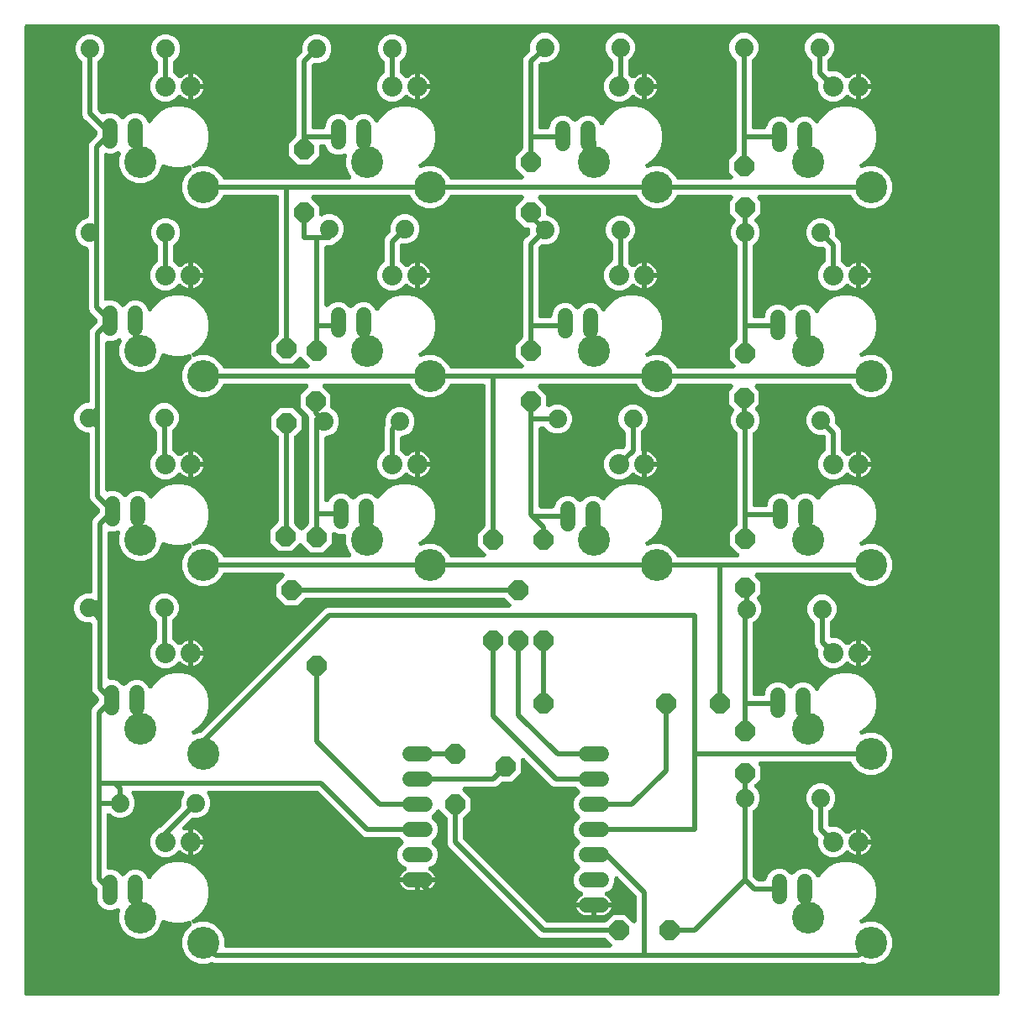
<source format=gbr>
G04 EAGLE Gerber RS-274X export*
G75*
%MOMM*%
%FSLAX34Y34*%
%LPD*%
%INBottom Copper*%
%IPPOS*%
%AMOC8*
5,1,8,0,0,1.08239X$1,22.5*%
G01*
%ADD10C,1.524000*%
%ADD11C,1.879600*%
%ADD12C,2.032000*%
%ADD13C,3.225800*%
%ADD14C,0.508000*%
%ADD15P,2.164780X8X22.500000*%

G36*
X990435Y10164D02*
X990435Y10164D01*
X990469Y10162D01*
X990658Y10184D01*
X990849Y10201D01*
X990882Y10210D01*
X990916Y10214D01*
X991099Y10269D01*
X991283Y10319D01*
X991314Y10334D01*
X991347Y10344D01*
X991518Y10431D01*
X991690Y10513D01*
X991718Y10533D01*
X991749Y10548D01*
X991901Y10664D01*
X992056Y10775D01*
X992080Y10800D01*
X992107Y10820D01*
X992236Y10960D01*
X992370Y11097D01*
X992389Y11126D01*
X992413Y11152D01*
X992515Y11313D01*
X992622Y11470D01*
X992636Y11502D01*
X992654Y11531D01*
X992727Y11708D01*
X992804Y11882D01*
X992812Y11916D01*
X992825Y11948D01*
X992865Y12135D01*
X992911Y12320D01*
X992913Y12354D01*
X992920Y12388D01*
X992939Y12700D01*
X992939Y987300D01*
X992936Y987335D01*
X992938Y987369D01*
X992916Y987558D01*
X992899Y987749D01*
X992890Y987782D01*
X992886Y987816D01*
X992831Y987999D01*
X992781Y988183D01*
X992766Y988214D01*
X992756Y988247D01*
X992669Y988418D01*
X992587Y988590D01*
X992567Y988618D01*
X992552Y988649D01*
X992436Y988801D01*
X992325Y988956D01*
X992300Y988980D01*
X992280Y989007D01*
X992140Y989136D01*
X992003Y989270D01*
X991974Y989289D01*
X991948Y989313D01*
X991787Y989415D01*
X991630Y989522D01*
X991598Y989536D01*
X991569Y989554D01*
X991392Y989627D01*
X991218Y989704D01*
X991184Y989712D01*
X991152Y989725D01*
X990965Y989765D01*
X990780Y989811D01*
X990746Y989813D01*
X990712Y989820D01*
X990400Y989839D01*
X12700Y989839D01*
X12665Y989836D01*
X12631Y989838D01*
X12442Y989816D01*
X12251Y989799D01*
X12218Y989790D01*
X12184Y989786D01*
X12001Y989731D01*
X11817Y989681D01*
X11786Y989666D01*
X11753Y989656D01*
X11582Y989569D01*
X11410Y989487D01*
X11382Y989467D01*
X11351Y989452D01*
X11199Y989336D01*
X11044Y989225D01*
X11020Y989200D01*
X10993Y989180D01*
X10864Y989040D01*
X10730Y988903D01*
X10711Y988874D01*
X10687Y988848D01*
X10585Y988687D01*
X10478Y988530D01*
X10464Y988498D01*
X10446Y988469D01*
X10373Y988292D01*
X10296Y988118D01*
X10288Y988084D01*
X10275Y988052D01*
X10235Y987865D01*
X10189Y987680D01*
X10187Y987646D01*
X10180Y987612D01*
X10161Y987300D01*
X10161Y12700D01*
X10164Y12665D01*
X10162Y12631D01*
X10184Y12442D01*
X10201Y12251D01*
X10210Y12218D01*
X10214Y12184D01*
X10269Y12001D01*
X10319Y11817D01*
X10334Y11786D01*
X10344Y11753D01*
X10431Y11582D01*
X10513Y11410D01*
X10533Y11382D01*
X10548Y11351D01*
X10664Y11199D01*
X10775Y11044D01*
X10800Y11020D01*
X10820Y10993D01*
X10960Y10864D01*
X11097Y10730D01*
X11126Y10711D01*
X11152Y10687D01*
X11313Y10585D01*
X11470Y10478D01*
X11502Y10464D01*
X11531Y10446D01*
X11708Y10373D01*
X11882Y10296D01*
X11916Y10288D01*
X11948Y10275D01*
X12135Y10235D01*
X12320Y10189D01*
X12354Y10187D01*
X12388Y10180D01*
X12700Y10161D01*
X990400Y10161D01*
X990435Y10164D01*
G37*
%LPC*%
G36*
X186281Y42290D02*
X186281Y42290D01*
X178486Y45519D01*
X172519Y51486D01*
X169290Y59281D01*
X169290Y67719D01*
X172519Y75514D01*
X178230Y81225D01*
X178238Y81234D01*
X178246Y81242D01*
X178382Y81406D01*
X178519Y81571D01*
X178525Y81581D01*
X178532Y81590D01*
X178636Y81776D01*
X178742Y81962D01*
X178746Y81973D01*
X178752Y81983D01*
X178821Y82184D01*
X178893Y82386D01*
X178895Y82397D01*
X178899Y82408D01*
X178932Y82621D01*
X178967Y82830D01*
X178967Y82841D01*
X178968Y82853D01*
X178964Y83068D01*
X178961Y83280D01*
X178958Y83292D01*
X178958Y83303D01*
X178916Y83512D01*
X178875Y83722D01*
X178871Y83733D01*
X178869Y83745D01*
X178790Y83942D01*
X178713Y84142D01*
X178707Y84152D01*
X178703Y84163D01*
X178590Y84344D01*
X178479Y84527D01*
X178471Y84536D01*
X178465Y84546D01*
X178322Y84705D01*
X178181Y84865D01*
X178172Y84872D01*
X178164Y84880D01*
X177995Y85011D01*
X177828Y85144D01*
X177818Y85149D01*
X177808Y85156D01*
X177618Y85256D01*
X177431Y85357D01*
X177420Y85360D01*
X177410Y85366D01*
X177205Y85430D01*
X177003Y85496D01*
X176991Y85497D01*
X176980Y85501D01*
X176767Y85528D01*
X176556Y85557D01*
X176545Y85557D01*
X176533Y85558D01*
X176321Y85548D01*
X176107Y85539D01*
X176095Y85536D01*
X176084Y85536D01*
X175778Y85474D01*
X169130Y83692D01*
X161070Y83692D01*
X153286Y85778D01*
X152019Y86510D01*
X151998Y86519D01*
X151979Y86532D01*
X151793Y86614D01*
X151610Y86699D01*
X151588Y86705D01*
X151567Y86715D01*
X151370Y86763D01*
X151175Y86814D01*
X151152Y86816D01*
X151129Y86821D01*
X150928Y86834D01*
X150726Y86850D01*
X150703Y86848D01*
X150680Y86849D01*
X150479Y86826D01*
X150278Y86806D01*
X150256Y86800D01*
X150233Y86797D01*
X150038Y86738D01*
X149845Y86683D01*
X149824Y86673D01*
X149802Y86667D01*
X149621Y86575D01*
X149440Y86486D01*
X149421Y86473D01*
X149400Y86462D01*
X149240Y86340D01*
X149076Y86221D01*
X149060Y86204D01*
X149042Y86190D01*
X148905Y86042D01*
X148765Y85895D01*
X148752Y85876D01*
X148736Y85859D01*
X148627Y85688D01*
X148516Y85520D01*
X148507Y85499D01*
X148495Y85479D01*
X148418Y85292D01*
X148338Y85107D01*
X148332Y85084D01*
X148324Y85063D01*
X148281Y84864D01*
X148275Y84838D01*
X144981Y76886D01*
X139014Y70919D01*
X131219Y67690D01*
X122781Y67690D01*
X114986Y70919D01*
X109019Y76886D01*
X105790Y84681D01*
X105790Y93119D01*
X106541Y94932D01*
X106580Y95056D01*
X106628Y95177D01*
X106647Y95270D01*
X106676Y95361D01*
X106692Y95491D01*
X106718Y95618D01*
X106721Y95713D01*
X106733Y95808D01*
X106726Y95938D01*
X106729Y96068D01*
X106715Y96162D01*
X106710Y96258D01*
X106680Y96385D01*
X106660Y96513D01*
X106629Y96603D01*
X106608Y96696D01*
X106556Y96816D01*
X106514Y96939D01*
X106467Y97022D01*
X106430Y97110D01*
X106358Y97218D01*
X106295Y97332D01*
X106234Y97406D01*
X106181Y97486D01*
X106092Y97580D01*
X106009Y97680D01*
X105937Y97742D01*
X105871Y97812D01*
X105766Y97888D01*
X105667Y97973D01*
X105585Y98021D01*
X105507Y98078D01*
X105390Y98135D01*
X105278Y98200D01*
X105189Y98233D01*
X105103Y98275D01*
X104978Y98311D01*
X104856Y98355D01*
X104762Y98372D01*
X104670Y98398D01*
X104540Y98411D01*
X104412Y98434D01*
X104317Y98433D01*
X104222Y98443D01*
X104092Y98433D01*
X103962Y98432D01*
X103868Y98415D01*
X103773Y98407D01*
X103647Y98375D01*
X103519Y98351D01*
X103396Y98309D01*
X103337Y98293D01*
X103296Y98275D01*
X103224Y98250D01*
X99046Y96519D01*
X93994Y96519D01*
X89326Y98453D01*
X85753Y102026D01*
X83819Y106694D01*
X83819Y117712D01*
X83805Y117875D01*
X83798Y118040D01*
X83785Y118099D01*
X83779Y118160D01*
X83736Y118319D01*
X83700Y118479D01*
X83677Y118536D01*
X83661Y118594D01*
X83590Y118743D01*
X83527Y118895D01*
X83494Y118946D01*
X83467Y119001D01*
X83372Y119135D01*
X83282Y119273D01*
X83231Y119331D01*
X83205Y119367D01*
X83162Y119410D01*
X83076Y119507D01*
X78629Y123953D01*
X77469Y126754D01*
X77469Y297426D01*
X78629Y300227D01*
X84346Y305943D01*
X84451Y306069D01*
X84563Y306190D01*
X84595Y306241D01*
X84634Y306288D01*
X84716Y306431D01*
X84804Y306570D01*
X84828Y306626D01*
X84858Y306679D01*
X84913Y306834D01*
X84975Y306986D01*
X84988Y307046D01*
X85009Y307103D01*
X85035Y307266D01*
X85070Y307427D01*
X85075Y307503D01*
X85082Y307548D01*
X85081Y307609D01*
X85089Y307738D01*
X85089Y309482D01*
X85075Y309645D01*
X85068Y309810D01*
X85055Y309869D01*
X85049Y309930D01*
X85006Y310089D01*
X84970Y310249D01*
X84947Y310306D01*
X84931Y310364D01*
X84860Y310513D01*
X84797Y310665D01*
X84764Y310716D01*
X84737Y310771D01*
X84642Y310905D01*
X84552Y311043D01*
X84501Y311101D01*
X84475Y311137D01*
X84432Y311180D01*
X84346Y311277D01*
X79899Y315723D01*
X78739Y318524D01*
X78739Y384302D01*
X78736Y384337D01*
X78738Y384371D01*
X78716Y384560D01*
X78699Y384751D01*
X78690Y384784D01*
X78686Y384818D01*
X78631Y385001D01*
X78581Y385185D01*
X78566Y385216D01*
X78556Y385249D01*
X78469Y385420D01*
X78387Y385592D01*
X78367Y385620D01*
X78352Y385651D01*
X78236Y385803D01*
X78125Y385958D01*
X78100Y385982D01*
X78080Y386009D01*
X77940Y386138D01*
X77803Y386272D01*
X77774Y386291D01*
X77748Y386315D01*
X77587Y386417D01*
X77430Y386524D01*
X77398Y386538D01*
X77369Y386556D01*
X77192Y386629D01*
X77018Y386706D01*
X76984Y386714D01*
X76952Y386727D01*
X76765Y386767D01*
X76580Y386813D01*
X76546Y386815D01*
X76512Y386822D01*
X76200Y386841D01*
X72050Y386841D01*
X66728Y389046D01*
X62656Y393118D01*
X60451Y398440D01*
X60451Y404200D01*
X62656Y409522D01*
X66728Y413594D01*
X72050Y415799D01*
X76200Y415799D01*
X76235Y415802D01*
X76269Y415800D01*
X76458Y415822D01*
X76649Y415839D01*
X76682Y415848D01*
X76716Y415852D01*
X76899Y415907D01*
X77083Y415957D01*
X77114Y415972D01*
X77147Y415982D01*
X77318Y416069D01*
X77490Y416151D01*
X77518Y416171D01*
X77549Y416186D01*
X77701Y416302D01*
X77856Y416413D01*
X77880Y416438D01*
X77907Y416458D01*
X78036Y416598D01*
X78170Y416735D01*
X78189Y416764D01*
X78213Y416790D01*
X78315Y416951D01*
X78422Y417108D01*
X78436Y417140D01*
X78454Y417169D01*
X78527Y417346D01*
X78604Y417520D01*
X78612Y417554D01*
X78625Y417586D01*
X78665Y417773D01*
X78711Y417958D01*
X78713Y417992D01*
X78720Y418026D01*
X78739Y418338D01*
X78739Y487926D01*
X79899Y490727D01*
X85616Y496443D01*
X85721Y496569D01*
X85833Y496690D01*
X85865Y496741D01*
X85904Y496788D01*
X85986Y496931D01*
X86074Y497070D01*
X86098Y497126D01*
X86128Y497179D01*
X86183Y497334D01*
X86245Y497486D01*
X86258Y497546D01*
X86279Y497603D01*
X86305Y497766D01*
X86340Y497927D01*
X86345Y498003D01*
X86352Y498048D01*
X86351Y498109D01*
X86359Y498238D01*
X86359Y499982D01*
X86345Y500145D01*
X86338Y500310D01*
X86325Y500369D01*
X86319Y500430D01*
X86276Y500589D01*
X86240Y500749D01*
X86217Y500806D01*
X86201Y500864D01*
X86130Y501013D01*
X86067Y501165D01*
X86034Y501216D01*
X86007Y501271D01*
X85912Y501405D01*
X85822Y501543D01*
X85771Y501601D01*
X85745Y501637D01*
X85702Y501680D01*
X85616Y501777D01*
X77359Y510033D01*
X76199Y512834D01*
X76199Y576072D01*
X76196Y576107D01*
X76198Y576141D01*
X76176Y576330D01*
X76159Y576521D01*
X76150Y576554D01*
X76146Y576588D01*
X76091Y576771D01*
X76041Y576955D01*
X76026Y576986D01*
X76016Y577019D01*
X75929Y577190D01*
X75847Y577362D01*
X75827Y577390D01*
X75812Y577421D01*
X75696Y577573D01*
X75585Y577728D01*
X75560Y577752D01*
X75540Y577779D01*
X75400Y577908D01*
X75263Y578042D01*
X75234Y578061D01*
X75208Y578085D01*
X75047Y578187D01*
X74890Y578294D01*
X74858Y578308D01*
X74829Y578326D01*
X74652Y578399D01*
X74478Y578476D01*
X74444Y578484D01*
X74412Y578497D01*
X74225Y578537D01*
X74040Y578583D01*
X74006Y578585D01*
X73972Y578592D01*
X73660Y578611D01*
X72050Y578611D01*
X66728Y580816D01*
X62656Y584888D01*
X60451Y590210D01*
X60451Y595970D01*
X62656Y601292D01*
X66728Y605364D01*
X72050Y607569D01*
X73660Y607569D01*
X73695Y607572D01*
X73729Y607570D01*
X73918Y607592D01*
X74109Y607609D01*
X74142Y607618D01*
X74176Y607622D01*
X74359Y607677D01*
X74543Y607727D01*
X74574Y607742D01*
X74607Y607752D01*
X74778Y607839D01*
X74950Y607921D01*
X74978Y607941D01*
X75009Y607956D01*
X75161Y608072D01*
X75316Y608183D01*
X75340Y608208D01*
X75367Y608228D01*
X75496Y608368D01*
X75630Y608505D01*
X75649Y608534D01*
X75673Y608560D01*
X75775Y608721D01*
X75882Y608878D01*
X75896Y608910D01*
X75914Y608939D01*
X75987Y609116D01*
X76064Y609290D01*
X76072Y609324D01*
X76085Y609356D01*
X76125Y609543D01*
X76171Y609728D01*
X76173Y609762D01*
X76180Y609796D01*
X76199Y610108D01*
X76199Y679696D01*
X77359Y682497D01*
X83076Y688213D01*
X83181Y688339D01*
X83293Y688460D01*
X83325Y688511D01*
X83364Y688558D01*
X83446Y688701D01*
X83534Y688840D01*
X83558Y688896D01*
X83588Y688949D01*
X83643Y689104D01*
X83705Y689256D01*
X83718Y689316D01*
X83739Y689373D01*
X83765Y689536D01*
X83800Y689697D01*
X83805Y689773D01*
X83812Y689818D01*
X83811Y689879D01*
X83819Y690008D01*
X83819Y691752D01*
X83805Y691915D01*
X83798Y692080D01*
X83785Y692139D01*
X83779Y692200D01*
X83736Y692359D01*
X83700Y692519D01*
X83677Y692576D01*
X83661Y692634D01*
X83590Y692783D01*
X83527Y692935D01*
X83494Y692986D01*
X83467Y693041D01*
X83372Y693175D01*
X83282Y693313D01*
X83231Y693371D01*
X83205Y693407D01*
X83162Y693450D01*
X83076Y693547D01*
X78590Y698032D01*
X76089Y700533D01*
X74929Y703334D01*
X74929Y762938D01*
X74910Y763150D01*
X74894Y763361D01*
X74891Y763373D01*
X74889Y763387D01*
X74833Y763592D01*
X74780Y763796D01*
X74774Y763808D01*
X74771Y763821D01*
X74680Y764011D01*
X74591Y764205D01*
X74583Y764216D01*
X74577Y764228D01*
X74455Y764399D01*
X74332Y764574D01*
X74323Y764583D01*
X74315Y764594D01*
X74163Y764742D01*
X74013Y764891D01*
X74002Y764898D01*
X73993Y764908D01*
X73817Y765027D01*
X73643Y765147D01*
X73628Y765154D01*
X73620Y765160D01*
X73584Y765176D01*
X73362Y765284D01*
X67998Y767506D01*
X63926Y771578D01*
X61721Y776900D01*
X61721Y782660D01*
X63926Y787982D01*
X67998Y792054D01*
X73362Y794276D01*
X73549Y794374D01*
X73739Y794470D01*
X73749Y794478D01*
X73761Y794485D01*
X73928Y794614D01*
X74097Y794742D01*
X74106Y794752D01*
X74117Y794760D01*
X74259Y794918D01*
X74403Y795074D01*
X74410Y795085D01*
X74418Y795095D01*
X74530Y795274D01*
X74644Y795453D01*
X74649Y795466D01*
X74656Y795477D01*
X74735Y795674D01*
X74815Y795870D01*
X74818Y795883D01*
X74823Y795895D01*
X74865Y796103D01*
X74910Y796310D01*
X74911Y796326D01*
X74913Y796336D01*
X74914Y796375D01*
X74929Y796622D01*
X74929Y867656D01*
X76089Y870457D01*
X78590Y872957D01*
X78590Y872958D01*
X83076Y877443D01*
X83181Y877569D01*
X83293Y877690D01*
X83325Y877741D01*
X83364Y877788D01*
X83446Y877931D01*
X83534Y878070D01*
X83558Y878126D01*
X83588Y878179D01*
X83643Y878334D01*
X83705Y878486D01*
X83718Y878546D01*
X83739Y878603D01*
X83765Y878766D01*
X83800Y878926D01*
X83805Y879003D01*
X83812Y879048D01*
X83811Y879109D01*
X83819Y879238D01*
X83819Y880982D01*
X83805Y881145D01*
X83798Y881310D01*
X83785Y881369D01*
X83779Y881430D01*
X83736Y881589D01*
X83700Y881749D01*
X83677Y881806D01*
X83661Y881864D01*
X83590Y882013D01*
X83527Y882165D01*
X83494Y882216D01*
X83467Y882271D01*
X83372Y882405D01*
X83282Y882543D01*
X83231Y882601D01*
X83205Y882637D01*
X83162Y882680D01*
X83076Y882777D01*
X72240Y893612D01*
X69739Y896113D01*
X68579Y898914D01*
X68579Y951293D01*
X68565Y951457D01*
X68558Y951621D01*
X68545Y951681D01*
X68539Y951741D01*
X68496Y951900D01*
X68460Y952061D01*
X68437Y952117D01*
X68421Y952176D01*
X68350Y952324D01*
X68287Y952476D01*
X68254Y952528D01*
X68227Y952582D01*
X68132Y952716D01*
X68042Y952854D01*
X67991Y952912D01*
X67965Y952949D01*
X67922Y952991D01*
X67836Y953088D01*
X63926Y956998D01*
X61721Y962320D01*
X61721Y968080D01*
X63926Y973402D01*
X67998Y977474D01*
X73320Y979679D01*
X79080Y979679D01*
X84402Y977474D01*
X88474Y973402D01*
X90679Y968080D01*
X90679Y962320D01*
X88474Y956998D01*
X84564Y953088D01*
X84459Y952962D01*
X84347Y952841D01*
X84315Y952790D01*
X84276Y952743D01*
X84194Y952600D01*
X84106Y952462D01*
X84082Y952405D01*
X84052Y952352D01*
X83997Y952197D01*
X83935Y952045D01*
X83922Y951985D01*
X83901Y951928D01*
X83875Y951766D01*
X83840Y951605D01*
X83835Y951528D01*
X83828Y951484D01*
X83829Y951423D01*
X83821Y951293D01*
X83821Y904638D01*
X83835Y904475D01*
X83842Y904310D01*
X83855Y904251D01*
X83861Y904190D01*
X83904Y904031D01*
X83940Y903871D01*
X83963Y903814D01*
X83979Y903756D01*
X84050Y903607D01*
X84113Y903455D01*
X84146Y903404D01*
X84173Y903349D01*
X84268Y903215D01*
X84358Y903077D01*
X84409Y903019D01*
X84435Y902983D01*
X84478Y902940D01*
X84564Y902843D01*
X87832Y899575D01*
X87993Y899440D01*
X88156Y899301D01*
X88167Y899295D01*
X88178Y899286D01*
X88360Y899182D01*
X88545Y899074D01*
X88557Y899069D01*
X88568Y899063D01*
X88768Y898992D01*
X88967Y898919D01*
X88980Y898917D01*
X88993Y898912D01*
X89201Y898878D01*
X89411Y898841D01*
X89424Y898841D01*
X89437Y898839D01*
X89649Y898842D01*
X89861Y898842D01*
X89874Y898845D01*
X89887Y898845D01*
X90096Y898885D01*
X90304Y898923D01*
X90319Y898928D01*
X90329Y898930D01*
X90366Y898944D01*
X90599Y899025D01*
X93994Y900431D01*
X99046Y900431D01*
X103714Y898497D01*
X107424Y894787D01*
X107451Y894765D01*
X107474Y894739D01*
X107623Y894621D01*
X107770Y894498D01*
X107800Y894481D01*
X107827Y894459D01*
X107995Y894369D01*
X108161Y894275D01*
X108193Y894263D01*
X108224Y894247D01*
X108405Y894188D01*
X108585Y894124D01*
X108619Y894118D01*
X108652Y894108D01*
X108841Y894082D01*
X109029Y894051D01*
X109064Y894051D01*
X109098Y894046D01*
X109289Y894054D01*
X109479Y894057D01*
X109514Y894063D01*
X109548Y894065D01*
X109734Y894106D01*
X109922Y894142D01*
X109954Y894155D01*
X109988Y894162D01*
X110164Y894236D01*
X110342Y894304D01*
X110371Y894322D01*
X110403Y894336D01*
X110564Y894439D01*
X110726Y894538D01*
X110752Y894561D01*
X110781Y894580D01*
X111016Y894787D01*
X114726Y898497D01*
X119394Y900431D01*
X124446Y900431D01*
X129114Y898497D01*
X132687Y894924D01*
X133985Y891792D01*
X134072Y891625D01*
X134155Y891455D01*
X134176Y891425D01*
X134193Y891393D01*
X134309Y891244D01*
X134420Y891091D01*
X134447Y891066D01*
X134469Y891037D01*
X134609Y890911D01*
X134746Y890780D01*
X134776Y890760D01*
X134803Y890735D01*
X134963Y890636D01*
X135121Y890531D01*
X135155Y890517D01*
X135185Y890497D01*
X135361Y890428D01*
X135535Y890353D01*
X135570Y890344D01*
X135604Y890331D01*
X135789Y890293D01*
X135973Y890250D01*
X136009Y890248D01*
X136045Y890241D01*
X136234Y890236D01*
X136423Y890226D01*
X136459Y890231D01*
X136495Y890230D01*
X136682Y890259D01*
X136869Y890282D01*
X136904Y890293D01*
X136940Y890299D01*
X137119Y890360D01*
X137299Y890417D01*
X137331Y890433D01*
X137366Y890445D01*
X137531Y890537D01*
X137699Y890625D01*
X137727Y890647D01*
X137759Y890664D01*
X137905Y890784D01*
X138055Y890900D01*
X138079Y890927D01*
X138107Y890950D01*
X138230Y891093D01*
X138357Y891234D01*
X138382Y891271D01*
X138400Y891292D01*
X138431Y891345D01*
X138530Y891494D01*
X140608Y895094D01*
X146306Y900792D01*
X153286Y904822D01*
X161070Y906908D01*
X169130Y906908D01*
X176914Y904822D01*
X183894Y900792D01*
X189592Y895094D01*
X193622Y888114D01*
X195708Y880330D01*
X195708Y872270D01*
X193622Y864486D01*
X189592Y857506D01*
X183894Y851808D01*
X180133Y849636D01*
X180084Y849602D01*
X180032Y849575D01*
X179901Y849473D01*
X179764Y849378D01*
X179723Y849335D01*
X179676Y849299D01*
X179564Y849176D01*
X179447Y849058D01*
X179414Y849009D01*
X179374Y848965D01*
X179286Y848824D01*
X179192Y848687D01*
X179167Y848633D01*
X179136Y848583D01*
X179075Y848428D01*
X179006Y848277D01*
X178991Y848219D01*
X178969Y848164D01*
X178936Y848002D01*
X178895Y847840D01*
X178891Y847781D01*
X178879Y847723D01*
X178875Y847557D01*
X178864Y847391D01*
X178870Y847332D01*
X178869Y847273D01*
X178894Y847109D01*
X178912Y846944D01*
X178928Y846887D01*
X178937Y846828D01*
X178991Y846671D01*
X179038Y846511D01*
X179065Y846458D01*
X179084Y846402D01*
X179165Y846257D01*
X179239Y846108D01*
X179274Y846061D01*
X179303Y846009D01*
X179408Y845881D01*
X179508Y845747D01*
X179551Y845706D01*
X179588Y845661D01*
X179715Y845553D01*
X179836Y845439D01*
X179886Y845407D01*
X179931Y845368D01*
X180074Y845284D01*
X180213Y845194D01*
X180268Y845171D01*
X180319Y845141D01*
X180475Y845084D01*
X180628Y845019D01*
X180686Y845006D01*
X180742Y844986D01*
X180906Y844957D01*
X181068Y844920D01*
X181127Y844918D01*
X181186Y844907D01*
X181352Y844908D01*
X181518Y844901D01*
X181576Y844909D01*
X181636Y844909D01*
X181799Y844939D01*
X181964Y844961D01*
X182020Y844979D01*
X182079Y844990D01*
X182374Y845091D01*
X186281Y846710D01*
X194719Y846710D01*
X202514Y843481D01*
X208481Y837514D01*
X209651Y834688D01*
X209749Y834501D01*
X209846Y834311D01*
X209854Y834301D01*
X209860Y834289D01*
X209990Y834122D01*
X210118Y833953D01*
X210128Y833944D01*
X210136Y833933D01*
X210293Y833791D01*
X210449Y833647D01*
X210460Y833640D01*
X210470Y833632D01*
X210650Y833520D01*
X210829Y833406D01*
X210841Y833401D01*
X210852Y833394D01*
X211049Y833315D01*
X211245Y833235D01*
X211258Y833232D01*
X211270Y833227D01*
X211478Y833185D01*
X211685Y833140D01*
X211701Y833139D01*
X211712Y833137D01*
X211751Y833136D01*
X211997Y833121D01*
X337254Y833121D01*
X337384Y833132D01*
X337513Y833134D01*
X337607Y833152D01*
X337702Y833161D01*
X337828Y833195D01*
X337955Y833220D01*
X338045Y833254D01*
X338137Y833279D01*
X338254Y833335D01*
X338375Y833382D01*
X338457Y833432D01*
X338543Y833473D01*
X338649Y833548D01*
X338760Y833616D01*
X338832Y833679D01*
X338909Y833735D01*
X339000Y833828D01*
X339098Y833914D01*
X339157Y833989D01*
X339224Y834057D01*
X339296Y834165D01*
X339377Y834267D01*
X339422Y834351D01*
X339476Y834430D01*
X339528Y834549D01*
X339590Y834664D01*
X339619Y834755D01*
X339658Y834842D01*
X339689Y834968D01*
X339729Y835092D01*
X339742Y835187D01*
X339764Y835280D01*
X339772Y835409D01*
X339790Y835538D01*
X339786Y835634D01*
X339792Y835729D01*
X339777Y835858D01*
X339772Y835988D01*
X339751Y836081D01*
X339740Y836176D01*
X339702Y836301D01*
X339674Y836428D01*
X339638Y836516D01*
X339610Y836607D01*
X339551Y836723D01*
X339501Y836843D01*
X339449Y836923D01*
X339405Y837009D01*
X339327Y837112D01*
X339256Y837221D01*
X339170Y837319D01*
X339133Y837367D01*
X339101Y837398D01*
X339049Y837456D01*
X337619Y838886D01*
X334390Y846681D01*
X334390Y855119D01*
X334878Y856297D01*
X334917Y856421D01*
X334965Y856542D01*
X334984Y856635D01*
X335013Y856726D01*
X335029Y856856D01*
X335055Y856983D01*
X335058Y857078D01*
X335070Y857173D01*
X335063Y857303D01*
X335066Y857433D01*
X335052Y857527D01*
X335047Y857623D01*
X335017Y857749D01*
X334997Y857878D01*
X334966Y857968D01*
X334945Y858061D01*
X334893Y858181D01*
X334851Y858304D01*
X334804Y858387D01*
X334767Y858475D01*
X334695Y858584D01*
X334632Y858697D01*
X334571Y858771D01*
X334518Y858851D01*
X334429Y858945D01*
X334346Y859045D01*
X334274Y859107D01*
X334208Y859177D01*
X334103Y859253D01*
X334004Y859338D01*
X333921Y859386D01*
X333844Y859443D01*
X333728Y859499D01*
X333615Y859565D01*
X333526Y859598D01*
X333440Y859640D01*
X333315Y859676D01*
X333193Y859720D01*
X333098Y859737D01*
X333007Y859763D01*
X332877Y859776D01*
X332749Y859799D01*
X332654Y859798D01*
X332559Y859808D01*
X332429Y859798D01*
X332299Y859797D01*
X332205Y859780D01*
X332110Y859772D01*
X331984Y859740D01*
X331856Y859716D01*
X331733Y859674D01*
X331674Y859658D01*
X331633Y859640D01*
X331560Y859615D01*
X328916Y858519D01*
X323864Y858519D01*
X319196Y860453D01*
X315623Y864026D01*
X314345Y867112D01*
X314246Y867299D01*
X314150Y867489D01*
X314142Y867499D01*
X314136Y867511D01*
X314006Y867678D01*
X313878Y867847D01*
X313868Y867856D01*
X313860Y867867D01*
X313703Y868008D01*
X313547Y868153D01*
X313536Y868160D01*
X313526Y868168D01*
X313347Y868280D01*
X313167Y868394D01*
X313155Y868399D01*
X313144Y868406D01*
X312947Y868485D01*
X312751Y868565D01*
X312738Y868568D01*
X312725Y868573D01*
X312517Y868616D01*
X312310Y868660D01*
X312295Y868661D01*
X312284Y868663D01*
X312245Y868664D01*
X311999Y868679D01*
X309720Y868679D01*
X309685Y868676D01*
X309651Y868678D01*
X309462Y868656D01*
X309271Y868639D01*
X309238Y868630D01*
X309204Y868626D01*
X309021Y868571D01*
X308837Y868521D01*
X308806Y868506D01*
X308773Y868496D01*
X308602Y868409D01*
X308430Y868327D01*
X308402Y868307D01*
X308371Y868292D01*
X308219Y868176D01*
X308064Y868065D01*
X308040Y868040D01*
X308013Y868020D01*
X307884Y867880D01*
X307750Y867743D01*
X307731Y867714D01*
X307707Y867688D01*
X307605Y867527D01*
X307498Y867370D01*
X307484Y867338D01*
X307466Y867309D01*
X307393Y867132D01*
X307316Y866958D01*
X307308Y866924D01*
X307295Y866892D01*
X307255Y866705D01*
X307209Y866520D01*
X307207Y866486D01*
X307200Y866452D01*
X307181Y866140D01*
X307181Y857353D01*
X298347Y848519D01*
X285853Y848519D01*
X277019Y857353D01*
X277019Y869847D01*
X283736Y876563D01*
X283841Y876689D01*
X283953Y876810D01*
X283985Y876861D01*
X284024Y876908D01*
X284106Y877051D01*
X284194Y877190D01*
X284218Y877246D01*
X284248Y877299D01*
X284303Y877454D01*
X284365Y877606D01*
X284378Y877666D01*
X284399Y877723D01*
X284425Y877886D01*
X284460Y878047D01*
X284465Y878123D01*
X284472Y878168D01*
X284471Y878229D01*
X284479Y878358D01*
X284479Y954016D01*
X285639Y956817D01*
X289578Y960755D01*
X289683Y960881D01*
X289795Y961002D01*
X289827Y961053D01*
X289866Y961100D01*
X289948Y961243D01*
X290036Y961382D01*
X290060Y961438D01*
X290090Y961491D01*
X290145Y961646D01*
X290207Y961798D01*
X290220Y961858D01*
X290241Y961915D01*
X290267Y962078D01*
X290302Y962239D01*
X290307Y962315D01*
X290314Y962360D01*
X290313Y962421D01*
X290321Y962550D01*
X290321Y968080D01*
X292526Y973402D01*
X296598Y977474D01*
X301920Y979679D01*
X307680Y979679D01*
X313002Y977474D01*
X317074Y973402D01*
X319279Y968080D01*
X319279Y962320D01*
X317074Y956998D01*
X313002Y952926D01*
X307680Y950721D01*
X302260Y950721D01*
X302225Y950718D01*
X302191Y950720D01*
X302002Y950698D01*
X301811Y950681D01*
X301778Y950672D01*
X301744Y950668D01*
X301561Y950613D01*
X301377Y950563D01*
X301346Y950548D01*
X301313Y950538D01*
X301142Y950451D01*
X300970Y950369D01*
X300942Y950349D01*
X300911Y950334D01*
X300759Y950218D01*
X300604Y950107D01*
X300580Y950082D01*
X300553Y950062D01*
X300424Y949922D01*
X300290Y949785D01*
X300271Y949756D01*
X300247Y949730D01*
X300145Y949569D01*
X300038Y949412D01*
X300024Y949380D01*
X300006Y949351D01*
X299933Y949174D01*
X299856Y949000D01*
X299848Y948966D01*
X299835Y948934D01*
X299795Y948747D01*
X299749Y948562D01*
X299747Y948528D01*
X299740Y948494D01*
X299721Y948182D01*
X299721Y886460D01*
X299724Y886425D01*
X299722Y886391D01*
X299744Y886202D01*
X299761Y886011D01*
X299770Y885978D01*
X299774Y885944D01*
X299829Y885761D01*
X299879Y885577D01*
X299894Y885546D01*
X299904Y885513D01*
X299991Y885342D01*
X300073Y885170D01*
X300093Y885142D01*
X300108Y885111D01*
X300224Y884959D01*
X300335Y884804D01*
X300360Y884780D01*
X300380Y884753D01*
X300520Y884624D01*
X300657Y884490D01*
X300686Y884471D01*
X300712Y884447D01*
X300873Y884345D01*
X301030Y884238D01*
X301062Y884224D01*
X301091Y884206D01*
X301268Y884133D01*
X301442Y884056D01*
X301476Y884048D01*
X301508Y884035D01*
X301695Y883995D01*
X301880Y883949D01*
X301914Y883947D01*
X301948Y883940D01*
X302260Y883921D01*
X311150Y883921D01*
X311185Y883924D01*
X311219Y883922D01*
X311408Y883944D01*
X311599Y883961D01*
X311632Y883970D01*
X311666Y883974D01*
X311849Y884029D01*
X312033Y884079D01*
X312064Y884094D01*
X312097Y884104D01*
X312268Y884191D01*
X312440Y884273D01*
X312468Y884293D01*
X312499Y884308D01*
X312651Y884424D01*
X312806Y884535D01*
X312830Y884560D01*
X312857Y884580D01*
X312986Y884720D01*
X313120Y884857D01*
X313139Y884886D01*
X313163Y884912D01*
X313265Y885073D01*
X313372Y885230D01*
X313386Y885262D01*
X313404Y885291D01*
X313477Y885468D01*
X313554Y885642D01*
X313562Y885676D01*
X313575Y885708D01*
X313615Y885895D01*
X313661Y886080D01*
X313663Y886114D01*
X313670Y886148D01*
X313689Y886460D01*
X313689Y888986D01*
X315623Y893654D01*
X319196Y897227D01*
X323864Y899161D01*
X328916Y899161D01*
X333584Y897227D01*
X337294Y893517D01*
X337321Y893495D01*
X337344Y893469D01*
X337493Y893351D01*
X337640Y893228D01*
X337670Y893211D01*
X337697Y893189D01*
X337865Y893099D01*
X338031Y893005D01*
X338063Y892993D01*
X338094Y892977D01*
X338275Y892918D01*
X338455Y892854D01*
X338489Y892848D01*
X338522Y892838D01*
X338711Y892812D01*
X338899Y892781D01*
X338934Y892781D01*
X338968Y892776D01*
X339159Y892784D01*
X339349Y892787D01*
X339384Y892793D01*
X339418Y892795D01*
X339604Y892836D01*
X339792Y892872D01*
X339824Y892885D01*
X339858Y892892D01*
X340034Y892966D01*
X340212Y893034D01*
X340241Y893052D01*
X340273Y893066D01*
X340434Y893169D01*
X340596Y893268D01*
X340622Y893291D01*
X340651Y893310D01*
X340886Y893517D01*
X344596Y897227D01*
X349264Y899161D01*
X354316Y899161D01*
X358984Y897227D01*
X362557Y893654D01*
X363018Y892542D01*
X363105Y892375D01*
X363188Y892205D01*
X363209Y892175D01*
X363226Y892143D01*
X363342Y891994D01*
X363454Y891841D01*
X363480Y891816D01*
X363502Y891787D01*
X363642Y891661D01*
X363779Y891530D01*
X363809Y891510D01*
X363836Y891486D01*
X363997Y891386D01*
X364154Y891281D01*
X364188Y891267D01*
X364219Y891248D01*
X364394Y891178D01*
X364568Y891103D01*
X364603Y891095D01*
X364637Y891081D01*
X364822Y891043D01*
X365006Y891000D01*
X365043Y890998D01*
X365078Y890991D01*
X365267Y890986D01*
X365456Y890976D01*
X365492Y890981D01*
X365528Y890980D01*
X365715Y891009D01*
X365903Y891033D01*
X365937Y891043D01*
X365973Y891049D01*
X366152Y891111D01*
X366332Y891167D01*
X366365Y891184D01*
X366399Y891195D01*
X366564Y891288D01*
X366732Y891375D01*
X366760Y891397D01*
X366792Y891415D01*
X366939Y891535D01*
X367088Y891650D01*
X367112Y891677D01*
X367141Y891700D01*
X367263Y891844D01*
X367390Y891984D01*
X367415Y892021D01*
X367433Y892042D01*
X367464Y892095D01*
X367563Y892244D01*
X369208Y895094D01*
X374906Y900792D01*
X381886Y904822D01*
X389670Y906908D01*
X397730Y906908D01*
X405514Y904822D01*
X412494Y900792D01*
X418192Y895094D01*
X422222Y888114D01*
X424308Y880330D01*
X424308Y872270D01*
X422222Y864486D01*
X418192Y857506D01*
X412494Y851808D01*
X408733Y849636D01*
X408684Y849602D01*
X408632Y849575D01*
X408500Y849473D01*
X408364Y849378D01*
X408322Y849335D01*
X408276Y849299D01*
X408164Y849176D01*
X408047Y849058D01*
X408014Y849009D01*
X407974Y848965D01*
X407886Y848824D01*
X407792Y848687D01*
X407767Y848633D01*
X407736Y848583D01*
X407675Y848428D01*
X407606Y848277D01*
X407591Y848219D01*
X407569Y848164D01*
X407536Y848001D01*
X407495Y847840D01*
X407491Y847781D01*
X407479Y847723D01*
X407475Y847557D01*
X407464Y847391D01*
X407470Y847332D01*
X407468Y847273D01*
X407494Y847109D01*
X407512Y846944D01*
X407528Y846887D01*
X407537Y846828D01*
X407591Y846671D01*
X407638Y846511D01*
X407664Y846458D01*
X407684Y846402D01*
X407765Y846257D01*
X407839Y846108D01*
X407874Y846061D01*
X407903Y846009D01*
X408008Y845880D01*
X408107Y845747D01*
X408151Y845707D01*
X408188Y845661D01*
X408315Y845553D01*
X408436Y845439D01*
X408485Y845407D01*
X408531Y845368D01*
X408674Y845284D01*
X408813Y845194D01*
X408868Y845171D01*
X408919Y845141D01*
X409075Y845083D01*
X409228Y845019D01*
X409286Y845006D01*
X409342Y844985D01*
X409506Y844957D01*
X409668Y844920D01*
X409727Y844918D01*
X409785Y844907D01*
X409951Y844908D01*
X410117Y844901D01*
X410176Y844909D01*
X410236Y844909D01*
X410399Y844939D01*
X410564Y844961D01*
X410620Y844979D01*
X410679Y844990D01*
X410974Y845091D01*
X414881Y846710D01*
X423319Y846710D01*
X431114Y843481D01*
X437081Y837514D01*
X438251Y834688D01*
X438350Y834500D01*
X438446Y834311D01*
X438454Y834301D01*
X438460Y834289D01*
X438591Y834120D01*
X438718Y833953D01*
X438727Y833944D01*
X438736Y833933D01*
X438893Y833791D01*
X439049Y833647D01*
X439060Y833640D01*
X439070Y833632D01*
X439249Y833520D01*
X439429Y833406D01*
X439441Y833401D01*
X439452Y833394D01*
X439649Y833315D01*
X439845Y833235D01*
X439858Y833232D01*
X439870Y833227D01*
X440079Y833184D01*
X440285Y833140D01*
X440301Y833139D01*
X440312Y833137D01*
X440351Y833136D01*
X440597Y833121D01*
X511022Y833121D01*
X511151Y833132D01*
X511281Y833134D01*
X511375Y833152D01*
X511470Y833161D01*
X511596Y833195D01*
X511723Y833220D01*
X511812Y833254D01*
X511905Y833279D01*
X512022Y833335D01*
X512143Y833382D01*
X512225Y833432D01*
X512311Y833473D01*
X512417Y833548D01*
X512528Y833616D01*
X512600Y833679D01*
X512677Y833735D01*
X512768Y833828D01*
X512865Y833914D01*
X512924Y833989D01*
X512991Y834057D01*
X513064Y834165D01*
X513145Y834267D01*
X513190Y834351D01*
X513243Y834430D01*
X513296Y834549D01*
X513357Y834664D01*
X513387Y834755D01*
X513426Y834842D01*
X513456Y834969D01*
X513497Y835092D01*
X513510Y835187D01*
X513532Y835280D01*
X513540Y835409D01*
X513558Y835538D01*
X513554Y835634D01*
X513560Y835729D01*
X513545Y835858D01*
X513540Y835988D01*
X513519Y836081D01*
X513508Y836176D01*
X513470Y836301D01*
X513442Y836428D01*
X513405Y836516D01*
X513378Y836607D01*
X513318Y836723D01*
X513268Y836843D01*
X513217Y836923D01*
X513173Y837009D01*
X513095Y837112D01*
X513024Y837221D01*
X512938Y837319D01*
X512901Y837367D01*
X512868Y837398D01*
X512817Y837456D01*
X505619Y844653D01*
X505619Y857147D01*
X512336Y863863D01*
X512441Y863989D01*
X512553Y864110D01*
X512585Y864161D01*
X512624Y864208D01*
X512706Y864351D01*
X512794Y864490D01*
X512818Y864546D01*
X512848Y864599D01*
X512903Y864754D01*
X512965Y864906D01*
X512978Y864966D01*
X512999Y865023D01*
X513025Y865186D01*
X513060Y865347D01*
X513065Y865423D01*
X513072Y865468D01*
X513071Y865529D01*
X513079Y865658D01*
X513079Y954016D01*
X514239Y956817D01*
X516740Y959318D01*
X516741Y959318D01*
X519448Y962025D01*
X519553Y962151D01*
X519665Y962272D01*
X519697Y962324D01*
X519736Y962370D01*
X519818Y962513D01*
X519906Y962652D01*
X519930Y962708D01*
X519960Y962761D01*
X520015Y962916D01*
X520077Y963068D01*
X520090Y963128D01*
X520111Y963185D01*
X520137Y963348D01*
X520172Y963508D01*
X520177Y963586D01*
X520184Y963630D01*
X520183Y963690D01*
X520191Y963820D01*
X520191Y969350D01*
X522396Y974672D01*
X526468Y978744D01*
X531790Y980949D01*
X537550Y980949D01*
X542872Y978744D01*
X546944Y974672D01*
X549149Y969350D01*
X549149Y963590D01*
X546944Y958268D01*
X542872Y954196D01*
X537550Y951991D01*
X532020Y951991D01*
X531857Y951977D01*
X531692Y951970D01*
X531633Y951957D01*
X531572Y951951D01*
X531413Y951908D01*
X531253Y951872D01*
X531196Y951849D01*
X531138Y951833D01*
X530989Y951762D01*
X530837Y951699D01*
X530786Y951666D01*
X530731Y951639D01*
X530597Y951544D01*
X530459Y951454D01*
X530401Y951403D01*
X530365Y951377D01*
X530322Y951334D01*
X530225Y951248D01*
X529064Y950087D01*
X528959Y949961D01*
X528847Y949840D01*
X528815Y949788D01*
X528776Y949742D01*
X528694Y949599D01*
X528606Y949460D01*
X528582Y949404D01*
X528552Y949351D01*
X528497Y949196D01*
X528435Y949044D01*
X528422Y948984D01*
X528401Y948926D01*
X528375Y948764D01*
X528340Y948603D01*
X528335Y948526D01*
X528328Y948482D01*
X528329Y948421D01*
X528321Y948292D01*
X528321Y886460D01*
X528324Y886425D01*
X528322Y886391D01*
X528344Y886202D01*
X528361Y886011D01*
X528370Y885978D01*
X528374Y885944D01*
X528429Y885761D01*
X528479Y885577D01*
X528494Y885546D01*
X528504Y885513D01*
X528591Y885342D01*
X528673Y885170D01*
X528693Y885142D01*
X528708Y885111D01*
X528824Y884959D01*
X528935Y884804D01*
X528960Y884780D01*
X528980Y884753D01*
X529120Y884624D01*
X529257Y884490D01*
X529286Y884471D01*
X529312Y884447D01*
X529473Y884345D01*
X529630Y884238D01*
X529662Y884224D01*
X529691Y884206D01*
X529868Y884133D01*
X530042Y884056D01*
X530076Y884048D01*
X530108Y884035D01*
X530295Y883995D01*
X530480Y883949D01*
X530514Y883947D01*
X530548Y883940D01*
X530860Y883921D01*
X537210Y883921D01*
X537245Y883924D01*
X537279Y883922D01*
X537468Y883944D01*
X537659Y883961D01*
X537692Y883970D01*
X537726Y883974D01*
X537909Y884029D01*
X538093Y884079D01*
X538124Y884094D01*
X538157Y884104D01*
X538328Y884191D01*
X538500Y884273D01*
X538528Y884293D01*
X538559Y884308D01*
X538711Y884424D01*
X538866Y884535D01*
X538890Y884560D01*
X538917Y884580D01*
X539046Y884720D01*
X539180Y884857D01*
X539199Y884886D01*
X539223Y884912D01*
X539325Y885073D01*
X539432Y885230D01*
X539446Y885262D01*
X539464Y885291D01*
X539537Y885468D01*
X539614Y885642D01*
X539622Y885676D01*
X539635Y885708D01*
X539675Y885895D01*
X539721Y886080D01*
X539723Y886114D01*
X539730Y886148D01*
X539749Y886460D01*
X539749Y887716D01*
X541683Y892384D01*
X545256Y895957D01*
X549924Y897891D01*
X554976Y897891D01*
X559644Y895957D01*
X563354Y892247D01*
X563381Y892225D01*
X563404Y892199D01*
X563553Y892081D01*
X563700Y891958D01*
X563730Y891941D01*
X563757Y891919D01*
X563925Y891829D01*
X564091Y891735D01*
X564123Y891723D01*
X564154Y891707D01*
X564335Y891648D01*
X564515Y891584D01*
X564549Y891578D01*
X564582Y891568D01*
X564771Y891542D01*
X564959Y891511D01*
X564994Y891511D01*
X565028Y891506D01*
X565219Y891514D01*
X565409Y891517D01*
X565444Y891523D01*
X565478Y891525D01*
X565664Y891566D01*
X565852Y891602D01*
X565884Y891615D01*
X565918Y891622D01*
X566094Y891696D01*
X566272Y891764D01*
X566301Y891782D01*
X566333Y891796D01*
X566494Y891899D01*
X566656Y891998D01*
X566682Y892021D01*
X566711Y892040D01*
X566946Y892247D01*
X570656Y895957D01*
X575324Y897891D01*
X580376Y897891D01*
X585044Y895957D01*
X588617Y892384D01*
X589833Y889450D01*
X589920Y889283D01*
X590003Y889113D01*
X590024Y889083D01*
X590041Y889051D01*
X590157Y888902D01*
X590268Y888749D01*
X590295Y888724D01*
X590317Y888695D01*
X590457Y888569D01*
X590594Y888438D01*
X590624Y888418D01*
X590651Y888393D01*
X590812Y888294D01*
X590969Y888189D01*
X591002Y888175D01*
X591033Y888156D01*
X591209Y888086D01*
X591383Y888011D01*
X591418Y888002D01*
X591452Y887989D01*
X591637Y887951D01*
X591821Y887908D01*
X591857Y887906D01*
X591893Y887899D01*
X592082Y887894D01*
X592271Y887884D01*
X592307Y887889D01*
X592343Y887888D01*
X592530Y887917D01*
X592717Y887941D01*
X592752Y887951D01*
X592788Y887957D01*
X592967Y888018D01*
X593147Y888075D01*
X593179Y888091D01*
X593214Y888103D01*
X593379Y888195D01*
X593546Y888283D01*
X593575Y888305D01*
X593607Y888323D01*
X593753Y888442D01*
X593903Y888558D01*
X593927Y888585D01*
X593955Y888608D01*
X594078Y888751D01*
X594205Y888892D01*
X594230Y888929D01*
X594248Y888950D01*
X594279Y889003D01*
X594378Y889152D01*
X597808Y895094D01*
X603506Y900792D01*
X610486Y904822D01*
X618270Y906908D01*
X626330Y906908D01*
X634114Y904822D01*
X641094Y900792D01*
X646792Y895094D01*
X650822Y888114D01*
X652908Y880330D01*
X652908Y872270D01*
X650822Y864486D01*
X646792Y857506D01*
X641094Y851808D01*
X637333Y849636D01*
X637284Y849602D01*
X637232Y849575D01*
X637101Y849473D01*
X636964Y849378D01*
X636923Y849335D01*
X636876Y849299D01*
X636764Y849176D01*
X636647Y849058D01*
X636614Y849009D01*
X636574Y848965D01*
X636486Y848824D01*
X636392Y848687D01*
X636367Y848633D01*
X636336Y848583D01*
X636275Y848428D01*
X636206Y848277D01*
X636191Y848219D01*
X636169Y848164D01*
X636136Y848002D01*
X636095Y847840D01*
X636091Y847781D01*
X636079Y847723D01*
X636075Y847557D01*
X636064Y847391D01*
X636070Y847332D01*
X636069Y847273D01*
X636094Y847109D01*
X636112Y846944D01*
X636128Y846887D01*
X636137Y846828D01*
X636191Y846671D01*
X636238Y846511D01*
X636265Y846458D01*
X636284Y846402D01*
X636365Y846257D01*
X636439Y846108D01*
X636474Y846061D01*
X636503Y846009D01*
X636608Y845881D01*
X636708Y845747D01*
X636751Y845706D01*
X636788Y845661D01*
X636915Y845553D01*
X637036Y845439D01*
X637086Y845407D01*
X637131Y845368D01*
X637274Y845284D01*
X637413Y845194D01*
X637468Y845171D01*
X637519Y845141D01*
X637675Y845084D01*
X637828Y845019D01*
X637886Y845006D01*
X637942Y844986D01*
X638106Y844957D01*
X638268Y844920D01*
X638327Y844918D01*
X638386Y844907D01*
X638552Y844908D01*
X638718Y844901D01*
X638776Y844909D01*
X638836Y844909D01*
X638999Y844939D01*
X639164Y844961D01*
X639220Y844979D01*
X639279Y844990D01*
X639574Y845091D01*
X643481Y846710D01*
X651919Y846710D01*
X659714Y843481D01*
X665681Y837514D01*
X666851Y834688D01*
X666949Y834501D01*
X667046Y834311D01*
X667054Y834301D01*
X667060Y834289D01*
X667190Y834122D01*
X667318Y833953D01*
X667328Y833944D01*
X667336Y833933D01*
X667493Y833791D01*
X667649Y833647D01*
X667660Y833640D01*
X667670Y833632D01*
X667850Y833520D01*
X668029Y833406D01*
X668041Y833401D01*
X668052Y833394D01*
X668249Y833315D01*
X668445Y833235D01*
X668458Y833232D01*
X668470Y833227D01*
X668678Y833185D01*
X668885Y833140D01*
X668901Y833139D01*
X668912Y833137D01*
X668951Y833136D01*
X669197Y833121D01*
X721842Y833121D01*
X721971Y833132D01*
X722101Y833134D01*
X722195Y833152D01*
X722290Y833161D01*
X722416Y833195D01*
X722543Y833220D01*
X722632Y833254D01*
X722725Y833279D01*
X722842Y833335D01*
X722963Y833382D01*
X723045Y833432D01*
X723131Y833473D01*
X723237Y833548D01*
X723348Y833616D01*
X723420Y833679D01*
X723497Y833735D01*
X723588Y833828D01*
X723685Y833914D01*
X723745Y833989D01*
X723811Y834057D01*
X723884Y834165D01*
X723965Y834267D01*
X724010Y834351D01*
X724063Y834430D01*
X724116Y834549D01*
X724177Y834664D01*
X724207Y834755D01*
X724246Y834842D01*
X724276Y834969D01*
X724317Y835092D01*
X724330Y835187D01*
X724352Y835280D01*
X724360Y835409D01*
X724378Y835538D01*
X724374Y835634D01*
X724380Y835729D01*
X724365Y835858D01*
X724360Y835988D01*
X724339Y836081D01*
X724328Y836176D01*
X724290Y836301D01*
X724262Y836428D01*
X724225Y836516D01*
X724198Y836607D01*
X724138Y836723D01*
X724088Y836843D01*
X724037Y836923D01*
X723993Y837009D01*
X723915Y837112D01*
X723844Y837221D01*
X723758Y837319D01*
X723721Y837367D01*
X723688Y837398D01*
X723637Y837456D01*
X720249Y840843D01*
X720249Y853337D01*
X726966Y860053D01*
X727071Y860179D01*
X727183Y860300D01*
X727215Y860351D01*
X727254Y860398D01*
X727336Y860541D01*
X727424Y860680D01*
X727448Y860736D01*
X727478Y860789D01*
X727533Y860944D01*
X727595Y861096D01*
X727608Y861156D01*
X727629Y861213D01*
X727655Y861376D01*
X727690Y861536D01*
X727695Y861614D01*
X727702Y861658D01*
X727701Y861718D01*
X727709Y861848D01*
X727709Y952563D01*
X727695Y952727D01*
X727688Y952891D01*
X727675Y952951D01*
X727669Y953011D01*
X727626Y953170D01*
X727590Y953331D01*
X727567Y953387D01*
X727551Y953446D01*
X727480Y953594D01*
X727417Y953746D01*
X727384Y953797D01*
X727357Y953852D01*
X727262Y953986D01*
X727172Y954124D01*
X727121Y954182D01*
X727095Y954219D01*
X727052Y954261D01*
X726966Y954358D01*
X723056Y958268D01*
X720851Y963590D01*
X720851Y969350D01*
X723056Y974672D01*
X727128Y978744D01*
X732450Y980949D01*
X738210Y980949D01*
X743532Y978744D01*
X747604Y974672D01*
X749809Y969350D01*
X749809Y963590D01*
X747604Y958268D01*
X743694Y954358D01*
X743589Y954233D01*
X743477Y954111D01*
X743445Y954060D01*
X743406Y954013D01*
X743324Y953871D01*
X743236Y953732D01*
X743212Y953675D01*
X743182Y953622D01*
X743127Y953467D01*
X743065Y953315D01*
X743052Y953255D01*
X743031Y953198D01*
X743005Y953036D01*
X742970Y952875D01*
X742965Y952798D01*
X742958Y952754D01*
X742959Y952693D01*
X742951Y952563D01*
X742951Y886460D01*
X742954Y886425D01*
X742952Y886391D01*
X742974Y886202D01*
X742991Y886011D01*
X743000Y885978D01*
X743004Y885944D01*
X743059Y885761D01*
X743109Y885577D01*
X743124Y885546D01*
X743134Y885513D01*
X743221Y885342D01*
X743303Y885170D01*
X743323Y885142D01*
X743338Y885111D01*
X743454Y884959D01*
X743565Y884804D01*
X743590Y884780D01*
X743610Y884753D01*
X743750Y884624D01*
X743887Y884490D01*
X743916Y884471D01*
X743942Y884447D01*
X744103Y884345D01*
X744260Y884238D01*
X744292Y884224D01*
X744321Y884206D01*
X744498Y884133D01*
X744672Y884056D01*
X744706Y884048D01*
X744738Y884035D01*
X744925Y883995D01*
X745110Y883949D01*
X745144Y883947D01*
X745178Y883940D01*
X745490Y883921D01*
X755650Y883921D01*
X755685Y883924D01*
X755719Y883922D01*
X755908Y883944D01*
X756099Y883961D01*
X756132Y883970D01*
X756166Y883974D01*
X756349Y884029D01*
X756533Y884079D01*
X756564Y884094D01*
X756597Y884104D01*
X756768Y884191D01*
X756940Y884273D01*
X756968Y884293D01*
X756999Y884308D01*
X757151Y884424D01*
X757306Y884535D01*
X757330Y884560D01*
X757357Y884580D01*
X757486Y884720D01*
X757620Y884857D01*
X757639Y884886D01*
X757663Y884912D01*
X757765Y885073D01*
X757872Y885230D01*
X757886Y885262D01*
X757904Y885291D01*
X757977Y885468D01*
X758054Y885642D01*
X758062Y885676D01*
X758075Y885708D01*
X758115Y885895D01*
X758161Y886080D01*
X758163Y886114D01*
X758170Y886148D01*
X758188Y886444D01*
X760123Y891114D01*
X763696Y894687D01*
X768364Y896621D01*
X773416Y896621D01*
X778084Y894687D01*
X781794Y890977D01*
X781821Y890955D01*
X781844Y890929D01*
X781993Y890811D01*
X782140Y890688D01*
X782170Y890671D01*
X782197Y890649D01*
X782365Y890559D01*
X782531Y890465D01*
X782563Y890453D01*
X782594Y890437D01*
X782775Y890378D01*
X782955Y890314D01*
X782989Y890308D01*
X783022Y890298D01*
X783211Y890272D01*
X783399Y890241D01*
X783434Y890241D01*
X783468Y890236D01*
X783659Y890244D01*
X783849Y890247D01*
X783884Y890253D01*
X783918Y890255D01*
X784104Y890296D01*
X784292Y890332D01*
X784324Y890345D01*
X784358Y890352D01*
X784534Y890426D01*
X784712Y890494D01*
X784741Y890512D01*
X784773Y890526D01*
X784934Y890629D01*
X785096Y890728D01*
X785122Y890751D01*
X785151Y890770D01*
X785386Y890977D01*
X789096Y894687D01*
X793764Y896621D01*
X798816Y896621D01*
X803484Y894687D01*
X807198Y890974D01*
X807229Y890933D01*
X807341Y890780D01*
X807367Y890755D01*
X807389Y890727D01*
X807529Y890600D01*
X807666Y890469D01*
X807697Y890449D01*
X807723Y890425D01*
X807884Y890325D01*
X808042Y890220D01*
X808075Y890206D01*
X808105Y890187D01*
X808281Y890117D01*
X808455Y890042D01*
X808490Y890034D01*
X808524Y890020D01*
X808709Y889982D01*
X808894Y889939D01*
X808929Y889937D01*
X808965Y889930D01*
X809154Y889925D01*
X809343Y889915D01*
X809379Y889920D01*
X809415Y889919D01*
X809602Y889948D01*
X809790Y889972D01*
X809824Y889982D01*
X809860Y889988D01*
X810039Y890049D01*
X810220Y890106D01*
X810252Y890122D01*
X810286Y890134D01*
X810451Y890226D01*
X810619Y890314D01*
X810648Y890336D01*
X810679Y890353D01*
X810826Y890473D01*
X810975Y890589D01*
X811000Y890616D01*
X811028Y890639D01*
X811151Y890783D01*
X811278Y890923D01*
X811302Y890960D01*
X811320Y890981D01*
X811351Y891034D01*
X811450Y891183D01*
X813708Y895094D01*
X819406Y900792D01*
X826386Y904822D01*
X834170Y906908D01*
X842230Y906908D01*
X850014Y904822D01*
X856994Y900792D01*
X862692Y895094D01*
X866722Y888114D01*
X868808Y880330D01*
X868808Y872270D01*
X866722Y864486D01*
X862692Y857506D01*
X856994Y851808D01*
X853233Y849636D01*
X853184Y849602D01*
X853132Y849575D01*
X853000Y849473D01*
X852864Y849378D01*
X852822Y849335D01*
X852776Y849299D01*
X852664Y849176D01*
X852547Y849058D01*
X852514Y849009D01*
X852474Y848965D01*
X852386Y848824D01*
X852292Y848687D01*
X852267Y848633D01*
X852236Y848583D01*
X852175Y848428D01*
X852106Y848277D01*
X852091Y848219D01*
X852069Y848164D01*
X852036Y848001D01*
X851995Y847840D01*
X851991Y847781D01*
X851979Y847723D01*
X851975Y847557D01*
X851964Y847391D01*
X851970Y847332D01*
X851968Y847273D01*
X851994Y847109D01*
X852012Y846944D01*
X852028Y846887D01*
X852037Y846828D01*
X852091Y846671D01*
X852138Y846511D01*
X852164Y846458D01*
X852184Y846402D01*
X852265Y846257D01*
X852339Y846108D01*
X852374Y846061D01*
X852403Y846009D01*
X852508Y845880D01*
X852607Y845747D01*
X852651Y845707D01*
X852688Y845661D01*
X852815Y845553D01*
X852936Y845439D01*
X852985Y845407D01*
X853031Y845368D01*
X853174Y845284D01*
X853313Y845194D01*
X853368Y845171D01*
X853419Y845141D01*
X853575Y845083D01*
X853728Y845019D01*
X853786Y845006D01*
X853842Y844985D01*
X854006Y844957D01*
X854168Y844920D01*
X854227Y844918D01*
X854285Y844907D01*
X854451Y844908D01*
X854617Y844901D01*
X854676Y844909D01*
X854736Y844909D01*
X854899Y844939D01*
X855064Y844961D01*
X855120Y844979D01*
X855179Y844990D01*
X855474Y845091D01*
X859381Y846710D01*
X867819Y846710D01*
X875614Y843481D01*
X881581Y837514D01*
X884810Y829719D01*
X884810Y821281D01*
X881581Y813486D01*
X875614Y807519D01*
X867819Y804290D01*
X859381Y804290D01*
X851586Y807519D01*
X845619Y813486D01*
X844449Y816312D01*
X844350Y816500D01*
X844254Y816689D01*
X844246Y816699D01*
X844240Y816711D01*
X844109Y816880D01*
X843982Y817047D01*
X843973Y817056D01*
X843964Y817067D01*
X843807Y817209D01*
X843651Y817353D01*
X843640Y817360D01*
X843630Y817368D01*
X843451Y817480D01*
X843271Y817594D01*
X843259Y817599D01*
X843248Y817606D01*
X843051Y817685D01*
X842855Y817765D01*
X842842Y817768D01*
X842830Y817773D01*
X842621Y817816D01*
X842415Y817860D01*
X842399Y817861D01*
X842388Y817863D01*
X842349Y817864D01*
X842103Y817879D01*
X751358Y817879D01*
X751229Y817868D01*
X751099Y817866D01*
X751005Y817848D01*
X750910Y817839D01*
X750784Y817805D01*
X750657Y817780D01*
X750568Y817746D01*
X750475Y817721D01*
X750358Y817665D01*
X750237Y817618D01*
X750155Y817568D01*
X750069Y817527D01*
X749963Y817452D01*
X749852Y817384D01*
X749780Y817321D01*
X749703Y817265D01*
X749612Y817172D01*
X749515Y817086D01*
X749455Y817011D01*
X749389Y816943D01*
X749316Y816835D01*
X749235Y816733D01*
X749190Y816649D01*
X749137Y816570D01*
X749084Y816451D01*
X749023Y816336D01*
X748993Y816245D01*
X748954Y816158D01*
X748924Y816031D01*
X748883Y815908D01*
X748870Y815813D01*
X748848Y815720D01*
X748840Y815591D01*
X748822Y815462D01*
X748826Y815366D01*
X748820Y815271D01*
X748835Y815142D01*
X748840Y815012D01*
X748861Y814919D01*
X748872Y814824D01*
X748910Y814699D01*
X748938Y814572D01*
X748975Y814484D01*
X749002Y814393D01*
X749062Y814277D01*
X749112Y814157D01*
X749163Y814077D01*
X749207Y813991D01*
X749285Y813888D01*
X749356Y813779D01*
X749442Y813681D01*
X749479Y813633D01*
X749512Y813602D01*
X749563Y813544D01*
X751681Y811427D01*
X751681Y798933D01*
X746597Y793850D01*
X746575Y793823D01*
X746549Y793800D01*
X746430Y793650D01*
X746308Y793504D01*
X746291Y793475D01*
X746270Y793447D01*
X746179Y793279D01*
X746085Y793114D01*
X746073Y793081D01*
X746057Y793050D01*
X745998Y792869D01*
X745934Y792689D01*
X745928Y792655D01*
X745918Y792622D01*
X745892Y792433D01*
X745861Y792245D01*
X745861Y792211D01*
X745856Y792176D01*
X745864Y791985D01*
X745867Y791795D01*
X745873Y791761D01*
X745875Y791726D01*
X745916Y791540D01*
X745952Y791353D01*
X745965Y791320D01*
X745972Y791287D01*
X746046Y791111D01*
X746115Y790933D01*
X746133Y790903D01*
X746146Y790871D01*
X746249Y790711D01*
X746348Y790548D01*
X746371Y790522D01*
X746390Y790493D01*
X746597Y790259D01*
X748874Y787982D01*
X751079Y782660D01*
X751079Y776900D01*
X748874Y771578D01*
X744964Y767668D01*
X744859Y767543D01*
X744747Y767421D01*
X744715Y767370D01*
X744676Y767323D01*
X744594Y767181D01*
X744506Y767042D01*
X744482Y766985D01*
X744452Y766932D01*
X744397Y766777D01*
X744335Y766625D01*
X744322Y766565D01*
X744301Y766508D01*
X744275Y766346D01*
X744240Y766185D01*
X744235Y766108D01*
X744228Y766064D01*
X744229Y766003D01*
X744221Y765873D01*
X744221Y695960D01*
X744224Y695925D01*
X744222Y695891D01*
X744244Y695702D01*
X744261Y695511D01*
X744270Y695478D01*
X744274Y695444D01*
X744329Y695261D01*
X744379Y695077D01*
X744394Y695046D01*
X744404Y695013D01*
X744491Y694842D01*
X744573Y694670D01*
X744593Y694642D01*
X744608Y694611D01*
X744724Y694459D01*
X744835Y694304D01*
X744860Y694280D01*
X744880Y694253D01*
X745020Y694124D01*
X745157Y693990D01*
X745186Y693971D01*
X745212Y693947D01*
X745373Y693845D01*
X745530Y693738D01*
X745562Y693724D01*
X745591Y693706D01*
X745768Y693633D01*
X745942Y693556D01*
X745976Y693548D01*
X746008Y693535D01*
X746195Y693495D01*
X746380Y693449D01*
X746414Y693447D01*
X746448Y693440D01*
X746760Y693421D01*
X754380Y693421D01*
X754415Y693424D01*
X754449Y693422D01*
X754638Y693444D01*
X754829Y693461D01*
X754862Y693470D01*
X754896Y693474D01*
X755079Y693529D01*
X755263Y693579D01*
X755294Y693594D01*
X755327Y693604D01*
X755498Y693691D01*
X755670Y693773D01*
X755698Y693793D01*
X755729Y693808D01*
X755881Y693924D01*
X756036Y694035D01*
X756060Y694060D01*
X756087Y694080D01*
X756216Y694220D01*
X756350Y694357D01*
X756369Y694386D01*
X756393Y694412D01*
X756495Y694573D01*
X756602Y694730D01*
X756616Y694762D01*
X756634Y694791D01*
X756707Y694968D01*
X756784Y695142D01*
X756792Y695176D01*
X756805Y695208D01*
X756845Y695395D01*
X756891Y695580D01*
X756893Y695614D01*
X756900Y695648D01*
X756919Y695960D01*
X756919Y697216D01*
X758853Y701884D01*
X762426Y705457D01*
X767094Y707391D01*
X772146Y707391D01*
X776814Y705457D01*
X780524Y701747D01*
X780551Y701725D01*
X780574Y701699D01*
X780723Y701581D01*
X780870Y701458D01*
X780900Y701441D01*
X780927Y701419D01*
X781095Y701329D01*
X781261Y701235D01*
X781293Y701223D01*
X781324Y701207D01*
X781505Y701148D01*
X781685Y701084D01*
X781719Y701078D01*
X781752Y701068D01*
X781941Y701042D01*
X782129Y701011D01*
X782164Y701011D01*
X782198Y701006D01*
X782389Y701014D01*
X782579Y701017D01*
X782614Y701023D01*
X782648Y701025D01*
X782834Y701066D01*
X783022Y701102D01*
X783054Y701115D01*
X783088Y701122D01*
X783264Y701196D01*
X783442Y701264D01*
X783471Y701282D01*
X783503Y701296D01*
X783664Y701399D01*
X783826Y701498D01*
X783852Y701521D01*
X783881Y701540D01*
X784116Y701747D01*
X787826Y705457D01*
X792494Y707391D01*
X797546Y707391D01*
X802214Y705457D01*
X805787Y701884D01*
X806472Y700231D01*
X806560Y700063D01*
X806642Y699893D01*
X806664Y699864D01*
X806681Y699832D01*
X806796Y699682D01*
X806908Y699530D01*
X806934Y699505D01*
X806956Y699476D01*
X807096Y699350D01*
X807233Y699219D01*
X807264Y699199D01*
X807290Y699174D01*
X807451Y699075D01*
X807609Y698970D01*
X807642Y698956D01*
X807673Y698936D01*
X807849Y698866D01*
X808022Y698791D01*
X808057Y698783D01*
X808091Y698770D01*
X808277Y698732D01*
X808460Y698689D01*
X808497Y698687D01*
X808532Y698680D01*
X808721Y698675D01*
X808910Y698665D01*
X808946Y698670D01*
X808982Y698669D01*
X809170Y698698D01*
X809357Y698721D01*
X809391Y698732D01*
X809427Y698738D01*
X809607Y698799D01*
X809787Y698856D01*
X809819Y698872D01*
X809853Y698884D01*
X810018Y698976D01*
X810186Y699064D01*
X810215Y699086D01*
X810246Y699103D01*
X810392Y699223D01*
X810542Y699339D01*
X810567Y699366D01*
X810595Y699389D01*
X810717Y699532D01*
X810844Y699673D01*
X810869Y699710D01*
X810887Y699731D01*
X810918Y699784D01*
X811017Y699933D01*
X813708Y704594D01*
X819406Y710292D01*
X826386Y714322D01*
X834170Y716408D01*
X842230Y716408D01*
X850014Y714322D01*
X856994Y710292D01*
X862692Y704594D01*
X866722Y697614D01*
X868808Y689830D01*
X868808Y681770D01*
X866722Y673986D01*
X862692Y667006D01*
X856994Y661308D01*
X853233Y659136D01*
X853184Y659102D01*
X853132Y659075D01*
X853000Y658973D01*
X852864Y658878D01*
X852822Y658835D01*
X852776Y658799D01*
X852664Y658676D01*
X852547Y658558D01*
X852514Y658509D01*
X852474Y658465D01*
X852386Y658324D01*
X852292Y658187D01*
X852267Y658133D01*
X852236Y658083D01*
X852175Y657928D01*
X852106Y657777D01*
X852091Y657719D01*
X852069Y657664D01*
X852036Y657501D01*
X851995Y657340D01*
X851991Y657281D01*
X851979Y657223D01*
X851975Y657057D01*
X851964Y656891D01*
X851970Y656832D01*
X851968Y656773D01*
X851994Y656609D01*
X852012Y656444D01*
X852028Y656387D01*
X852037Y656328D01*
X852091Y656171D01*
X852138Y656011D01*
X852164Y655958D01*
X852184Y655902D01*
X852265Y655757D01*
X852339Y655608D01*
X852374Y655561D01*
X852403Y655509D01*
X852508Y655380D01*
X852607Y655247D01*
X852651Y655207D01*
X852688Y655161D01*
X852815Y655053D01*
X852936Y654939D01*
X852985Y654907D01*
X853031Y654868D01*
X853174Y654784D01*
X853313Y654694D01*
X853368Y654671D01*
X853419Y654641D01*
X853575Y654583D01*
X853728Y654519D01*
X853786Y654506D01*
X853842Y654485D01*
X854006Y654457D01*
X854168Y654420D01*
X854227Y654418D01*
X854285Y654407D01*
X854451Y654408D01*
X854617Y654401D01*
X854676Y654409D01*
X854736Y654409D01*
X854899Y654439D01*
X855064Y654461D01*
X855120Y654479D01*
X855179Y654490D01*
X855474Y654591D01*
X859381Y656210D01*
X867819Y656210D01*
X875614Y652981D01*
X881581Y647014D01*
X884810Y639219D01*
X884810Y630781D01*
X881581Y622986D01*
X875614Y617019D01*
X867819Y613790D01*
X859381Y613790D01*
X851586Y617019D01*
X845619Y622986D01*
X844449Y625812D01*
X844350Y626000D01*
X844254Y626189D01*
X844246Y626199D01*
X844240Y626211D01*
X844109Y626380D01*
X843982Y626547D01*
X843973Y626556D01*
X843964Y626567D01*
X843807Y626709D01*
X843651Y626853D01*
X843640Y626860D01*
X843630Y626868D01*
X843451Y626980D01*
X843271Y627094D01*
X843259Y627099D01*
X843248Y627106D01*
X843051Y627185D01*
X842855Y627265D01*
X842842Y627268D01*
X842830Y627273D01*
X842621Y627316D01*
X842415Y627360D01*
X842399Y627361D01*
X842388Y627363D01*
X842349Y627364D01*
X842103Y627379D01*
X748818Y627379D01*
X748689Y627368D01*
X748559Y627366D01*
X748465Y627348D01*
X748370Y627339D01*
X748244Y627305D01*
X748117Y627280D01*
X748028Y627246D01*
X747935Y627221D01*
X747818Y627165D01*
X747697Y627118D01*
X747615Y627068D01*
X747529Y627027D01*
X747423Y626952D01*
X747312Y626884D01*
X747240Y626821D01*
X747163Y626765D01*
X747072Y626672D01*
X746975Y626586D01*
X746915Y626511D01*
X746849Y626443D01*
X746776Y626335D01*
X746695Y626233D01*
X746650Y626149D01*
X746597Y626070D01*
X746544Y625951D01*
X746483Y625836D01*
X746453Y625745D01*
X746414Y625658D01*
X746384Y625531D01*
X746343Y625408D01*
X746330Y625313D01*
X746308Y625220D01*
X746300Y625091D01*
X746282Y624962D01*
X746286Y624866D01*
X746280Y624771D01*
X746295Y624642D01*
X746300Y624512D01*
X746321Y624419D01*
X746332Y624324D01*
X746370Y624199D01*
X746398Y624072D01*
X746435Y623984D01*
X746462Y623893D01*
X746522Y623777D01*
X746572Y623657D01*
X746623Y623577D01*
X746667Y623491D01*
X746745Y623388D01*
X746816Y623279D01*
X746902Y623181D01*
X746939Y623133D01*
X746972Y623102D01*
X747023Y623044D01*
X750411Y619657D01*
X750411Y607163D01*
X747232Y603985D01*
X747210Y603958D01*
X747184Y603935D01*
X747065Y603785D01*
X746943Y603639D01*
X746926Y603610D01*
X746905Y603582D01*
X746814Y603414D01*
X746720Y603249D01*
X746708Y603216D01*
X746692Y603185D01*
X746633Y603004D01*
X746569Y602824D01*
X746563Y602790D01*
X746553Y602757D01*
X746527Y602568D01*
X746496Y602380D01*
X746496Y602346D01*
X746491Y602311D01*
X746499Y602120D01*
X746502Y601930D01*
X746508Y601896D01*
X746510Y601861D01*
X746551Y601675D01*
X746587Y601488D01*
X746600Y601455D01*
X746607Y601422D01*
X746681Y601246D01*
X746750Y601068D01*
X746768Y601038D01*
X746781Y601006D01*
X746884Y600846D01*
X746983Y600683D01*
X747006Y600657D01*
X747025Y600628D01*
X747232Y600394D01*
X748874Y598752D01*
X751079Y593430D01*
X751079Y587670D01*
X748874Y582348D01*
X744964Y578438D01*
X744859Y578312D01*
X744747Y578191D01*
X744715Y578140D01*
X744676Y578093D01*
X744594Y577950D01*
X744506Y577812D01*
X744482Y577755D01*
X744452Y577702D01*
X744397Y577547D01*
X744335Y577395D01*
X744322Y577335D01*
X744301Y577278D01*
X744275Y577116D01*
X744240Y576955D01*
X744235Y576878D01*
X744228Y576834D01*
X744229Y576773D01*
X744221Y576643D01*
X744221Y505460D01*
X744224Y505425D01*
X744222Y505391D01*
X744244Y505202D01*
X744261Y505011D01*
X744270Y504978D01*
X744274Y504944D01*
X744329Y504761D01*
X744379Y504577D01*
X744394Y504546D01*
X744404Y504513D01*
X744491Y504342D01*
X744573Y504170D01*
X744593Y504142D01*
X744608Y504111D01*
X744724Y503959D01*
X744835Y503804D01*
X744860Y503780D01*
X744880Y503753D01*
X745020Y503624D01*
X745157Y503490D01*
X745186Y503471D01*
X745212Y503447D01*
X745373Y503345D01*
X745530Y503238D01*
X745562Y503224D01*
X745591Y503206D01*
X745768Y503133D01*
X745942Y503056D01*
X745976Y503048D01*
X746008Y503035D01*
X746195Y502995D01*
X746380Y502949D01*
X746414Y502947D01*
X746448Y502940D01*
X746760Y502921D01*
X756920Y502921D01*
X756955Y502924D01*
X756989Y502922D01*
X757178Y502944D01*
X757369Y502961D01*
X757402Y502970D01*
X757436Y502974D01*
X757619Y503029D01*
X757803Y503079D01*
X757834Y503094D01*
X757867Y503104D01*
X758038Y503191D01*
X758210Y503273D01*
X758238Y503293D01*
X758269Y503308D01*
X758421Y503424D01*
X758576Y503535D01*
X758600Y503560D01*
X758627Y503580D01*
X758756Y503720D01*
X758890Y503857D01*
X758909Y503886D01*
X758933Y503912D01*
X759035Y504073D01*
X759142Y504230D01*
X759156Y504262D01*
X759174Y504291D01*
X759247Y504468D01*
X759324Y504642D01*
X759332Y504676D01*
X759345Y504708D01*
X759385Y504895D01*
X759431Y505080D01*
X759433Y505114D01*
X759440Y505148D01*
X759459Y505460D01*
X759459Y506716D01*
X761393Y511384D01*
X764966Y514957D01*
X769634Y516891D01*
X774686Y516891D01*
X779354Y514957D01*
X783064Y511247D01*
X783091Y511225D01*
X783114Y511199D01*
X783263Y511081D01*
X783410Y510958D01*
X783440Y510941D01*
X783467Y510919D01*
X783635Y510829D01*
X783801Y510735D01*
X783833Y510723D01*
X783864Y510707D01*
X784045Y510648D01*
X784225Y510584D01*
X784259Y510578D01*
X784292Y510568D01*
X784481Y510542D01*
X784669Y510511D01*
X784704Y510511D01*
X784738Y510506D01*
X784929Y510514D01*
X785119Y510517D01*
X785154Y510523D01*
X785188Y510525D01*
X785374Y510566D01*
X785562Y510602D01*
X785594Y510615D01*
X785628Y510622D01*
X785804Y510696D01*
X785982Y510764D01*
X786011Y510782D01*
X786043Y510796D01*
X786204Y510899D01*
X786366Y510998D01*
X786392Y511021D01*
X786421Y511040D01*
X786656Y511247D01*
X790366Y514957D01*
X795034Y516891D01*
X800086Y516891D01*
X804754Y514957D01*
X808407Y511305D01*
X808515Y511214D01*
X808618Y511116D01*
X808688Y511070D01*
X808752Y511016D01*
X808875Y510946D01*
X808993Y510868D01*
X809070Y510834D01*
X809143Y510793D01*
X809276Y510745D01*
X809406Y510689D01*
X809488Y510670D01*
X809567Y510642D01*
X809707Y510619D01*
X809845Y510586D01*
X809929Y510582D01*
X810011Y510568D01*
X810153Y510570D01*
X810294Y510563D01*
X810378Y510573D01*
X810462Y510574D01*
X810601Y510601D01*
X810741Y510619D01*
X810821Y510644D01*
X810904Y510660D01*
X811036Y510711D01*
X811171Y510753D01*
X811245Y510792D01*
X811324Y510822D01*
X811445Y510896D01*
X811570Y510961D01*
X811637Y511012D01*
X811709Y511056D01*
X811815Y511150D01*
X811927Y511236D01*
X811983Y511299D01*
X812046Y511354D01*
X812134Y511465D01*
X812229Y511570D01*
X812290Y511663D01*
X812325Y511707D01*
X812350Y511753D01*
X812401Y511831D01*
X813708Y514094D01*
X819406Y519792D01*
X826386Y523822D01*
X834170Y525908D01*
X842230Y525908D01*
X850014Y523822D01*
X856994Y519792D01*
X862692Y514094D01*
X866722Y507114D01*
X868808Y499330D01*
X868808Y491270D01*
X866722Y483486D01*
X862692Y476506D01*
X856994Y470808D01*
X853233Y468636D01*
X853184Y468602D01*
X853132Y468575D01*
X853000Y468473D01*
X852864Y468378D01*
X852822Y468335D01*
X852776Y468299D01*
X852664Y468176D01*
X852547Y468058D01*
X852514Y468009D01*
X852474Y467965D01*
X852386Y467824D01*
X852292Y467687D01*
X852267Y467633D01*
X852236Y467583D01*
X852175Y467428D01*
X852106Y467277D01*
X852091Y467219D01*
X852069Y467164D01*
X852036Y467001D01*
X851995Y466840D01*
X851991Y466781D01*
X851979Y466723D01*
X851975Y466557D01*
X851964Y466391D01*
X851970Y466332D01*
X851968Y466273D01*
X851994Y466109D01*
X852012Y465944D01*
X852028Y465887D01*
X852037Y465828D01*
X852091Y465671D01*
X852138Y465511D01*
X852164Y465458D01*
X852184Y465402D01*
X852265Y465257D01*
X852339Y465108D01*
X852374Y465061D01*
X852403Y465009D01*
X852508Y464880D01*
X852607Y464747D01*
X852651Y464707D01*
X852688Y464661D01*
X852815Y464553D01*
X852936Y464439D01*
X852985Y464407D01*
X853031Y464368D01*
X853174Y464284D01*
X853313Y464194D01*
X853368Y464171D01*
X853419Y464141D01*
X853575Y464083D01*
X853728Y464019D01*
X853786Y464006D01*
X853842Y463985D01*
X854006Y463957D01*
X854168Y463920D01*
X854227Y463918D01*
X854285Y463907D01*
X854451Y463908D01*
X854617Y463901D01*
X854676Y463909D01*
X854736Y463909D01*
X854899Y463939D01*
X855064Y463961D01*
X855120Y463979D01*
X855179Y463990D01*
X855474Y464091D01*
X859381Y465710D01*
X867819Y465710D01*
X875614Y462481D01*
X881581Y456514D01*
X884810Y448719D01*
X884810Y440281D01*
X881581Y432486D01*
X875614Y426519D01*
X867819Y423290D01*
X859381Y423290D01*
X851586Y426519D01*
X845619Y432486D01*
X844449Y435312D01*
X844350Y435500D01*
X844254Y435689D01*
X844246Y435699D01*
X844240Y435711D01*
X844109Y435880D01*
X843982Y436047D01*
X843973Y436056D01*
X843964Y436067D01*
X843807Y436209D01*
X843651Y436353D01*
X843640Y436360D01*
X843630Y436368D01*
X843451Y436480D01*
X843271Y436594D01*
X843259Y436599D01*
X843248Y436606D01*
X843051Y436685D01*
X842855Y436765D01*
X842842Y436768D01*
X842830Y436773D01*
X842621Y436816D01*
X842415Y436860D01*
X842399Y436861D01*
X842388Y436863D01*
X842349Y436864D01*
X842103Y436879D01*
X748818Y436879D01*
X748689Y436868D01*
X748559Y436866D01*
X748465Y436848D01*
X748370Y436839D01*
X748244Y436805D01*
X748117Y436780D01*
X748028Y436746D01*
X747935Y436721D01*
X747818Y436665D01*
X747697Y436618D01*
X747615Y436568D01*
X747529Y436527D01*
X747423Y436452D01*
X747312Y436384D01*
X747240Y436321D01*
X747163Y436265D01*
X747072Y436172D01*
X746975Y436086D01*
X746915Y436011D01*
X746849Y435943D01*
X746776Y435835D01*
X746695Y435733D01*
X746650Y435649D01*
X746597Y435570D01*
X746544Y435451D01*
X746483Y435336D01*
X746453Y435245D01*
X746414Y435158D01*
X746384Y435031D01*
X746343Y434908D01*
X746330Y434813D01*
X746308Y434720D01*
X746300Y434591D01*
X746282Y434462D01*
X746286Y434366D01*
X746280Y434271D01*
X746295Y434142D01*
X746300Y434012D01*
X746321Y433919D01*
X746332Y433824D01*
X746370Y433699D01*
X746398Y433572D01*
X746435Y433484D01*
X746462Y433393D01*
X746522Y433277D01*
X746572Y433157D01*
X746623Y433077D01*
X746667Y432991D01*
X746745Y432888D01*
X746816Y432779D01*
X746902Y432681D01*
X746939Y432633D01*
X746972Y432602D01*
X747023Y432544D01*
X751681Y427887D01*
X751681Y415393D01*
X749137Y412850D01*
X749115Y412823D01*
X749089Y412800D01*
X748970Y412650D01*
X748848Y412504D01*
X748831Y412475D01*
X748810Y412447D01*
X748719Y412279D01*
X748625Y412114D01*
X748613Y412081D01*
X748597Y412050D01*
X748538Y411869D01*
X748474Y411689D01*
X748468Y411655D01*
X748458Y411622D01*
X748432Y411433D01*
X748401Y411245D01*
X748401Y411211D01*
X748396Y411176D01*
X748404Y410985D01*
X748407Y410795D01*
X748413Y410761D01*
X748415Y410726D01*
X748456Y410540D01*
X748492Y410353D01*
X748505Y410320D01*
X748512Y410287D01*
X748586Y410111D01*
X748655Y409933D01*
X748673Y409903D01*
X748686Y409871D01*
X748789Y409711D01*
X748888Y409548D01*
X748911Y409522D01*
X748930Y409493D01*
X749137Y409259D01*
X750144Y408252D01*
X752349Y402930D01*
X752349Y397170D01*
X750144Y391848D01*
X746072Y387776D01*
X745788Y387658D01*
X745600Y387560D01*
X745411Y387464D01*
X745401Y387456D01*
X745389Y387450D01*
X745221Y387320D01*
X745053Y387192D01*
X745044Y387182D01*
X745033Y387174D01*
X744891Y387017D01*
X744747Y386861D01*
X744740Y386850D01*
X744732Y386840D01*
X744620Y386660D01*
X744506Y386481D01*
X744501Y386469D01*
X744494Y386457D01*
X744416Y386261D01*
X744335Y386064D01*
X744332Y386051D01*
X744327Y386039D01*
X744285Y385832D01*
X744240Y385624D01*
X744239Y385608D01*
X744237Y385598D01*
X744236Y385559D01*
X744221Y385312D01*
X744221Y314960D01*
X744224Y314925D01*
X744222Y314891D01*
X744244Y314702D01*
X744261Y314511D01*
X744270Y314478D01*
X744274Y314444D01*
X744329Y314261D01*
X744379Y314077D01*
X744394Y314046D01*
X744404Y314013D01*
X744491Y313842D01*
X744573Y313670D01*
X744593Y313642D01*
X744608Y313611D01*
X744724Y313459D01*
X744835Y313304D01*
X744860Y313280D01*
X744880Y313253D01*
X745020Y313124D01*
X745157Y312990D01*
X745186Y312971D01*
X745212Y312947D01*
X745373Y312845D01*
X745530Y312738D01*
X745562Y312724D01*
X745591Y312706D01*
X745768Y312633D01*
X745942Y312556D01*
X745976Y312548D01*
X746008Y312535D01*
X746195Y312495D01*
X746380Y312449D01*
X746414Y312447D01*
X746448Y312440D01*
X746760Y312421D01*
X754380Y312421D01*
X754415Y312424D01*
X754449Y312422D01*
X754638Y312444D01*
X754829Y312461D01*
X754862Y312470D01*
X754896Y312474D01*
X755079Y312529D01*
X755263Y312579D01*
X755294Y312594D01*
X755327Y312604D01*
X755498Y312691D01*
X755670Y312773D01*
X755698Y312793D01*
X755729Y312808D01*
X755881Y312924D01*
X756036Y313035D01*
X756060Y313060D01*
X756087Y313080D01*
X756216Y313220D01*
X756350Y313357D01*
X756369Y313386D01*
X756393Y313412D01*
X756495Y313573D01*
X756602Y313730D01*
X756616Y313762D01*
X756634Y313791D01*
X756707Y313968D01*
X756784Y314142D01*
X756792Y314176D01*
X756805Y314208D01*
X756845Y314395D01*
X756891Y314580D01*
X756893Y314614D01*
X756900Y314648D01*
X756919Y314960D01*
X756919Y316216D01*
X758853Y320884D01*
X762426Y324457D01*
X767094Y326391D01*
X772146Y326391D01*
X776814Y324457D01*
X780524Y320747D01*
X780551Y320725D01*
X780574Y320699D01*
X780723Y320581D01*
X780870Y320458D01*
X780900Y320441D01*
X780927Y320419D01*
X781095Y320329D01*
X781261Y320235D01*
X781293Y320223D01*
X781324Y320207D01*
X781505Y320148D01*
X781685Y320084D01*
X781719Y320078D01*
X781752Y320068D01*
X781941Y320042D01*
X782129Y320011D01*
X782164Y320011D01*
X782198Y320006D01*
X782389Y320014D01*
X782579Y320017D01*
X782614Y320023D01*
X782648Y320025D01*
X782834Y320066D01*
X783022Y320102D01*
X783054Y320115D01*
X783088Y320122D01*
X783264Y320196D01*
X783442Y320264D01*
X783471Y320282D01*
X783503Y320296D01*
X783664Y320399D01*
X783826Y320498D01*
X783852Y320521D01*
X783881Y320540D01*
X784116Y320747D01*
X787826Y324457D01*
X792494Y326391D01*
X797546Y326391D01*
X802214Y324457D01*
X805787Y320884D01*
X806472Y319231D01*
X806560Y319063D01*
X806642Y318893D01*
X806664Y318864D01*
X806681Y318832D01*
X806796Y318682D01*
X806908Y318530D01*
X806934Y318505D01*
X806956Y318476D01*
X807096Y318350D01*
X807233Y318219D01*
X807264Y318199D01*
X807290Y318174D01*
X807451Y318075D01*
X807609Y317970D01*
X807642Y317956D01*
X807673Y317936D01*
X807849Y317866D01*
X808022Y317791D01*
X808057Y317783D01*
X808091Y317770D01*
X808277Y317732D01*
X808460Y317689D01*
X808497Y317687D01*
X808532Y317680D01*
X808721Y317675D01*
X808910Y317665D01*
X808946Y317670D01*
X808982Y317669D01*
X809170Y317698D01*
X809357Y317721D01*
X809391Y317732D01*
X809427Y317738D01*
X809607Y317799D01*
X809787Y317856D01*
X809819Y317872D01*
X809853Y317884D01*
X810018Y317976D01*
X810186Y318064D01*
X810215Y318086D01*
X810246Y318103D01*
X810392Y318223D01*
X810542Y318339D01*
X810567Y318366D01*
X810595Y318389D01*
X810717Y318532D01*
X810844Y318673D01*
X810869Y318710D01*
X810887Y318731D01*
X810918Y318784D01*
X811017Y318933D01*
X813708Y323594D01*
X819406Y329292D01*
X826386Y333322D01*
X834170Y335408D01*
X842230Y335408D01*
X850014Y333322D01*
X856994Y329292D01*
X862692Y323594D01*
X866722Y316614D01*
X868808Y308830D01*
X868808Y300770D01*
X866722Y292986D01*
X862692Y286006D01*
X856994Y280308D01*
X853233Y278136D01*
X853184Y278102D01*
X853132Y278075D01*
X853000Y277973D01*
X852864Y277878D01*
X852822Y277835D01*
X852776Y277799D01*
X852664Y277676D01*
X852547Y277558D01*
X852514Y277509D01*
X852474Y277465D01*
X852386Y277323D01*
X852292Y277187D01*
X852267Y277133D01*
X852236Y277082D01*
X852174Y276928D01*
X852106Y276777D01*
X852091Y276719D01*
X852069Y276664D01*
X852036Y276501D01*
X851995Y276340D01*
X851991Y276281D01*
X851979Y276223D01*
X851975Y276057D01*
X851964Y275891D01*
X851970Y275832D01*
X851968Y275773D01*
X851994Y275609D01*
X852012Y275444D01*
X852028Y275387D01*
X852037Y275328D01*
X852091Y275171D01*
X852138Y275011D01*
X852164Y274958D01*
X852184Y274902D01*
X852265Y274757D01*
X852339Y274608D01*
X852374Y274561D01*
X852403Y274509D01*
X852508Y274381D01*
X852607Y274247D01*
X852651Y274206D01*
X852688Y274161D01*
X852815Y274053D01*
X852936Y273939D01*
X852985Y273907D01*
X853031Y273868D01*
X853174Y273784D01*
X853313Y273694D01*
X853368Y273671D01*
X853419Y273641D01*
X853576Y273583D01*
X853728Y273519D01*
X853786Y273506D01*
X853842Y273485D01*
X854006Y273457D01*
X854168Y273420D01*
X854227Y273418D01*
X854285Y273407D01*
X854452Y273408D01*
X854617Y273401D01*
X854676Y273409D01*
X854736Y273409D01*
X854899Y273439D01*
X855064Y273461D01*
X855120Y273479D01*
X855179Y273490D01*
X855474Y273591D01*
X859381Y275210D01*
X867819Y275210D01*
X875614Y271981D01*
X881581Y266014D01*
X884810Y258219D01*
X884810Y249781D01*
X881581Y241986D01*
X875614Y236019D01*
X867819Y232790D01*
X859381Y232790D01*
X851586Y236019D01*
X845619Y241986D01*
X844449Y244812D01*
X844350Y245000D01*
X844254Y245189D01*
X844246Y245199D01*
X844240Y245211D01*
X844109Y245380D01*
X843982Y245547D01*
X843973Y245556D01*
X843964Y245567D01*
X843807Y245709D01*
X843651Y245853D01*
X843640Y245860D01*
X843630Y245868D01*
X843451Y245980D01*
X843271Y246094D01*
X843259Y246099D01*
X843248Y246106D01*
X843051Y246185D01*
X842855Y246265D01*
X842842Y246268D01*
X842830Y246273D01*
X842621Y246316D01*
X842415Y246360D01*
X842399Y246361D01*
X842388Y246363D01*
X842349Y246364D01*
X842103Y246379D01*
X752628Y246379D01*
X752499Y246368D01*
X752369Y246366D01*
X752275Y246348D01*
X752180Y246339D01*
X752054Y246305D01*
X751927Y246280D01*
X751838Y246246D01*
X751745Y246221D01*
X751628Y246165D01*
X751507Y246118D01*
X751425Y246068D01*
X751339Y246027D01*
X751233Y245952D01*
X751122Y245884D01*
X751050Y245821D01*
X750973Y245765D01*
X750882Y245672D01*
X750785Y245586D01*
X750725Y245511D01*
X750659Y245443D01*
X750586Y245335D01*
X750505Y245233D01*
X750460Y245149D01*
X750407Y245070D01*
X750354Y244951D01*
X750293Y244836D01*
X750263Y244745D01*
X750224Y244658D01*
X750194Y244532D01*
X750153Y244408D01*
X750140Y244313D01*
X750118Y244220D01*
X750110Y244091D01*
X750092Y243962D01*
X750096Y243866D01*
X750090Y243771D01*
X750105Y243642D01*
X750110Y243512D01*
X750131Y243419D01*
X750142Y243324D01*
X750180Y243199D01*
X750208Y243072D01*
X750245Y242984D01*
X750272Y242893D01*
X750332Y242777D01*
X750382Y242657D01*
X750433Y242577D01*
X750477Y242491D01*
X750555Y242388D01*
X750626Y242279D01*
X750712Y242181D01*
X750749Y242133D01*
X750782Y242102D01*
X750833Y242044D01*
X751681Y241197D01*
X751681Y228703D01*
X746597Y223620D01*
X746575Y223593D01*
X746549Y223570D01*
X746430Y223420D01*
X746308Y223274D01*
X746291Y223245D01*
X746270Y223217D01*
X746179Y223049D01*
X746085Y222884D01*
X746073Y222851D01*
X746057Y222820D01*
X745998Y222639D01*
X745934Y222459D01*
X745928Y222425D01*
X745918Y222392D01*
X745892Y222203D01*
X745861Y222015D01*
X745861Y221981D01*
X745856Y221946D01*
X745864Y221755D01*
X745867Y221565D01*
X745873Y221531D01*
X745875Y221496D01*
X745916Y221310D01*
X745952Y221123D01*
X745965Y221090D01*
X745972Y221057D01*
X746046Y220881D01*
X746115Y220703D01*
X746133Y220673D01*
X746146Y220641D01*
X746249Y220481D01*
X746348Y220318D01*
X746371Y220292D01*
X746390Y220263D01*
X746597Y220029D01*
X748874Y217752D01*
X751079Y212430D01*
X751079Y206670D01*
X748874Y201348D01*
X744964Y197438D01*
X744859Y197313D01*
X744747Y197191D01*
X744715Y197140D01*
X744676Y197093D01*
X744594Y196951D01*
X744506Y196812D01*
X744482Y196755D01*
X744452Y196702D01*
X744397Y196547D01*
X744335Y196395D01*
X744322Y196335D01*
X744301Y196278D01*
X744275Y196116D01*
X744240Y195955D01*
X744235Y195878D01*
X744228Y195834D01*
X744229Y195773D01*
X744221Y195643D01*
X744221Y131208D01*
X744235Y131045D01*
X744242Y130880D01*
X744255Y130821D01*
X744261Y130760D01*
X744304Y130601D01*
X744340Y130441D01*
X744363Y130384D01*
X744379Y130326D01*
X744450Y130177D01*
X744513Y130025D01*
X744546Y129974D01*
X744573Y129919D01*
X744668Y129785D01*
X744758Y129647D01*
X744809Y129589D01*
X744835Y129553D01*
X744878Y129510D01*
X744964Y129413D01*
X747903Y126474D01*
X748029Y126369D01*
X748150Y126257D01*
X748201Y126225D01*
X748248Y126186D01*
X748391Y126104D01*
X748530Y126016D01*
X748586Y125992D01*
X748639Y125962D01*
X748794Y125907D01*
X748946Y125845D01*
X749006Y125832D01*
X749063Y125811D01*
X749226Y125785D01*
X749387Y125750D01*
X749463Y125745D01*
X749508Y125738D01*
X749569Y125739D01*
X749698Y125731D01*
X755650Y125731D01*
X755685Y125734D01*
X755719Y125732D01*
X755908Y125754D01*
X756099Y125771D01*
X756132Y125780D01*
X756166Y125784D01*
X756349Y125839D01*
X756533Y125889D01*
X756564Y125904D01*
X756597Y125914D01*
X756768Y126001D01*
X756940Y126083D01*
X756968Y126103D01*
X756999Y126118D01*
X757151Y126234D01*
X757306Y126345D01*
X757330Y126370D01*
X757357Y126390D01*
X757486Y126530D01*
X757620Y126667D01*
X757639Y126696D01*
X757663Y126722D01*
X757765Y126883D01*
X757872Y127040D01*
X757886Y127072D01*
X757904Y127101D01*
X757977Y127278D01*
X758054Y127452D01*
X758062Y127486D01*
X758075Y127518D01*
X758115Y127705D01*
X758161Y127890D01*
X758163Y127924D01*
X758170Y127958D01*
X758188Y128254D01*
X760123Y132924D01*
X763696Y136497D01*
X768364Y138431D01*
X773416Y138431D01*
X778084Y136497D01*
X781794Y132787D01*
X781821Y132765D01*
X781844Y132739D01*
X781947Y132658D01*
X782040Y132571D01*
X782090Y132539D01*
X782140Y132498D01*
X782170Y132481D01*
X782197Y132459D01*
X782317Y132395D01*
X782420Y132330D01*
X782473Y132308D01*
X782531Y132275D01*
X782563Y132263D01*
X782594Y132247D01*
X782727Y132203D01*
X782837Y132159D01*
X782890Y132147D01*
X782955Y132124D01*
X782989Y132118D01*
X783022Y132108D01*
X783165Y132088D01*
X783277Y132064D01*
X783343Y132060D01*
X783399Y132051D01*
X783434Y132051D01*
X783468Y132046D01*
X783526Y132049D01*
X783589Y132045D01*
X783591Y132045D01*
X783702Y132055D01*
X783849Y132057D01*
X783884Y132063D01*
X783918Y132065D01*
X783987Y132080D01*
X784040Y132085D01*
X784151Y132115D01*
X784292Y132142D01*
X784324Y132155D01*
X784358Y132162D01*
X784421Y132189D01*
X784474Y132203D01*
X784582Y132254D01*
X784712Y132304D01*
X784741Y132322D01*
X784773Y132336D01*
X784829Y132372D01*
X784881Y132397D01*
X784981Y132468D01*
X785096Y132538D01*
X785122Y132561D01*
X785151Y132580D01*
X785212Y132633D01*
X785247Y132659D01*
X785288Y132701D01*
X785386Y132787D01*
X789096Y136497D01*
X793764Y138431D01*
X798816Y138431D01*
X803484Y136497D01*
X807057Y132924D01*
X807824Y131073D01*
X807912Y130905D01*
X807994Y130735D01*
X808008Y130716D01*
X808018Y130696D01*
X808026Y130686D01*
X808033Y130674D01*
X808149Y130524D01*
X808260Y130372D01*
X808277Y130355D01*
X808290Y130337D01*
X808300Y130329D01*
X808308Y130318D01*
X808448Y130191D01*
X808585Y130061D01*
X808605Y130047D01*
X808622Y130032D01*
X808632Y130025D01*
X808643Y130016D01*
X808803Y129916D01*
X808961Y129812D01*
X808982Y129802D01*
X809001Y129790D01*
X809013Y129786D01*
X809025Y129778D01*
X809200Y129708D01*
X809374Y129633D01*
X809397Y129628D01*
X809418Y129619D01*
X809430Y129617D01*
X809443Y129612D01*
X809628Y129574D01*
X809812Y129531D01*
X809836Y129529D01*
X809858Y129525D01*
X809873Y129524D01*
X809884Y129521D01*
X809927Y129520D01*
X810170Y129505D01*
X810215Y129509D01*
X810262Y129507D01*
X810298Y129512D01*
X810334Y129511D01*
X810478Y129533D01*
X810619Y129545D01*
X810663Y129557D01*
X810709Y129563D01*
X810743Y129574D01*
X810779Y129580D01*
X810916Y129627D01*
X811053Y129664D01*
X811094Y129683D01*
X811139Y129697D01*
X811171Y129714D01*
X811205Y129726D01*
X811331Y129796D01*
X811460Y129857D01*
X811497Y129884D01*
X811538Y129905D01*
X811567Y129928D01*
X811598Y129945D01*
X811710Y130037D01*
X811826Y130119D01*
X811858Y130152D01*
X811894Y130181D01*
X811919Y130207D01*
X811947Y130231D01*
X812040Y130340D01*
X812140Y130442D01*
X812166Y130480D01*
X812196Y130514D01*
X812221Y130551D01*
X812239Y130573D01*
X812270Y130626D01*
X812369Y130775D01*
X813708Y133094D01*
X819406Y138792D01*
X826386Y142822D01*
X834170Y144908D01*
X842230Y144908D01*
X850014Y142822D01*
X856994Y138792D01*
X862692Y133094D01*
X866722Y126114D01*
X868808Y118330D01*
X868808Y110270D01*
X866722Y102486D01*
X862692Y95506D01*
X856994Y89808D01*
X853233Y87636D01*
X853184Y87602D01*
X853132Y87575D01*
X853000Y87473D01*
X852864Y87378D01*
X852823Y87335D01*
X852776Y87299D01*
X852664Y87176D01*
X852547Y87058D01*
X852514Y87009D01*
X852474Y86965D01*
X852386Y86824D01*
X852292Y86687D01*
X852267Y86633D01*
X852236Y86583D01*
X852175Y86428D01*
X852106Y86277D01*
X852091Y86219D01*
X852069Y86164D01*
X852036Y86002D01*
X851995Y85840D01*
X851991Y85781D01*
X851979Y85723D01*
X851975Y85557D01*
X851964Y85391D01*
X851970Y85332D01*
X851969Y85273D01*
X851994Y85109D01*
X852012Y84944D01*
X852028Y84887D01*
X852037Y84828D01*
X852091Y84671D01*
X852138Y84511D01*
X852164Y84458D01*
X852184Y84402D01*
X852265Y84257D01*
X852339Y84108D01*
X852374Y84061D01*
X852403Y84009D01*
X852508Y83881D01*
X852607Y83747D01*
X852651Y83706D01*
X852688Y83661D01*
X852815Y83553D01*
X852936Y83439D01*
X852986Y83407D01*
X853031Y83368D01*
X853174Y83284D01*
X853313Y83194D01*
X853368Y83171D01*
X853419Y83141D01*
X853575Y83083D01*
X853728Y83019D01*
X853786Y83006D01*
X853842Y82986D01*
X854006Y82957D01*
X854168Y82920D01*
X854227Y82918D01*
X854285Y82907D01*
X854452Y82908D01*
X854618Y82901D01*
X854676Y82909D01*
X854736Y82909D01*
X854899Y82939D01*
X855064Y82961D01*
X855120Y82979D01*
X855179Y82990D01*
X855474Y83091D01*
X859381Y84710D01*
X867819Y84710D01*
X875614Y81481D01*
X881581Y75514D01*
X884810Y67719D01*
X884810Y59281D01*
X881581Y51486D01*
X875614Y45519D01*
X867819Y42290D01*
X859381Y42290D01*
X855797Y43775D01*
X855640Y43824D01*
X855486Y43881D01*
X855426Y43891D01*
X855367Y43910D01*
X855204Y43930D01*
X855042Y43959D01*
X854981Y43959D01*
X854921Y43966D01*
X854756Y43958D01*
X854592Y43957D01*
X854532Y43946D01*
X854471Y43943D01*
X854311Y43906D01*
X854149Y43876D01*
X854076Y43851D01*
X854033Y43841D01*
X853977Y43817D01*
X853854Y43775D01*
X852416Y43179D01*
X201684Y43179D01*
X200246Y43775D01*
X200089Y43824D01*
X199935Y43881D01*
X199875Y43891D01*
X199817Y43910D01*
X199653Y43930D01*
X199492Y43959D01*
X199431Y43959D01*
X199370Y43966D01*
X199206Y43958D01*
X199041Y43957D01*
X198981Y43946D01*
X198920Y43943D01*
X198760Y43906D01*
X198598Y43876D01*
X198525Y43851D01*
X198482Y43841D01*
X198426Y43817D01*
X198303Y43775D01*
X194719Y42290D01*
X186281Y42290D01*
G37*
%LPD*%
G36*
X600051Y58432D02*
X600051Y58432D01*
X600181Y58434D01*
X600275Y58452D01*
X600370Y58461D01*
X600496Y58495D01*
X600623Y58520D01*
X600712Y58554D01*
X600805Y58579D01*
X600922Y58635D01*
X601043Y58682D01*
X601125Y58732D01*
X601211Y58773D01*
X601317Y58848D01*
X601428Y58916D01*
X601500Y58979D01*
X601577Y59035D01*
X601668Y59128D01*
X601765Y59214D01*
X601825Y59289D01*
X601891Y59357D01*
X601964Y59465D01*
X602045Y59567D01*
X602090Y59651D01*
X602143Y59730D01*
X602196Y59849D01*
X602257Y59964D01*
X602287Y60055D01*
X602326Y60142D01*
X602356Y60269D01*
X602397Y60392D01*
X602410Y60487D01*
X602432Y60580D01*
X602440Y60709D01*
X602458Y60838D01*
X602454Y60934D01*
X602460Y61029D01*
X602445Y61158D01*
X602440Y61288D01*
X602419Y61381D01*
X602408Y61476D01*
X602370Y61601D01*
X602342Y61728D01*
X602305Y61816D01*
X602278Y61907D01*
X602218Y62023D01*
X602168Y62143D01*
X602117Y62223D01*
X602073Y62309D01*
X601995Y62412D01*
X601924Y62521D01*
X601838Y62619D01*
X601801Y62667D01*
X601768Y62698D01*
X601717Y62756D01*
X596637Y67836D01*
X596511Y67941D01*
X596390Y68053D01*
X596339Y68085D01*
X596292Y68124D01*
X596149Y68206D01*
X596010Y68294D01*
X595954Y68318D01*
X595901Y68348D01*
X595746Y68403D01*
X595594Y68465D01*
X595534Y68478D01*
X595477Y68499D01*
X595314Y68525D01*
X595153Y68560D01*
X595077Y68565D01*
X595032Y68572D01*
X594971Y68571D01*
X594842Y68579D01*
X531884Y68579D01*
X529083Y69739D01*
X438039Y160783D01*
X436879Y163584D01*
X436879Y188442D01*
X436865Y188605D01*
X436858Y188770D01*
X436845Y188829D01*
X436839Y188890D01*
X436796Y189049D01*
X436760Y189209D01*
X436737Y189266D01*
X436721Y189324D01*
X436650Y189473D01*
X436587Y189625D01*
X436554Y189676D01*
X436527Y189731D01*
X436432Y189865D01*
X436342Y190003D01*
X436291Y190061D01*
X436265Y190097D01*
X436222Y190140D01*
X436136Y190237D01*
X429109Y197264D01*
X429045Y197317D01*
X428989Y197377D01*
X428873Y197461D01*
X428763Y197553D01*
X428692Y197594D01*
X428625Y197642D01*
X428497Y197705D01*
X428372Y197776D01*
X428295Y197804D01*
X428221Y197840D01*
X428083Y197879D01*
X427948Y197927D01*
X427867Y197941D01*
X427787Y197963D01*
X427645Y197977D01*
X427504Y198001D01*
X427421Y197999D01*
X427339Y198008D01*
X427197Y197996D01*
X427054Y197994D01*
X426973Y197979D01*
X426891Y197972D01*
X426752Y197936D01*
X426612Y197909D01*
X426535Y197879D01*
X426455Y197858D01*
X426325Y197798D01*
X426192Y197747D01*
X426121Y197704D01*
X426046Y197669D01*
X425929Y197587D01*
X425807Y197513D01*
X425745Y197458D01*
X425678Y197411D01*
X425577Y197309D01*
X425469Y197214D01*
X425418Y197150D01*
X425360Y197091D01*
X425279Y196973D01*
X425190Y196861D01*
X425151Y196789D01*
X425104Y196721D01*
X424996Y196499D01*
X424977Y196465D01*
X424974Y196454D01*
X424967Y196440D01*
X424787Y196006D01*
X421077Y192296D01*
X421055Y192269D01*
X421029Y192246D01*
X420911Y192097D01*
X420788Y191950D01*
X420771Y191920D01*
X420749Y191893D01*
X420659Y191725D01*
X420565Y191559D01*
X420553Y191527D01*
X420537Y191496D01*
X420478Y191315D01*
X420414Y191135D01*
X420408Y191101D01*
X420398Y191068D01*
X420372Y190879D01*
X420341Y190691D01*
X420341Y190656D01*
X420336Y190622D01*
X420344Y190431D01*
X420347Y190241D01*
X420353Y190206D01*
X420355Y190172D01*
X420396Y189986D01*
X420432Y189798D01*
X420445Y189766D01*
X420452Y189732D01*
X420526Y189556D01*
X420594Y189378D01*
X420612Y189349D01*
X420626Y189317D01*
X420729Y189156D01*
X420828Y188994D01*
X420851Y188968D01*
X420870Y188939D01*
X421077Y188704D01*
X424787Y184994D01*
X426721Y180326D01*
X426721Y175274D01*
X424787Y170606D01*
X421077Y166896D01*
X421055Y166869D01*
X421029Y166846D01*
X420911Y166697D01*
X420788Y166550D01*
X420771Y166520D01*
X420749Y166493D01*
X420659Y166325D01*
X420565Y166159D01*
X420553Y166127D01*
X420537Y166096D01*
X420478Y165915D01*
X420414Y165735D01*
X420408Y165701D01*
X420398Y165668D01*
X420372Y165479D01*
X420341Y165291D01*
X420341Y165256D01*
X420336Y165222D01*
X420344Y165031D01*
X420347Y164841D01*
X420353Y164806D01*
X420355Y164772D01*
X420396Y164586D01*
X420432Y164398D01*
X420445Y164366D01*
X420452Y164332D01*
X420526Y164156D01*
X420594Y163978D01*
X420612Y163949D01*
X420626Y163917D01*
X420729Y163756D01*
X420828Y163594D01*
X420851Y163568D01*
X420870Y163539D01*
X421033Y163354D01*
X421038Y163348D01*
X421043Y163343D01*
X421077Y163304D01*
X424787Y159594D01*
X426721Y154926D01*
X426721Y149874D01*
X424787Y145206D01*
X421214Y141633D01*
X418839Y140649D01*
X418812Y140635D01*
X418783Y140625D01*
X418613Y140531D01*
X418440Y140440D01*
X418416Y140422D01*
X418389Y140407D01*
X418238Y140284D01*
X418084Y140165D01*
X418064Y140142D01*
X418040Y140123D01*
X417913Y139975D01*
X417782Y139830D01*
X417766Y139805D01*
X417746Y139782D01*
X417647Y139614D01*
X417544Y139448D01*
X417533Y139420D01*
X417518Y139394D01*
X417450Y139211D01*
X417378Y139030D01*
X417372Y139000D01*
X417361Y138972D01*
X417327Y138780D01*
X417288Y138589D01*
X417287Y138558D01*
X417282Y138528D01*
X417282Y138334D01*
X417277Y138139D01*
X417281Y138108D01*
X417281Y138078D01*
X417316Y137886D01*
X417346Y137694D01*
X417356Y137665D01*
X417361Y137635D01*
X417429Y137451D01*
X417492Y137268D01*
X417507Y137241D01*
X417517Y137213D01*
X417617Y137045D01*
X417711Y136875D01*
X417731Y136851D01*
X417746Y136825D01*
X417873Y136677D01*
X417997Y136526D01*
X418020Y136506D01*
X418040Y136483D01*
X418191Y136360D01*
X418339Y136234D01*
X418365Y136218D01*
X418389Y136199D01*
X418658Y136040D01*
X419345Y135690D01*
X420639Y134750D01*
X421770Y133619D01*
X422710Y132325D01*
X423436Y130900D01*
X423879Y129539D01*
X406400Y129539D01*
X388921Y129539D01*
X389364Y130900D01*
X390090Y132325D01*
X391030Y133619D01*
X392161Y134750D01*
X393455Y135690D01*
X394142Y136040D01*
X394168Y136057D01*
X394196Y136069D01*
X394358Y136176D01*
X394523Y136280D01*
X394546Y136300D01*
X394571Y136317D01*
X394712Y136451D01*
X394857Y136582D01*
X394875Y136607D01*
X394897Y136627D01*
X395012Y136784D01*
X395131Y136939D01*
X395145Y136966D01*
X395163Y136991D01*
X395249Y137166D01*
X395338Y137339D01*
X395347Y137368D01*
X395361Y137395D01*
X395414Y137583D01*
X395472Y137769D01*
X395475Y137799D01*
X395484Y137829D01*
X395503Y138023D01*
X395527Y138216D01*
X395525Y138246D01*
X395528Y138277D01*
X395513Y138471D01*
X395502Y138666D01*
X395495Y138695D01*
X395493Y138726D01*
X395444Y138914D01*
X395399Y139104D01*
X395387Y139132D01*
X395379Y139161D01*
X395297Y139338D01*
X395220Y139517D01*
X395203Y139542D01*
X395190Y139570D01*
X395078Y139730D01*
X394970Y139892D01*
X394949Y139914D01*
X394932Y139939D01*
X394794Y140076D01*
X394658Y140217D01*
X394634Y140234D01*
X394612Y140256D01*
X394452Y140367D01*
X394294Y140481D01*
X394267Y140494D01*
X394242Y140512D01*
X393961Y140649D01*
X391586Y141633D01*
X388013Y145206D01*
X386079Y149874D01*
X386079Y154926D01*
X388013Y159594D01*
X391723Y163304D01*
X391745Y163331D01*
X391771Y163354D01*
X391836Y163435D01*
X391852Y163452D01*
X391870Y163479D01*
X391889Y163503D01*
X392012Y163650D01*
X392029Y163680D01*
X392051Y163707D01*
X392141Y163875D01*
X392235Y164041D01*
X392247Y164073D01*
X392263Y164104D01*
X392322Y164285D01*
X392386Y164465D01*
X392392Y164499D01*
X392402Y164532D01*
X392428Y164721D01*
X392460Y164909D01*
X392459Y164944D01*
X392464Y164978D01*
X392456Y165169D01*
X392453Y165360D01*
X392447Y165394D01*
X392445Y165428D01*
X392404Y165614D01*
X392368Y165802D01*
X392355Y165834D01*
X392348Y165868D01*
X392274Y166044D01*
X392206Y166222D01*
X392188Y166251D01*
X392174Y166283D01*
X392071Y166443D01*
X391972Y166606D01*
X391949Y166632D01*
X391930Y166661D01*
X391723Y166896D01*
X389183Y169436D01*
X389057Y169541D01*
X388936Y169653D01*
X388884Y169685D01*
X388838Y169724D01*
X388695Y169806D01*
X388556Y169894D01*
X388500Y169918D01*
X388447Y169948D01*
X388292Y170003D01*
X388140Y170065D01*
X388080Y170078D01*
X388022Y170099D01*
X387860Y170125D01*
X387699Y170160D01*
X387622Y170165D01*
X387578Y170172D01*
X387517Y170171D01*
X387387Y170179D01*
X354084Y170179D01*
X351283Y171339D01*
X306197Y216426D01*
X306071Y216531D01*
X305950Y216643D01*
X305899Y216675D01*
X305852Y216714D01*
X305709Y216796D01*
X305570Y216884D01*
X305514Y216908D01*
X305461Y216938D01*
X305306Y216993D01*
X305154Y217055D01*
X305094Y217068D01*
X305037Y217089D01*
X304874Y217115D01*
X304713Y217150D01*
X304637Y217155D01*
X304592Y217162D01*
X304531Y217161D01*
X304402Y217169D01*
X196787Y217169D01*
X196657Y217158D01*
X196527Y217156D01*
X196434Y217138D01*
X196339Y217129D01*
X196213Y217095D01*
X196085Y217070D01*
X195996Y217036D01*
X195904Y217011D01*
X195787Y216955D01*
X195665Y216908D01*
X195584Y216858D01*
X195498Y216817D01*
X195392Y216742D01*
X195281Y216674D01*
X195209Y216611D01*
X195131Y216555D01*
X195041Y216462D01*
X194943Y216376D01*
X194884Y216301D01*
X194817Y216233D01*
X194745Y216125D01*
X194664Y216023D01*
X194619Y215939D01*
X194565Y215860D01*
X194513Y215741D01*
X194451Y215626D01*
X194422Y215535D01*
X194383Y215448D01*
X194352Y215321D01*
X194312Y215198D01*
X194299Y215103D01*
X194276Y215010D01*
X194268Y214881D01*
X194251Y214752D01*
X194255Y214656D01*
X194249Y214561D01*
X194264Y214432D01*
X194269Y214302D01*
X194290Y214209D01*
X194301Y214114D01*
X194338Y213989D01*
X194367Y213862D01*
X194403Y213774D01*
X194431Y213683D01*
X194490Y213567D01*
X194540Y213447D01*
X194592Y213367D01*
X194635Y213281D01*
X194714Y213178D01*
X194785Y213069D01*
X194871Y212971D01*
X194907Y212923D01*
X194940Y212892D01*
X194992Y212834D01*
X195154Y212672D01*
X197359Y207350D01*
X197359Y201590D01*
X195154Y196268D01*
X191082Y192196D01*
X185760Y189991D01*
X180230Y189991D01*
X180067Y189977D01*
X179902Y189970D01*
X179843Y189957D01*
X179782Y189951D01*
X179623Y189908D01*
X179463Y189872D01*
X179406Y189849D01*
X179348Y189833D01*
X179199Y189762D01*
X179047Y189699D01*
X178996Y189666D01*
X178941Y189639D01*
X178807Y189544D01*
X178669Y189454D01*
X178611Y189403D01*
X178575Y189377D01*
X178532Y189334D01*
X178435Y189248D01*
X170231Y181044D01*
X170181Y180984D01*
X170124Y180930D01*
X170037Y180812D01*
X169942Y180699D01*
X169904Y180631D01*
X169857Y180568D01*
X169792Y180435D01*
X169719Y180308D01*
X169693Y180234D01*
X169658Y180164D01*
X169618Y180022D01*
X169568Y179883D01*
X169555Y179806D01*
X169534Y179731D01*
X169519Y179585D01*
X169495Y179439D01*
X169496Y179361D01*
X169488Y179283D01*
X169499Y179137D01*
X169501Y178989D01*
X169516Y178912D01*
X169522Y178834D01*
X169558Y178692D01*
X169586Y178547D01*
X169615Y178474D01*
X169634Y178398D01*
X169696Y178264D01*
X169749Y178127D01*
X169789Y178060D01*
X169822Y177989D01*
X169906Y177868D01*
X169983Y177742D01*
X170034Y177684D01*
X170079Y177619D01*
X170183Y177515D01*
X170281Y177405D01*
X170342Y177356D01*
X170397Y177301D01*
X170518Y177217D01*
X170634Y177125D01*
X170703Y177089D01*
X170767Y177044D01*
X170901Y176982D01*
X171031Y176913D01*
X171105Y176889D01*
X171176Y176856D01*
X171319Y176819D01*
X171459Y176774D01*
X171536Y176763D01*
X171612Y176743D01*
X171759Y176732D01*
X171905Y176712D01*
X171983Y176715D01*
X172061Y176709D01*
X172208Y176724D01*
X172355Y176730D01*
X172431Y176747D01*
X172509Y176755D01*
X172765Y176822D01*
X172795Y176828D01*
X172801Y176831D01*
X172812Y176833D01*
X174826Y177488D01*
X175070Y177527D01*
X175070Y165291D01*
X175073Y165256D01*
X175071Y165222D01*
X175083Y165119D01*
X175070Y164909D01*
X175070Y152673D01*
X174826Y152712D01*
X172925Y153330D01*
X171143Y154237D01*
X169526Y155412D01*
X168692Y156247D01*
X168665Y156269D01*
X168642Y156295D01*
X168493Y156413D01*
X168346Y156536D01*
X168316Y156553D01*
X168289Y156574D01*
X168121Y156664D01*
X167955Y156759D01*
X167923Y156771D01*
X167892Y156787D01*
X167711Y156846D01*
X167531Y156910D01*
X167497Y156916D01*
X167464Y156926D01*
X167275Y156952D01*
X167087Y156983D01*
X167052Y156983D01*
X167018Y156988D01*
X166827Y156980D01*
X166636Y156977D01*
X166602Y156971D01*
X166568Y156969D01*
X166382Y156928D01*
X166194Y156892D01*
X166162Y156879D01*
X166128Y156872D01*
X165953Y156798D01*
X165774Y156729D01*
X165745Y156711D01*
X165713Y156698D01*
X165553Y156595D01*
X165390Y156496D01*
X165364Y156473D01*
X165335Y156454D01*
X165100Y156247D01*
X161033Y152180D01*
X155432Y149859D01*
X149368Y149859D01*
X143767Y152180D01*
X139480Y156467D01*
X137159Y162068D01*
X137159Y168132D01*
X139480Y173733D01*
X143767Y178020D01*
X146520Y179161D01*
X146624Y179215D01*
X146732Y179260D01*
X146823Y179319D01*
X146919Y179370D01*
X147012Y179441D01*
X147110Y179505D01*
X147225Y179607D01*
X147275Y179645D01*
X147300Y179672D01*
X147344Y179711D01*
X148440Y180807D01*
X148440Y180808D01*
X167658Y200025D01*
X167763Y200151D01*
X167875Y200272D01*
X167907Y200323D01*
X167946Y200370D01*
X168028Y200513D01*
X168116Y200652D01*
X168140Y200708D01*
X168170Y200761D01*
X168225Y200916D01*
X168287Y201068D01*
X168300Y201128D01*
X168321Y201185D01*
X168347Y201348D01*
X168382Y201508D01*
X168387Y201585D01*
X168394Y201630D01*
X168393Y201691D01*
X168401Y201820D01*
X168401Y207350D01*
X170606Y212672D01*
X170768Y212834D01*
X170852Y212934D01*
X170943Y213027D01*
X170996Y213107D01*
X171057Y213180D01*
X171122Y213293D01*
X171195Y213400D01*
X171233Y213488D01*
X171281Y213571D01*
X171324Y213693D01*
X171377Y213812D01*
X171400Y213905D01*
X171432Y213995D01*
X171453Y214123D01*
X171484Y214250D01*
X171489Y214345D01*
X171505Y214439D01*
X171503Y214569D01*
X171511Y214699D01*
X171500Y214794D01*
X171499Y214889D01*
X171474Y215017D01*
X171459Y215146D01*
X171432Y215238D01*
X171413Y215332D01*
X171367Y215453D01*
X171329Y215577D01*
X171286Y215662D01*
X171251Y215752D01*
X171184Y215863D01*
X171125Y215979D01*
X171067Y216055D01*
X171017Y216136D01*
X170931Y216234D01*
X170853Y216337D01*
X170782Y216402D01*
X170719Y216474D01*
X170617Y216554D01*
X170521Y216643D01*
X170441Y216694D01*
X170366Y216753D01*
X170251Y216815D01*
X170142Y216884D01*
X170053Y216921D01*
X169969Y216966D01*
X169845Y217006D01*
X169725Y217055D01*
X169632Y217075D01*
X169541Y217105D01*
X169412Y217123D01*
X169285Y217150D01*
X169155Y217158D01*
X169095Y217166D01*
X169050Y217165D01*
X168973Y217169D01*
X120587Y217169D01*
X120457Y217158D01*
X120327Y217156D01*
X120234Y217138D01*
X120139Y217129D01*
X120013Y217095D01*
X119885Y217070D01*
X119796Y217036D01*
X119704Y217011D01*
X119587Y216955D01*
X119465Y216908D01*
X119384Y216858D01*
X119298Y216817D01*
X119192Y216742D01*
X119081Y216674D01*
X119009Y216611D01*
X118931Y216555D01*
X118841Y216462D01*
X118743Y216376D01*
X118684Y216301D01*
X118617Y216233D01*
X118545Y216125D01*
X118464Y216023D01*
X118419Y215939D01*
X118365Y215860D01*
X118313Y215741D01*
X118251Y215626D01*
X118222Y215535D01*
X118183Y215448D01*
X118152Y215321D01*
X118112Y215198D01*
X118099Y215103D01*
X118076Y215010D01*
X118068Y214881D01*
X118051Y214752D01*
X118055Y214656D01*
X118049Y214561D01*
X118064Y214432D01*
X118069Y214302D01*
X118090Y214209D01*
X118101Y214114D01*
X118138Y213989D01*
X118167Y213862D01*
X118203Y213774D01*
X118231Y213683D01*
X118290Y213567D01*
X118340Y213447D01*
X118392Y213367D01*
X118435Y213281D01*
X118514Y213178D01*
X118585Y213069D01*
X118671Y212971D01*
X118707Y212923D01*
X118740Y212892D01*
X118792Y212834D01*
X118954Y212672D01*
X121159Y207350D01*
X121159Y201590D01*
X118954Y196268D01*
X114882Y192196D01*
X109560Y189991D01*
X103800Y189991D01*
X98478Y192196D01*
X97046Y193628D01*
X96946Y193712D01*
X96853Y193803D01*
X96773Y193856D01*
X96700Y193917D01*
X96587Y193982D01*
X96480Y194055D01*
X96392Y194093D01*
X96309Y194141D01*
X96187Y194184D01*
X96068Y194237D01*
X95975Y194260D01*
X95885Y194292D01*
X95757Y194313D01*
X95630Y194344D01*
X95535Y194349D01*
X95441Y194365D01*
X95311Y194363D01*
X95181Y194371D01*
X95086Y194360D01*
X94990Y194359D01*
X94863Y194334D01*
X94734Y194319D01*
X94642Y194292D01*
X94548Y194273D01*
X94427Y194227D01*
X94303Y194189D01*
X94217Y194145D01*
X94128Y194111D01*
X94017Y194044D01*
X93901Y193985D01*
X93825Y193927D01*
X93744Y193877D01*
X93646Y193791D01*
X93543Y193713D01*
X93478Y193642D01*
X93406Y193579D01*
X93326Y193477D01*
X93237Y193381D01*
X93186Y193301D01*
X93127Y193226D01*
X93065Y193111D01*
X92996Y193002D01*
X92959Y192913D01*
X92914Y192829D01*
X92874Y192705D01*
X92825Y192585D01*
X92805Y192492D01*
X92775Y192401D01*
X92757Y192272D01*
X92730Y192145D01*
X92722Y192015D01*
X92714Y191955D01*
X92715Y191910D01*
X92711Y191833D01*
X92711Y139700D01*
X92714Y139665D01*
X92712Y139631D01*
X92734Y139442D01*
X92751Y139251D01*
X92760Y139218D01*
X92764Y139184D01*
X92819Y139001D01*
X92869Y138817D01*
X92884Y138786D01*
X92894Y138753D01*
X92981Y138582D01*
X93063Y138410D01*
X93083Y138382D01*
X93098Y138351D01*
X93214Y138199D01*
X93325Y138044D01*
X93350Y138020D01*
X93370Y137993D01*
X93510Y137864D01*
X93647Y137730D01*
X93676Y137711D01*
X93702Y137687D01*
X93863Y137585D01*
X94020Y137478D01*
X94052Y137464D01*
X94081Y137446D01*
X94258Y137373D01*
X94432Y137296D01*
X94466Y137288D01*
X94498Y137275D01*
X94685Y137235D01*
X94870Y137189D01*
X94904Y137187D01*
X94938Y137180D01*
X95250Y137161D01*
X99046Y137161D01*
X103714Y135227D01*
X107424Y131517D01*
X107451Y131495D01*
X107474Y131469D01*
X107623Y131351D01*
X107770Y131228D01*
X107800Y131211D01*
X107827Y131189D01*
X107995Y131099D01*
X108161Y131005D01*
X108193Y130993D01*
X108224Y130977D01*
X108405Y130918D01*
X108585Y130854D01*
X108619Y130848D01*
X108652Y130838D01*
X108841Y130812D01*
X109029Y130781D01*
X109064Y130781D01*
X109098Y130776D01*
X109289Y130784D01*
X109479Y130787D01*
X109514Y130793D01*
X109548Y130795D01*
X109734Y130836D01*
X109922Y130872D01*
X109954Y130885D01*
X109988Y130892D01*
X110164Y130966D01*
X110342Y131034D01*
X110371Y131052D01*
X110403Y131066D01*
X110564Y131169D01*
X110726Y131268D01*
X110752Y131291D01*
X110781Y131310D01*
X111016Y131517D01*
X114726Y135227D01*
X119394Y137161D01*
X124446Y137161D01*
X129114Y135227D01*
X132687Y131654D01*
X133678Y129262D01*
X133766Y129094D01*
X133849Y128924D01*
X133870Y128895D01*
X133887Y128863D01*
X134003Y128713D01*
X134114Y128560D01*
X134140Y128535D01*
X134162Y128507D01*
X134303Y128380D01*
X134440Y128249D01*
X134470Y128229D01*
X134497Y128205D01*
X134657Y128105D01*
X134815Y128001D01*
X134848Y127986D01*
X134879Y127967D01*
X135054Y127897D01*
X135228Y127822D01*
X135264Y127814D01*
X135297Y127800D01*
X135482Y127762D01*
X135667Y127719D01*
X135703Y127717D01*
X135738Y127710D01*
X135928Y127706D01*
X136116Y127696D01*
X136152Y127700D01*
X136189Y127699D01*
X136376Y127728D01*
X136563Y127752D01*
X136598Y127763D01*
X136634Y127768D01*
X136812Y127830D01*
X136993Y127886D01*
X137025Y127903D01*
X137059Y127915D01*
X137224Y128006D01*
X137392Y128094D01*
X137421Y128116D01*
X137453Y128134D01*
X137599Y128254D01*
X137749Y128369D01*
X137773Y128396D01*
X137801Y128419D01*
X137924Y128563D01*
X138051Y128703D01*
X138075Y128740D01*
X138093Y128762D01*
X138125Y128815D01*
X138223Y128964D01*
X140608Y133094D01*
X146306Y138792D01*
X153286Y142822D01*
X161070Y144908D01*
X169130Y144908D01*
X176914Y142822D01*
X183894Y138792D01*
X189592Y133094D01*
X193622Y126114D01*
X195708Y118330D01*
X195708Y110270D01*
X193622Y102486D01*
X189592Y95506D01*
X183894Y89808D01*
X180133Y87636D01*
X180084Y87602D01*
X180032Y87575D01*
X179901Y87473D01*
X179764Y87378D01*
X179723Y87335D01*
X179676Y87299D01*
X179564Y87176D01*
X179447Y87058D01*
X179414Y87009D01*
X179374Y86965D01*
X179286Y86824D01*
X179192Y86687D01*
X179167Y86633D01*
X179136Y86583D01*
X179075Y86428D01*
X179006Y86277D01*
X178991Y86219D01*
X178969Y86164D01*
X178936Y86002D01*
X178895Y85840D01*
X178891Y85781D01*
X178879Y85723D01*
X178875Y85557D01*
X178864Y85391D01*
X178870Y85332D01*
X178869Y85273D01*
X178894Y85109D01*
X178912Y84944D01*
X178928Y84887D01*
X178937Y84828D01*
X178991Y84671D01*
X179038Y84511D01*
X179065Y84458D01*
X179084Y84402D01*
X179165Y84257D01*
X179239Y84108D01*
X179274Y84061D01*
X179303Y84009D01*
X179408Y83881D01*
X179508Y83747D01*
X179551Y83706D01*
X179588Y83661D01*
X179715Y83553D01*
X179836Y83439D01*
X179886Y83407D01*
X179931Y83368D01*
X180074Y83284D01*
X180213Y83194D01*
X180268Y83171D01*
X180319Y83141D01*
X180475Y83084D01*
X180628Y83019D01*
X180686Y83006D01*
X180742Y82986D01*
X180906Y82957D01*
X181068Y82920D01*
X181127Y82918D01*
X181186Y82907D01*
X181352Y82908D01*
X181518Y82901D01*
X181576Y82909D01*
X181636Y82909D01*
X181799Y82939D01*
X181964Y82961D01*
X182020Y82979D01*
X182079Y82990D01*
X182374Y83091D01*
X186281Y84710D01*
X194719Y84710D01*
X202514Y81481D01*
X208481Y75514D01*
X211710Y67719D01*
X211710Y60960D01*
X211713Y60925D01*
X211711Y60891D01*
X211733Y60702D01*
X211750Y60511D01*
X211759Y60478D01*
X211763Y60444D01*
X211818Y60261D01*
X211868Y60077D01*
X211883Y60046D01*
X211893Y60013D01*
X211980Y59842D01*
X212062Y59670D01*
X212082Y59642D01*
X212097Y59611D01*
X212213Y59459D01*
X212324Y59304D01*
X212349Y59280D01*
X212369Y59253D01*
X212509Y59124D01*
X212646Y58990D01*
X212675Y58971D01*
X212701Y58947D01*
X212862Y58845D01*
X213019Y58738D01*
X213051Y58724D01*
X213080Y58706D01*
X213257Y58633D01*
X213431Y58556D01*
X213465Y58548D01*
X213497Y58535D01*
X213684Y58495D01*
X213869Y58449D01*
X213903Y58447D01*
X213937Y58440D01*
X214249Y58421D01*
X599922Y58421D01*
X600051Y58432D01*
G37*
G36*
X337384Y452132D02*
X337384Y452132D01*
X337513Y452134D01*
X337607Y452152D01*
X337702Y452161D01*
X337828Y452195D01*
X337955Y452220D01*
X338045Y452254D01*
X338137Y452279D01*
X338254Y452335D01*
X338375Y452382D01*
X338457Y452432D01*
X338543Y452473D01*
X338649Y452548D01*
X338760Y452616D01*
X338832Y452679D01*
X338909Y452735D01*
X339000Y452828D01*
X339098Y452914D01*
X339157Y452989D01*
X339224Y453057D01*
X339296Y453165D01*
X339377Y453267D01*
X339422Y453351D01*
X339476Y453430D01*
X339528Y453549D01*
X339590Y453664D01*
X339619Y453755D01*
X339658Y453842D01*
X339689Y453968D01*
X339729Y454092D01*
X339742Y454187D01*
X339764Y454280D01*
X339772Y454409D01*
X339790Y454538D01*
X339786Y454634D01*
X339792Y454729D01*
X339777Y454858D01*
X339772Y454988D01*
X339751Y455081D01*
X339740Y455176D01*
X339702Y455301D01*
X339674Y455428D01*
X339638Y455516D01*
X339610Y455607D01*
X339551Y455723D01*
X339501Y455843D01*
X339449Y455923D01*
X339405Y456009D01*
X339327Y456112D01*
X339256Y456221D01*
X339170Y456319D01*
X339133Y456367D01*
X339101Y456398D01*
X339049Y456456D01*
X337619Y457886D01*
X334390Y465681D01*
X334390Y473710D01*
X334387Y473745D01*
X334389Y473779D01*
X334367Y473968D01*
X334350Y474159D01*
X334341Y474192D01*
X334337Y474226D01*
X334282Y474409D01*
X334232Y474593D01*
X334217Y474624D01*
X334207Y474657D01*
X334120Y474828D01*
X334038Y475000D01*
X334018Y475028D01*
X334003Y475059D01*
X333887Y475211D01*
X333776Y475366D01*
X333751Y475390D01*
X333731Y475417D01*
X333591Y475546D01*
X333454Y475680D01*
X333425Y475699D01*
X333399Y475723D01*
X333238Y475825D01*
X333081Y475932D01*
X333049Y475946D01*
X333020Y475964D01*
X332843Y476037D01*
X332669Y476114D01*
X332635Y476122D01*
X332603Y476135D01*
X332416Y476175D01*
X332231Y476221D01*
X332197Y476223D01*
X332163Y476230D01*
X331851Y476249D01*
X326404Y476249D01*
X323392Y477497D01*
X323313Y477522D01*
X323238Y477555D01*
X323099Y477589D01*
X322962Y477632D01*
X322880Y477642D01*
X322800Y477662D01*
X322658Y477670D01*
X322515Y477688D01*
X322433Y477684D01*
X322351Y477689D01*
X322209Y477673D01*
X322066Y477665D01*
X321986Y477647D01*
X321904Y477637D01*
X321766Y477596D01*
X321627Y477563D01*
X321552Y477531D01*
X321473Y477507D01*
X321345Y477442D01*
X321214Y477385D01*
X321145Y477340D01*
X321071Y477302D01*
X320957Y477216D01*
X320838Y477137D01*
X320778Y477080D01*
X320713Y477030D01*
X320616Y476925D01*
X320512Y476826D01*
X320463Y476760D01*
X320407Y476699D01*
X320330Y476578D01*
X320246Y476463D01*
X320210Y476389D01*
X320166Y476320D01*
X320111Y476187D01*
X320048Y476058D01*
X320026Y475979D01*
X319995Y475903D01*
X319965Y475763D01*
X319925Y475625D01*
X319917Y475543D01*
X319900Y475463D01*
X319885Y475217D01*
X319881Y475177D01*
X319882Y475167D01*
X319881Y475151D01*
X319881Y466193D01*
X311047Y457359D01*
X298553Y457359D01*
X290086Y465827D01*
X290059Y465849D01*
X290036Y465875D01*
X289887Y465993D01*
X289740Y466116D01*
X289710Y466133D01*
X289683Y466155D01*
X289515Y466245D01*
X289349Y466339D01*
X289317Y466351D01*
X289286Y466367D01*
X289105Y466426D01*
X288925Y466490D01*
X288891Y466496D01*
X288858Y466507D01*
X288669Y466532D01*
X288481Y466564D01*
X288446Y466563D01*
X288412Y466568D01*
X288221Y466560D01*
X288030Y466558D01*
X287996Y466551D01*
X287962Y466550D01*
X287776Y466508D01*
X287588Y466472D01*
X287556Y466460D01*
X287522Y466452D01*
X287347Y466379D01*
X287168Y466310D01*
X287139Y466292D01*
X287107Y466278D01*
X286947Y466175D01*
X286784Y466076D01*
X286758Y466053D01*
X286729Y466034D01*
X286494Y465827D01*
X279297Y458629D01*
X266803Y458629D01*
X257969Y467463D01*
X257969Y479957D01*
X265956Y487943D01*
X266061Y488069D01*
X266173Y488190D01*
X266205Y488241D01*
X266244Y488288D01*
X266326Y488431D01*
X266414Y488570D01*
X266438Y488626D01*
X266468Y488679D01*
X266523Y488834D01*
X266585Y488986D01*
X266598Y489046D01*
X266619Y489103D01*
X266645Y489266D01*
X266680Y489427D01*
X266685Y489503D01*
X266692Y489548D01*
X266691Y489609D01*
X266699Y489738D01*
X266699Y573252D01*
X266685Y573415D01*
X266678Y573580D01*
X266665Y573639D01*
X266659Y573700D01*
X266616Y573859D01*
X266580Y574019D01*
X266557Y574076D01*
X266541Y574134D01*
X266470Y574283D01*
X266407Y574435D01*
X266374Y574486D01*
X266347Y574541D01*
X266252Y574675D01*
X266162Y574813D01*
X266111Y574871D01*
X266085Y574907D01*
X266042Y574950D01*
X265956Y575047D01*
X259239Y581763D01*
X259239Y594257D01*
X268073Y603091D01*
X280567Y603091D01*
X289401Y594257D01*
X289401Y581763D01*
X282684Y575047D01*
X282579Y574921D01*
X282467Y574800D01*
X282435Y574749D01*
X282396Y574702D01*
X282314Y574559D01*
X282226Y574420D01*
X282202Y574364D01*
X282172Y574311D01*
X282117Y574156D01*
X282055Y574004D01*
X282042Y573944D01*
X282021Y573887D01*
X281995Y573724D01*
X281960Y573563D01*
X281955Y573487D01*
X281948Y573442D01*
X281949Y573381D01*
X281941Y573252D01*
X281941Y487198D01*
X281955Y487035D01*
X281962Y486870D01*
X281975Y486811D01*
X281981Y486750D01*
X282024Y486591D01*
X282060Y486431D01*
X282083Y486374D01*
X282099Y486316D01*
X282170Y486167D01*
X282233Y486015D01*
X282266Y485964D01*
X282293Y485909D01*
X282388Y485775D01*
X282478Y485637D01*
X282529Y485579D01*
X282555Y485543D01*
X282598Y485500D01*
X282684Y485403D01*
X287764Y480323D01*
X287791Y480301D01*
X287814Y480275D01*
X287963Y480156D01*
X288110Y480034D01*
X288140Y480017D01*
X288167Y479995D01*
X288335Y479905D01*
X288501Y479811D01*
X288533Y479799D01*
X288564Y479783D01*
X288745Y479724D01*
X288925Y479660D01*
X288959Y479654D01*
X288992Y479643D01*
X289181Y479617D01*
X289369Y479586D01*
X289404Y479587D01*
X289438Y479582D01*
X289629Y479590D01*
X289819Y479592D01*
X289854Y479599D01*
X289888Y479600D01*
X290074Y479642D01*
X290262Y479678D01*
X290294Y479690D01*
X290328Y479698D01*
X290504Y479772D01*
X290682Y479840D01*
X290711Y479858D01*
X290743Y479872D01*
X290903Y479975D01*
X291066Y480074D01*
X291092Y480097D01*
X291121Y480116D01*
X291356Y480323D01*
X296436Y485403D01*
X296541Y485529D01*
X296653Y485650D01*
X296685Y485701D01*
X296724Y485748D01*
X296806Y485891D01*
X296894Y486030D01*
X296918Y486086D01*
X296948Y486139D01*
X297003Y486294D01*
X297065Y486446D01*
X297078Y486506D01*
X297099Y486563D01*
X297125Y486726D01*
X297160Y486887D01*
X297165Y486963D01*
X297172Y487008D01*
X297171Y487069D01*
X297179Y487198D01*
X297179Y593083D01*
X297169Y593200D01*
X297169Y593316D01*
X297149Y593423D01*
X297139Y593532D01*
X297109Y593644D01*
X297088Y593759D01*
X297037Y593905D01*
X297021Y593966D01*
X297005Y593999D01*
X296986Y594055D01*
X296641Y594889D01*
X296586Y594992D01*
X296541Y595100D01*
X296482Y595191D01*
X296432Y595288D01*
X296360Y595380D01*
X296297Y595478D01*
X296195Y595594D01*
X296156Y595644D01*
X296129Y595668D01*
X296090Y595713D01*
X288449Y603353D01*
X288449Y615847D01*
X295647Y623044D01*
X295731Y623144D01*
X295821Y623237D01*
X295875Y623317D01*
X295936Y623390D01*
X296001Y623503D01*
X296073Y623610D01*
X296112Y623698D01*
X296159Y623781D01*
X296203Y623903D01*
X296256Y624022D01*
X296278Y624115D01*
X296310Y624205D01*
X296331Y624333D01*
X296362Y624460D01*
X296368Y624555D01*
X296384Y624649D01*
X296382Y624779D01*
X296390Y624909D01*
X296379Y625004D01*
X296378Y625100D01*
X296353Y625227D01*
X296338Y625356D01*
X296310Y625448D01*
X296292Y625542D01*
X296245Y625663D01*
X296208Y625787D01*
X296164Y625872D01*
X296130Y625962D01*
X296062Y626073D01*
X296003Y626189D01*
X295946Y626265D01*
X295896Y626346D01*
X295810Y626444D01*
X295731Y626547D01*
X295661Y626612D01*
X295598Y626684D01*
X295496Y626764D01*
X295400Y626853D01*
X295319Y626904D01*
X295245Y626963D01*
X295130Y627024D01*
X295020Y627094D01*
X294932Y627131D01*
X294848Y627176D01*
X294724Y627216D01*
X294604Y627265D01*
X294510Y627285D01*
X294419Y627315D01*
X294291Y627333D01*
X294164Y627360D01*
X294034Y627368D01*
X293973Y627376D01*
X293929Y627375D01*
X293852Y627379D01*
X211997Y627379D01*
X211786Y627360D01*
X211575Y627344D01*
X211562Y627341D01*
X211549Y627339D01*
X211343Y627283D01*
X211139Y627230D01*
X211127Y627224D01*
X211114Y627221D01*
X210924Y627130D01*
X210731Y627041D01*
X210720Y627033D01*
X210708Y627027D01*
X210536Y626905D01*
X210362Y626782D01*
X210352Y626773D01*
X210342Y626765D01*
X210194Y626613D01*
X210044Y626463D01*
X210037Y626452D01*
X210028Y626443D01*
X209909Y626268D01*
X209788Y626093D01*
X209782Y626078D01*
X209776Y626070D01*
X209760Y626034D01*
X209651Y625812D01*
X208481Y622986D01*
X202514Y617019D01*
X194719Y613790D01*
X186281Y613790D01*
X178486Y617019D01*
X172519Y622986D01*
X169290Y630781D01*
X169290Y639219D01*
X172519Y647014D01*
X178230Y652725D01*
X178238Y652734D01*
X178246Y652742D01*
X178382Y652906D01*
X178519Y653071D01*
X178525Y653081D01*
X178532Y653090D01*
X178637Y653277D01*
X178743Y653462D01*
X178746Y653473D01*
X178752Y653483D01*
X178822Y653685D01*
X178893Y653886D01*
X178895Y653897D01*
X178899Y653908D01*
X178932Y654121D01*
X178967Y654330D01*
X178967Y654342D01*
X178968Y654353D01*
X178964Y654568D01*
X178961Y654780D01*
X178958Y654792D01*
X178958Y654803D01*
X178916Y655012D01*
X178875Y655222D01*
X178871Y655233D01*
X178869Y655245D01*
X178790Y655442D01*
X178713Y655642D01*
X178707Y655652D01*
X178703Y655663D01*
X178590Y655844D01*
X178479Y656027D01*
X178471Y656036D01*
X178465Y656046D01*
X178322Y656205D01*
X178181Y656365D01*
X178172Y656372D01*
X178164Y656380D01*
X177995Y656511D01*
X177828Y656644D01*
X177817Y656649D01*
X177808Y656657D01*
X177619Y656756D01*
X177431Y656857D01*
X177420Y656860D01*
X177410Y656866D01*
X177205Y656930D01*
X177003Y656996D01*
X176991Y656997D01*
X176980Y657001D01*
X176767Y657028D01*
X176556Y657057D01*
X176545Y657057D01*
X176533Y657058D01*
X176321Y657048D01*
X176107Y657039D01*
X176095Y657036D01*
X176084Y657036D01*
X175778Y656974D01*
X169130Y655192D01*
X161070Y655192D01*
X153286Y657278D01*
X152019Y658010D01*
X151998Y658019D01*
X151979Y658032D01*
X151793Y658114D01*
X151610Y658199D01*
X151588Y658205D01*
X151567Y658215D01*
X151370Y658263D01*
X151175Y658314D01*
X151152Y658316D01*
X151129Y658321D01*
X150928Y658334D01*
X150726Y658350D01*
X150703Y658348D01*
X150680Y658349D01*
X150479Y658326D01*
X150278Y658306D01*
X150256Y658300D01*
X150233Y658297D01*
X150038Y658238D01*
X149845Y658183D01*
X149824Y658173D01*
X149802Y658167D01*
X149621Y658075D01*
X149440Y657986D01*
X149421Y657973D01*
X149400Y657962D01*
X149240Y657840D01*
X149076Y657721D01*
X149060Y657704D01*
X149042Y657690D01*
X148905Y657542D01*
X148765Y657395D01*
X148752Y657376D01*
X148736Y657359D01*
X148627Y657188D01*
X148516Y657020D01*
X148507Y656999D01*
X148495Y656979D01*
X148418Y656792D01*
X148338Y656607D01*
X148332Y656584D01*
X148324Y656563D01*
X148281Y656364D01*
X148275Y656338D01*
X144981Y648386D01*
X139014Y642419D01*
X131219Y639190D01*
X122781Y639190D01*
X114986Y642419D01*
X109019Y648386D01*
X105790Y656181D01*
X105790Y664619D01*
X107941Y669810D01*
X107994Y669980D01*
X108053Y670147D01*
X108061Y670194D01*
X108075Y670240D01*
X108098Y670416D01*
X108127Y670591D01*
X108126Y670639D01*
X108132Y670687D01*
X108123Y670864D01*
X108121Y671042D01*
X108112Y671089D01*
X108109Y671136D01*
X108069Y671309D01*
X108035Y671484D01*
X108018Y671528D01*
X108007Y671575D01*
X107937Y671738D01*
X107873Y671904D01*
X107848Y671945D01*
X107829Y671989D01*
X107731Y672137D01*
X107639Y672288D01*
X107607Y672324D01*
X107581Y672364D01*
X107458Y672493D01*
X107341Y672626D01*
X107303Y672655D01*
X107270Y672690D01*
X107127Y672795D01*
X106988Y672905D01*
X106946Y672928D01*
X106907Y672956D01*
X106747Y673034D01*
X106591Y673118D01*
X106545Y673133D01*
X106502Y673154D01*
X106331Y673202D01*
X106163Y673257D01*
X106115Y673264D01*
X106069Y673277D01*
X105892Y673294D01*
X105716Y673318D01*
X105669Y673317D01*
X105621Y673321D01*
X105444Y673307D01*
X105267Y673300D01*
X105220Y673290D01*
X105172Y673286D01*
X105000Y673241D01*
X104827Y673203D01*
X104783Y673184D01*
X104737Y673172D01*
X104576Y673098D01*
X104412Y673029D01*
X104371Y673003D01*
X104328Y672983D01*
X104183Y672881D01*
X104033Y672785D01*
X103989Y672745D01*
X103959Y672725D01*
X103915Y672680D01*
X103799Y672578D01*
X103714Y672493D01*
X99046Y670559D01*
X93980Y670559D01*
X93945Y670556D01*
X93911Y670558D01*
X93722Y670536D01*
X93531Y670519D01*
X93498Y670510D01*
X93464Y670506D01*
X93281Y670451D01*
X93097Y670401D01*
X93066Y670386D01*
X93033Y670376D01*
X92862Y670289D01*
X92690Y670207D01*
X92662Y670187D01*
X92631Y670172D01*
X92479Y670056D01*
X92324Y669945D01*
X92300Y669920D01*
X92273Y669900D01*
X92144Y669760D01*
X92010Y669623D01*
X91991Y669594D01*
X91967Y669568D01*
X91865Y669407D01*
X91758Y669250D01*
X91744Y669218D01*
X91726Y669189D01*
X91653Y669012D01*
X91576Y668838D01*
X91568Y668804D01*
X91555Y668772D01*
X91515Y668585D01*
X91469Y668400D01*
X91467Y668366D01*
X91460Y668332D01*
X91441Y668020D01*
X91441Y521121D01*
X91448Y521039D01*
X91446Y520957D01*
X91468Y520816D01*
X91481Y520673D01*
X91502Y520593D01*
X91515Y520512D01*
X91561Y520377D01*
X91599Y520239D01*
X91634Y520164D01*
X91661Y520086D01*
X91731Y519961D01*
X91793Y519832D01*
X91840Y519765D01*
X91881Y519693D01*
X91971Y519582D01*
X92055Y519466D01*
X92114Y519408D01*
X92166Y519345D01*
X92275Y519252D01*
X92377Y519152D01*
X92446Y519106D01*
X92508Y519052D01*
X92632Y518980D01*
X92750Y518900D01*
X92826Y518866D01*
X92897Y518825D01*
X93031Y518775D01*
X93162Y518717D01*
X93242Y518698D01*
X93320Y518670D01*
X93461Y518645D01*
X93600Y518611D01*
X93682Y518606D01*
X93763Y518591D01*
X93906Y518592D01*
X94049Y518583D01*
X94131Y518593D01*
X94213Y518593D01*
X94354Y518619D01*
X94496Y518635D01*
X94575Y518659D01*
X94656Y518674D01*
X94889Y518754D01*
X94927Y518765D01*
X94937Y518770D01*
X94952Y518775D01*
X96534Y519431D01*
X101586Y519431D01*
X106254Y517497D01*
X109964Y513787D01*
X109991Y513765D01*
X110014Y513739D01*
X110163Y513621D01*
X110310Y513498D01*
X110340Y513481D01*
X110367Y513459D01*
X110535Y513369D01*
X110701Y513275D01*
X110733Y513263D01*
X110764Y513247D01*
X110945Y513188D01*
X111125Y513124D01*
X111159Y513118D01*
X111192Y513108D01*
X111381Y513082D01*
X111569Y513051D01*
X111604Y513051D01*
X111638Y513046D01*
X111829Y513054D01*
X112019Y513057D01*
X112054Y513063D01*
X112088Y513065D01*
X112274Y513106D01*
X112462Y513142D01*
X112494Y513155D01*
X112528Y513162D01*
X112704Y513236D01*
X112882Y513304D01*
X112911Y513322D01*
X112943Y513336D01*
X113104Y513439D01*
X113266Y513538D01*
X113292Y513561D01*
X113321Y513580D01*
X113556Y513787D01*
X117266Y517497D01*
X121934Y519431D01*
X126986Y519431D01*
X131654Y517497D01*
X135227Y513924D01*
X135464Y513354D01*
X135551Y513187D01*
X135634Y513016D01*
X135655Y512987D01*
X135672Y512955D01*
X135788Y512805D01*
X135899Y512652D01*
X135926Y512627D01*
X135948Y512599D01*
X136088Y512472D01*
X136225Y512341D01*
X136255Y512321D01*
X136282Y512297D01*
X136443Y512197D01*
X136600Y512093D01*
X136633Y512078D01*
X136664Y512059D01*
X136840Y511989D01*
X137014Y511914D01*
X137049Y511906D01*
X137083Y511892D01*
X137268Y511855D01*
X137452Y511811D01*
X137488Y511810D01*
X137524Y511802D01*
X137713Y511798D01*
X137902Y511788D01*
X137938Y511792D01*
X137974Y511791D01*
X138161Y511820D01*
X138348Y511844D01*
X138383Y511855D01*
X138419Y511860D01*
X138598Y511922D01*
X138778Y511978D01*
X138810Y511995D01*
X138845Y512007D01*
X139010Y512099D01*
X139177Y512186D01*
X139206Y512208D01*
X139238Y512226D01*
X139384Y512346D01*
X139534Y512461D01*
X139558Y512488D01*
X139586Y512511D01*
X139708Y512654D01*
X139836Y512795D01*
X139861Y512832D01*
X139879Y512854D01*
X139910Y512906D01*
X140009Y513056D01*
X140608Y514094D01*
X146306Y519792D01*
X153286Y523822D01*
X161070Y525908D01*
X169130Y525908D01*
X176914Y523822D01*
X183894Y519792D01*
X189592Y514094D01*
X193622Y507114D01*
X195708Y499330D01*
X195708Y491270D01*
X193622Y483486D01*
X189592Y476506D01*
X183894Y470808D01*
X180133Y468636D01*
X180084Y468602D01*
X180032Y468575D01*
X179900Y468473D01*
X179764Y468378D01*
X179723Y468335D01*
X179676Y468299D01*
X179564Y468176D01*
X179447Y468058D01*
X179414Y468009D01*
X179374Y467965D01*
X179286Y467824D01*
X179192Y467687D01*
X179167Y467633D01*
X179136Y467583D01*
X179075Y467428D01*
X179006Y467277D01*
X178991Y467219D01*
X178969Y467164D01*
X178936Y467002D01*
X178895Y466840D01*
X178891Y466781D01*
X178879Y466723D01*
X178875Y466557D01*
X178864Y466391D01*
X178870Y466332D01*
X178869Y466273D01*
X178894Y466109D01*
X178912Y465944D01*
X178928Y465887D01*
X178937Y465828D01*
X178991Y465671D01*
X179038Y465511D01*
X179064Y465458D01*
X179084Y465402D01*
X179165Y465257D01*
X179239Y465108D01*
X179274Y465061D01*
X179303Y465009D01*
X179408Y464881D01*
X179507Y464747D01*
X179551Y464706D01*
X179588Y464661D01*
X179715Y464553D01*
X179836Y464439D01*
X179886Y464407D01*
X179931Y464368D01*
X180074Y464284D01*
X180213Y464194D01*
X180268Y464171D01*
X180319Y464141D01*
X180475Y464083D01*
X180628Y464019D01*
X180686Y464006D01*
X180742Y463986D01*
X180906Y463957D01*
X181068Y463920D01*
X181127Y463918D01*
X181185Y463907D01*
X181352Y463908D01*
X181518Y463901D01*
X181576Y463909D01*
X181636Y463909D01*
X181799Y463939D01*
X181964Y463961D01*
X182020Y463979D01*
X182079Y463990D01*
X182374Y464091D01*
X186281Y465710D01*
X194719Y465710D01*
X202514Y462481D01*
X208481Y456514D01*
X209651Y453688D01*
X209749Y453501D01*
X209846Y453311D01*
X209854Y453301D01*
X209860Y453289D01*
X209990Y453122D01*
X210118Y452953D01*
X210128Y452944D01*
X210136Y452933D01*
X210293Y452791D01*
X210449Y452647D01*
X210460Y452640D01*
X210470Y452632D01*
X210650Y452520D01*
X210829Y452406D01*
X210841Y452401D01*
X210852Y452394D01*
X211049Y452315D01*
X211245Y452235D01*
X211258Y452232D01*
X211270Y452227D01*
X211478Y452185D01*
X211685Y452140D01*
X211701Y452139D01*
X211712Y452137D01*
X211751Y452136D01*
X211997Y452121D01*
X337254Y452121D01*
X337384Y452132D01*
G37*
G36*
X511151Y642632D02*
X511151Y642632D01*
X511281Y642634D01*
X511375Y642652D01*
X511470Y642661D01*
X511596Y642695D01*
X511723Y642720D01*
X511812Y642754D01*
X511905Y642779D01*
X512022Y642835D01*
X512143Y642882D01*
X512225Y642932D01*
X512311Y642973D01*
X512417Y643048D01*
X512528Y643116D01*
X512600Y643179D01*
X512677Y643235D01*
X512768Y643328D01*
X512865Y643414D01*
X512924Y643489D01*
X512991Y643557D01*
X513064Y643665D01*
X513145Y643767D01*
X513190Y643851D01*
X513243Y643930D01*
X513296Y644049D01*
X513357Y644164D01*
X513387Y644255D01*
X513426Y644342D01*
X513456Y644469D01*
X513497Y644592D01*
X513510Y644687D01*
X513532Y644780D01*
X513540Y644909D01*
X513558Y645038D01*
X513554Y645134D01*
X513560Y645229D01*
X513545Y645358D01*
X513540Y645488D01*
X513519Y645581D01*
X513508Y645676D01*
X513470Y645801D01*
X513442Y645928D01*
X513405Y646016D01*
X513378Y646107D01*
X513318Y646223D01*
X513268Y646343D01*
X513217Y646423D01*
X513173Y646509D01*
X513095Y646612D01*
X513024Y646721D01*
X512938Y646819D01*
X512901Y646867D01*
X512868Y646898D01*
X512817Y646956D01*
X505619Y654153D01*
X505619Y666647D01*
X512336Y673363D01*
X512441Y673489D01*
X512553Y673610D01*
X512585Y673661D01*
X512624Y673708D01*
X512706Y673851D01*
X512794Y673990D01*
X512818Y674046D01*
X512848Y674099D01*
X512903Y674254D01*
X512965Y674406D01*
X512978Y674466D01*
X512999Y674523D01*
X513025Y674686D01*
X513060Y674846D01*
X513065Y674924D01*
X513072Y674968D01*
X513071Y675028D01*
X513079Y675158D01*
X513079Y769866D01*
X514239Y772667D01*
X516740Y775168D01*
X516741Y775168D01*
X519448Y777875D01*
X519553Y778001D01*
X519665Y778122D01*
X519697Y778174D01*
X519736Y778220D01*
X519818Y778363D01*
X519906Y778502D01*
X519930Y778558D01*
X519960Y778611D01*
X520015Y778766D01*
X520077Y778918D01*
X520090Y778978D01*
X520111Y779035D01*
X520137Y779198D01*
X520172Y779358D01*
X520177Y779436D01*
X520184Y779480D01*
X520183Y779540D01*
X520191Y779670D01*
X520191Y782480D01*
X520188Y782515D01*
X520190Y782549D01*
X520168Y782738D01*
X520151Y782929D01*
X520142Y782962D01*
X520138Y782996D01*
X520083Y783179D01*
X520033Y783363D01*
X520018Y783394D01*
X520008Y783427D01*
X519921Y783598D01*
X519839Y783770D01*
X519819Y783798D01*
X519804Y783829D01*
X519688Y783981D01*
X519577Y784136D01*
X519552Y784160D01*
X519532Y784187D01*
X519392Y784316D01*
X519255Y784450D01*
X519226Y784469D01*
X519200Y784493D01*
X519039Y784595D01*
X518882Y784702D01*
X518850Y784716D01*
X518821Y784734D01*
X518644Y784807D01*
X518470Y784884D01*
X518436Y784892D01*
X518404Y784905D01*
X518217Y784945D01*
X518032Y784991D01*
X517998Y784993D01*
X517964Y785000D01*
X517652Y785019D01*
X514453Y785019D01*
X505619Y793853D01*
X505619Y806347D01*
X512817Y813544D01*
X512901Y813644D01*
X512991Y813737D01*
X513045Y813817D01*
X513106Y813890D01*
X513171Y814003D01*
X513243Y814110D01*
X513282Y814198D01*
X513329Y814281D01*
X513373Y814403D01*
X513426Y814522D01*
X513448Y814615D01*
X513480Y814705D01*
X513501Y814833D01*
X513532Y814960D01*
X513538Y815055D01*
X513554Y815149D01*
X513552Y815279D01*
X513560Y815409D01*
X513549Y815504D01*
X513548Y815600D01*
X513523Y815727D01*
X513508Y815856D01*
X513480Y815948D01*
X513462Y816042D01*
X513415Y816163D01*
X513378Y816287D01*
X513334Y816372D01*
X513300Y816462D01*
X513232Y816573D01*
X513173Y816689D01*
X513116Y816765D01*
X513066Y816846D01*
X512980Y816944D01*
X512901Y817047D01*
X512831Y817112D01*
X512768Y817184D01*
X512666Y817264D01*
X512570Y817353D01*
X512489Y817404D01*
X512415Y817463D01*
X512300Y817524D01*
X512190Y817594D01*
X512102Y817631D01*
X512018Y817676D01*
X511894Y817716D01*
X511774Y817765D01*
X511680Y817785D01*
X511589Y817815D01*
X511461Y817833D01*
X511334Y817860D01*
X511204Y817868D01*
X511143Y817876D01*
X511099Y817875D01*
X511022Y817879D01*
X440597Y817879D01*
X440386Y817860D01*
X440175Y817844D01*
X440162Y817841D01*
X440149Y817839D01*
X439943Y817783D01*
X439739Y817730D01*
X439727Y817724D01*
X439714Y817721D01*
X439524Y817630D01*
X439331Y817541D01*
X439320Y817533D01*
X439308Y817527D01*
X439136Y817405D01*
X438962Y817282D01*
X438952Y817273D01*
X438942Y817265D01*
X438794Y817113D01*
X438644Y816963D01*
X438637Y816952D01*
X438628Y816943D01*
X438509Y816768D01*
X438388Y816593D01*
X438382Y816578D01*
X438376Y816570D01*
X438360Y816534D01*
X438251Y816312D01*
X437081Y813486D01*
X431114Y807519D01*
X423319Y804290D01*
X414881Y804290D01*
X407086Y807519D01*
X401119Y813486D01*
X399949Y816312D01*
X399850Y816500D01*
X399754Y816689D01*
X399746Y816699D01*
X399740Y816711D01*
X399609Y816880D01*
X399482Y817047D01*
X399473Y817056D01*
X399464Y817067D01*
X399307Y817209D01*
X399151Y817353D01*
X399140Y817360D01*
X399130Y817368D01*
X398951Y817480D01*
X398771Y817594D01*
X398759Y817599D01*
X398748Y817606D01*
X398551Y817685D01*
X398355Y817765D01*
X398342Y817768D01*
X398330Y817773D01*
X398121Y817816D01*
X397915Y817860D01*
X397899Y817861D01*
X397888Y817863D01*
X397849Y817864D01*
X397603Y817879D01*
X301778Y817879D01*
X301649Y817868D01*
X301519Y817866D01*
X301425Y817848D01*
X301330Y817839D01*
X301204Y817805D01*
X301077Y817780D01*
X300988Y817746D01*
X300895Y817721D01*
X300778Y817665D01*
X300657Y817618D01*
X300575Y817568D01*
X300489Y817527D01*
X300383Y817452D01*
X300272Y817384D01*
X300200Y817321D01*
X300123Y817265D01*
X300032Y817172D01*
X299935Y817086D01*
X299876Y817011D01*
X299809Y816943D01*
X299736Y816835D01*
X299655Y816733D01*
X299610Y816649D01*
X299557Y816570D01*
X299504Y816451D01*
X299443Y816336D01*
X299413Y816245D01*
X299374Y816158D01*
X299344Y816031D01*
X299303Y815908D01*
X299290Y815813D01*
X299268Y815720D01*
X299260Y815591D01*
X299242Y815462D01*
X299246Y815366D01*
X299240Y815271D01*
X299255Y815142D01*
X299260Y815012D01*
X299281Y814919D01*
X299292Y814824D01*
X299330Y814699D01*
X299358Y814572D01*
X299395Y814484D01*
X299422Y814393D01*
X299482Y814277D01*
X299532Y814157D01*
X299583Y814077D01*
X299627Y813991D01*
X299705Y813888D01*
X299776Y813779D01*
X299862Y813681D01*
X299899Y813633D01*
X299932Y813602D01*
X299983Y813544D01*
X307181Y806347D01*
X307181Y798788D01*
X307188Y798705D01*
X307186Y798623D01*
X307208Y798482D01*
X307221Y798339D01*
X307242Y798259D01*
X307255Y798178D01*
X307301Y798043D01*
X307339Y797905D01*
X307374Y797830D01*
X307401Y797752D01*
X307471Y797627D01*
X307533Y797498D01*
X307580Y797431D01*
X307621Y797359D01*
X307711Y797248D01*
X307795Y797132D01*
X307854Y797075D01*
X307906Y797011D01*
X308015Y796918D01*
X308117Y796818D01*
X308186Y796772D01*
X308248Y796718D01*
X308372Y796646D01*
X308490Y796566D01*
X308566Y796533D01*
X308637Y796491D01*
X308771Y796441D01*
X308902Y796384D01*
X308982Y796364D01*
X309060Y796336D01*
X309201Y796311D01*
X309340Y796277D01*
X309422Y796272D01*
X309503Y796258D01*
X309646Y796258D01*
X309789Y796249D01*
X309871Y796259D01*
X309953Y796259D01*
X310094Y796285D01*
X310236Y796301D01*
X310315Y796325D01*
X310396Y796340D01*
X310630Y796420D01*
X310667Y796432D01*
X310677Y796436D01*
X310692Y796442D01*
X314620Y798069D01*
X320380Y798069D01*
X325702Y795864D01*
X329774Y791792D01*
X331979Y786470D01*
X331979Y780710D01*
X329774Y775388D01*
X325702Y771316D01*
X324788Y770937D01*
X324684Y770883D01*
X324576Y770838D01*
X324485Y770779D01*
X324389Y770729D01*
X324296Y770657D01*
X324198Y770594D01*
X324083Y770491D01*
X324033Y770453D01*
X324008Y770426D01*
X323964Y770387D01*
X321817Y768239D01*
X319016Y767079D01*
X314960Y767079D01*
X314925Y767076D01*
X314891Y767078D01*
X314702Y767056D01*
X314511Y767039D01*
X314478Y767030D01*
X314444Y767026D01*
X314261Y766971D01*
X314077Y766921D01*
X314046Y766906D01*
X314013Y766896D01*
X313842Y766809D01*
X313670Y766727D01*
X313642Y766707D01*
X313611Y766692D01*
X313459Y766576D01*
X313304Y766465D01*
X313280Y766440D01*
X313253Y766420D01*
X313124Y766280D01*
X312990Y766143D01*
X312971Y766114D01*
X312947Y766088D01*
X312845Y765927D01*
X312738Y765770D01*
X312724Y765738D01*
X312706Y765709D01*
X312633Y765532D01*
X312556Y765358D01*
X312548Y765324D01*
X312535Y765292D01*
X312495Y765105D01*
X312449Y764920D01*
X312447Y764886D01*
X312440Y764852D01*
X312421Y764540D01*
X312421Y707353D01*
X312432Y707223D01*
X312434Y707093D01*
X312452Y706999D01*
X312461Y706904D01*
X312495Y706778D01*
X312520Y706651D01*
X312554Y706562D01*
X312579Y706470D01*
X312635Y706352D01*
X312682Y706231D01*
X312732Y706149D01*
X312773Y706063D01*
X312848Y705957D01*
X312916Y705846D01*
X312979Y705775D01*
X313035Y705697D01*
X313128Y705606D01*
X313214Y705509D01*
X313289Y705450D01*
X313357Y705383D01*
X313465Y705310D01*
X313567Y705229D01*
X313651Y705184D01*
X313730Y705131D01*
X313849Y705078D01*
X313964Y705017D01*
X314055Y704987D01*
X314142Y704949D01*
X314269Y704918D01*
X314392Y704878D01*
X314487Y704865D01*
X314580Y704842D01*
X314709Y704834D01*
X314838Y704816D01*
X314934Y704820D01*
X315029Y704814D01*
X315158Y704829D01*
X315288Y704835D01*
X315381Y704855D01*
X315476Y704866D01*
X315601Y704904D01*
X315728Y704932D01*
X315816Y704969D01*
X315907Y704997D01*
X316023Y705056D01*
X316143Y705106D01*
X316223Y705158D01*
X316309Y705201D01*
X316412Y705280D01*
X316521Y705350D01*
X316619Y705436D01*
X316667Y705473D01*
X316698Y705506D01*
X316756Y705557D01*
X319196Y707997D01*
X323864Y709931D01*
X328916Y709931D01*
X333584Y707997D01*
X337294Y704287D01*
X337321Y704265D01*
X337344Y704239D01*
X337493Y704121D01*
X337640Y703998D01*
X337670Y703981D01*
X337697Y703959D01*
X337865Y703869D01*
X338031Y703775D01*
X338063Y703763D01*
X338094Y703747D01*
X338275Y703688D01*
X338455Y703624D01*
X338489Y703618D01*
X338522Y703608D01*
X338711Y703582D01*
X338899Y703551D01*
X338934Y703551D01*
X338968Y703546D01*
X339159Y703554D01*
X339349Y703557D01*
X339384Y703563D01*
X339418Y703565D01*
X339604Y703606D01*
X339792Y703642D01*
X339824Y703655D01*
X339858Y703662D01*
X340034Y703736D01*
X340212Y703804D01*
X340241Y703822D01*
X340273Y703836D01*
X340434Y703939D01*
X340596Y704038D01*
X340622Y704061D01*
X340651Y704080D01*
X340886Y704287D01*
X344596Y707997D01*
X349264Y709931D01*
X354316Y709931D01*
X358984Y707997D01*
X362557Y704424D01*
X363324Y702573D01*
X363412Y702405D01*
X363494Y702235D01*
X363516Y702206D01*
X363533Y702174D01*
X363649Y702024D01*
X363760Y701872D01*
X363786Y701847D01*
X363808Y701818D01*
X363948Y701691D01*
X364085Y701561D01*
X364116Y701540D01*
X364143Y701516D01*
X364303Y701416D01*
X364461Y701312D01*
X364494Y701297D01*
X364525Y701278D01*
X364700Y701208D01*
X364874Y701133D01*
X364909Y701125D01*
X364943Y701112D01*
X365128Y701074D01*
X365312Y701031D01*
X365349Y701029D01*
X365384Y701021D01*
X365574Y701017D01*
X365762Y701007D01*
X365798Y701012D01*
X365834Y701011D01*
X366022Y701040D01*
X366209Y701063D01*
X366243Y701074D01*
X366279Y701080D01*
X366459Y701141D01*
X366639Y701197D01*
X366671Y701214D01*
X366705Y701226D01*
X366870Y701318D01*
X367038Y701405D01*
X367067Y701428D01*
X367098Y701445D01*
X367245Y701565D01*
X367394Y701681D01*
X367419Y701707D01*
X367447Y701731D01*
X367570Y701875D01*
X367696Y702014D01*
X367721Y702051D01*
X367739Y702073D01*
X367770Y702126D01*
X367869Y702275D01*
X369208Y704594D01*
X374906Y710292D01*
X381886Y714322D01*
X389670Y716408D01*
X397730Y716408D01*
X405514Y714322D01*
X412494Y710292D01*
X418192Y704594D01*
X422222Y697614D01*
X424308Y689830D01*
X424308Y681770D01*
X422222Y673986D01*
X418192Y667006D01*
X412494Y661308D01*
X408733Y659136D01*
X408684Y659102D01*
X408632Y659075D01*
X408500Y658973D01*
X408364Y658878D01*
X408323Y658835D01*
X408276Y658799D01*
X408164Y658676D01*
X408047Y658558D01*
X408014Y658509D01*
X407974Y658465D01*
X407886Y658324D01*
X407792Y658187D01*
X407767Y658133D01*
X407736Y658083D01*
X407675Y657928D01*
X407606Y657777D01*
X407591Y657719D01*
X407569Y657664D01*
X407536Y657502D01*
X407495Y657340D01*
X407491Y657281D01*
X407479Y657223D01*
X407475Y657057D01*
X407464Y656891D01*
X407470Y656832D01*
X407469Y656773D01*
X407494Y656609D01*
X407512Y656444D01*
X407528Y656387D01*
X407537Y656328D01*
X407591Y656171D01*
X407638Y656011D01*
X407664Y655958D01*
X407684Y655902D01*
X407765Y655757D01*
X407839Y655608D01*
X407874Y655561D01*
X407903Y655509D01*
X408008Y655381D01*
X408107Y655247D01*
X408151Y655206D01*
X408188Y655161D01*
X408315Y655053D01*
X408436Y654939D01*
X408486Y654907D01*
X408531Y654868D01*
X408674Y654784D01*
X408813Y654694D01*
X408868Y654671D01*
X408919Y654641D01*
X409075Y654583D01*
X409228Y654519D01*
X409286Y654506D01*
X409342Y654486D01*
X409506Y654457D01*
X409668Y654420D01*
X409727Y654418D01*
X409785Y654407D01*
X409952Y654408D01*
X410118Y654401D01*
X410176Y654409D01*
X410236Y654409D01*
X410399Y654439D01*
X410564Y654461D01*
X410620Y654479D01*
X410679Y654490D01*
X410974Y654591D01*
X414881Y656210D01*
X423319Y656210D01*
X431114Y652981D01*
X437081Y647014D01*
X438251Y644188D01*
X438349Y644001D01*
X438446Y643811D01*
X438454Y643801D01*
X438460Y643789D01*
X438590Y643622D01*
X438718Y643453D01*
X438728Y643444D01*
X438736Y643433D01*
X438893Y643291D01*
X439049Y643147D01*
X439060Y643140D01*
X439070Y643132D01*
X439250Y643020D01*
X439429Y642906D01*
X439441Y642901D01*
X439452Y642894D01*
X439649Y642815D01*
X439845Y642735D01*
X439858Y642732D01*
X439870Y642727D01*
X440078Y642685D01*
X440285Y642640D01*
X440301Y642639D01*
X440312Y642637D01*
X440351Y642636D01*
X440597Y642621D01*
X511022Y642621D01*
X511151Y642632D01*
G37*
G36*
X724511Y642632D02*
X724511Y642632D01*
X724641Y642634D01*
X724735Y642652D01*
X724830Y642661D01*
X724956Y642695D01*
X725083Y642720D01*
X725172Y642754D01*
X725265Y642779D01*
X725382Y642835D01*
X725503Y642882D01*
X725585Y642932D01*
X725671Y642973D01*
X725777Y643048D01*
X725888Y643116D01*
X725960Y643179D01*
X726037Y643235D01*
X726128Y643328D01*
X726225Y643414D01*
X726285Y643489D01*
X726351Y643557D01*
X726424Y643665D01*
X726505Y643767D01*
X726550Y643851D01*
X726603Y643930D01*
X726656Y644049D01*
X726717Y644164D01*
X726747Y644255D01*
X726786Y644342D01*
X726816Y644469D01*
X726857Y644592D01*
X726870Y644687D01*
X726892Y644780D01*
X726900Y644909D01*
X726918Y645038D01*
X726914Y645134D01*
X726920Y645229D01*
X726905Y645358D01*
X726900Y645488D01*
X726879Y645581D01*
X726868Y645676D01*
X726830Y645801D01*
X726802Y645928D01*
X726765Y646016D01*
X726738Y646107D01*
X726678Y646223D01*
X726628Y646343D01*
X726577Y646423D01*
X726533Y646509D01*
X726455Y646612D01*
X726384Y646721D01*
X726298Y646819D01*
X726261Y646867D01*
X726228Y646898D01*
X726177Y646956D01*
X721519Y651613D01*
X721519Y664107D01*
X728236Y670823D01*
X728341Y670949D01*
X728453Y671070D01*
X728485Y671121D01*
X728524Y671168D01*
X728606Y671311D01*
X728694Y671450D01*
X728718Y671506D01*
X728748Y671559D01*
X728803Y671714D01*
X728865Y671866D01*
X728878Y671926D01*
X728899Y671983D01*
X728925Y672146D01*
X728960Y672307D01*
X728965Y672383D01*
X728972Y672428D01*
X728971Y672489D01*
X728979Y672618D01*
X728979Y765873D01*
X728965Y766037D01*
X728958Y766201D01*
X728945Y766261D01*
X728939Y766321D01*
X728896Y766480D01*
X728860Y766641D01*
X728837Y766697D01*
X728821Y766756D01*
X728750Y766904D01*
X728687Y767056D01*
X728654Y767107D01*
X728627Y767162D01*
X728532Y767296D01*
X728442Y767434D01*
X728391Y767492D01*
X728365Y767529D01*
X728322Y767571D01*
X728236Y767668D01*
X724326Y771578D01*
X722121Y776900D01*
X722121Y782660D01*
X724326Y787982D01*
X726603Y790259D01*
X726625Y790285D01*
X726651Y790308D01*
X726769Y790458D01*
X726892Y790604D01*
X726909Y790634D01*
X726930Y790661D01*
X727020Y790829D01*
X727115Y790995D01*
X727127Y791028D01*
X727143Y791058D01*
X727202Y791239D01*
X727266Y791419D01*
X727272Y791454D01*
X727282Y791487D01*
X727308Y791676D01*
X727339Y791864D01*
X727339Y791898D01*
X727344Y791933D01*
X727336Y792124D01*
X727333Y792314D01*
X727327Y792348D01*
X727325Y792382D01*
X727284Y792569D01*
X727248Y792756D01*
X727235Y792788D01*
X727228Y792822D01*
X727154Y792998D01*
X727085Y793176D01*
X727067Y793206D01*
X727054Y793237D01*
X726951Y793398D01*
X726852Y793561D01*
X726829Y793587D01*
X726810Y793616D01*
X726603Y793850D01*
X721519Y798933D01*
X721519Y811427D01*
X723637Y813544D01*
X723720Y813644D01*
X723811Y813737D01*
X723865Y813817D01*
X723926Y813890D01*
X723990Y814003D01*
X724063Y814110D01*
X724102Y814198D01*
X724149Y814281D01*
X724193Y814403D01*
X724246Y814522D01*
X724268Y814615D01*
X724300Y814705D01*
X724321Y814833D01*
X724352Y814960D01*
X724358Y815055D01*
X724374Y815149D01*
X724372Y815279D01*
X724380Y815409D01*
X724369Y815504D01*
X724368Y815600D01*
X724343Y815727D01*
X724328Y815856D01*
X724300Y815948D01*
X724282Y816042D01*
X724235Y816163D01*
X724198Y816287D01*
X724154Y816373D01*
X724120Y816462D01*
X724052Y816573D01*
X723993Y816689D01*
X723936Y816765D01*
X723886Y816846D01*
X723800Y816944D01*
X723721Y817047D01*
X723651Y817112D01*
X723588Y817184D01*
X723486Y817264D01*
X723390Y817353D01*
X723309Y817404D01*
X723235Y817463D01*
X723120Y817524D01*
X723010Y817594D01*
X722922Y817631D01*
X722838Y817676D01*
X722714Y817716D01*
X722594Y817765D01*
X722500Y817785D01*
X722409Y817815D01*
X722281Y817833D01*
X722154Y817860D01*
X722024Y817868D01*
X721963Y817876D01*
X721919Y817875D01*
X721842Y817879D01*
X669197Y817879D01*
X668986Y817860D01*
X668775Y817844D01*
X668762Y817841D01*
X668749Y817839D01*
X668543Y817783D01*
X668339Y817730D01*
X668327Y817724D01*
X668314Y817721D01*
X668123Y817630D01*
X667931Y817541D01*
X667920Y817533D01*
X667908Y817527D01*
X667735Y817404D01*
X667562Y817282D01*
X667553Y817273D01*
X667542Y817265D01*
X667393Y817113D01*
X667244Y816963D01*
X667237Y816952D01*
X667228Y816943D01*
X667109Y816767D01*
X666988Y816593D01*
X666982Y816578D01*
X666976Y816570D01*
X666960Y816534D01*
X666851Y816312D01*
X665681Y813486D01*
X659714Y807519D01*
X651919Y804290D01*
X643481Y804290D01*
X635686Y807519D01*
X629719Y813486D01*
X628549Y816312D01*
X628451Y816499D01*
X628354Y816689D01*
X628346Y816699D01*
X628340Y816711D01*
X628210Y816878D01*
X628082Y817047D01*
X628072Y817056D01*
X628064Y817067D01*
X627907Y817209D01*
X627751Y817353D01*
X627740Y817360D01*
X627730Y817368D01*
X627550Y817480D01*
X627371Y817594D01*
X627359Y817599D01*
X627348Y817606D01*
X627151Y817685D01*
X626955Y817765D01*
X626942Y817768D01*
X626930Y817773D01*
X626722Y817815D01*
X626515Y817860D01*
X626499Y817861D01*
X626488Y817863D01*
X626449Y817864D01*
X626203Y817879D01*
X530378Y817879D01*
X530249Y817868D01*
X530119Y817866D01*
X530025Y817848D01*
X529930Y817839D01*
X529804Y817805D01*
X529677Y817780D01*
X529588Y817746D01*
X529495Y817721D01*
X529378Y817665D01*
X529257Y817618D01*
X529175Y817568D01*
X529089Y817527D01*
X528983Y817452D01*
X528872Y817384D01*
X528800Y817321D01*
X528723Y817265D01*
X528632Y817172D01*
X528535Y817086D01*
X528476Y817011D01*
X528409Y816943D01*
X528336Y816835D01*
X528255Y816733D01*
X528210Y816649D01*
X528157Y816570D01*
X528104Y816451D01*
X528043Y816336D01*
X528013Y816245D01*
X527974Y816158D01*
X527944Y816031D01*
X527903Y815908D01*
X527890Y815813D01*
X527868Y815720D01*
X527860Y815591D01*
X527842Y815462D01*
X527846Y815366D01*
X527840Y815271D01*
X527855Y815142D01*
X527860Y815012D01*
X527881Y814919D01*
X527892Y814824D01*
X527930Y814699D01*
X527958Y814572D01*
X527995Y814484D01*
X528022Y814393D01*
X528082Y814277D01*
X528132Y814157D01*
X528183Y814077D01*
X528227Y813991D01*
X528305Y813888D01*
X528376Y813779D01*
X528462Y813681D01*
X528499Y813633D01*
X528532Y813602D01*
X528583Y813544D01*
X535781Y806347D01*
X535781Y799228D01*
X535800Y799017D01*
X535816Y798806D01*
X535819Y798793D01*
X535821Y798780D01*
X535877Y798574D01*
X535930Y798370D01*
X535936Y798358D01*
X535939Y798345D01*
X536030Y798154D01*
X536119Y797962D01*
X536127Y797951D01*
X536133Y797939D01*
X536256Y797766D01*
X536378Y797593D01*
X536387Y797583D01*
X536395Y797573D01*
X536547Y797424D01*
X536697Y797275D01*
X536708Y797268D01*
X536717Y797259D01*
X536893Y797140D01*
X537067Y797019D01*
X537082Y797012D01*
X537090Y797007D01*
X537126Y796991D01*
X537348Y796882D01*
X542872Y794594D01*
X546944Y790522D01*
X549149Y785200D01*
X549149Y779440D01*
X546944Y774118D01*
X542872Y770046D01*
X537550Y767841D01*
X532020Y767841D01*
X531857Y767827D01*
X531692Y767820D01*
X531633Y767807D01*
X531572Y767801D01*
X531413Y767758D01*
X531253Y767722D01*
X531196Y767699D01*
X531138Y767683D01*
X530989Y767612D01*
X530837Y767549D01*
X530786Y767516D01*
X530731Y767489D01*
X530597Y767394D01*
X530459Y767304D01*
X530401Y767253D01*
X530365Y767227D01*
X530322Y767184D01*
X530225Y767098D01*
X529064Y765937D01*
X528959Y765811D01*
X528847Y765690D01*
X528815Y765638D01*
X528776Y765592D01*
X528694Y765449D01*
X528606Y765310D01*
X528582Y765254D01*
X528552Y765201D01*
X528497Y765046D01*
X528435Y764894D01*
X528422Y764834D01*
X528401Y764776D01*
X528375Y764614D01*
X528340Y764453D01*
X528335Y764376D01*
X528328Y764332D01*
X528329Y764271D01*
X528321Y764142D01*
X528321Y695960D01*
X528324Y695925D01*
X528322Y695891D01*
X528344Y695702D01*
X528361Y695511D01*
X528370Y695478D01*
X528374Y695444D01*
X528429Y695261D01*
X528479Y695077D01*
X528494Y695046D01*
X528504Y695013D01*
X528591Y694842D01*
X528673Y694670D01*
X528693Y694642D01*
X528708Y694611D01*
X528824Y694459D01*
X528935Y694304D01*
X528960Y694280D01*
X528980Y694253D01*
X529120Y694124D01*
X529257Y693990D01*
X529286Y693971D01*
X529312Y693947D01*
X529473Y693845D01*
X529630Y693738D01*
X529662Y693724D01*
X529691Y693706D01*
X529868Y693633D01*
X530042Y693556D01*
X530076Y693548D01*
X530108Y693535D01*
X530295Y693495D01*
X530480Y693449D01*
X530514Y693447D01*
X530548Y693440D01*
X530860Y693421D01*
X539750Y693421D01*
X539785Y693424D01*
X539819Y693422D01*
X540008Y693444D01*
X540199Y693461D01*
X540232Y693470D01*
X540266Y693474D01*
X540449Y693529D01*
X540633Y693579D01*
X540664Y693594D01*
X540697Y693604D01*
X540868Y693691D01*
X541040Y693773D01*
X541068Y693793D01*
X541099Y693808D01*
X541251Y693924D01*
X541406Y694035D01*
X541430Y694060D01*
X541457Y694080D01*
X541586Y694220D01*
X541720Y694357D01*
X541739Y694386D01*
X541763Y694412D01*
X541865Y694573D01*
X541972Y694730D01*
X541986Y694762D01*
X542004Y694791D01*
X542077Y694968D01*
X542154Y695142D01*
X542162Y695176D01*
X542175Y695208D01*
X542215Y695395D01*
X542261Y695580D01*
X542263Y695614D01*
X542270Y695648D01*
X542289Y695960D01*
X542289Y698486D01*
X544223Y703154D01*
X547796Y706727D01*
X552464Y708661D01*
X557516Y708661D01*
X562184Y706727D01*
X565894Y703017D01*
X565921Y702995D01*
X565944Y702969D01*
X566093Y702851D01*
X566240Y702728D01*
X566270Y702711D01*
X566297Y702689D01*
X566465Y702599D01*
X566631Y702505D01*
X566663Y702493D01*
X566694Y702477D01*
X566875Y702418D01*
X567055Y702354D01*
X567089Y702348D01*
X567122Y702338D01*
X567311Y702312D01*
X567499Y702281D01*
X567534Y702281D01*
X567568Y702276D01*
X567759Y702284D01*
X567949Y702287D01*
X567984Y702293D01*
X568018Y702295D01*
X568204Y702336D01*
X568392Y702372D01*
X568424Y702385D01*
X568458Y702392D01*
X568634Y702466D01*
X568812Y702534D01*
X568841Y702552D01*
X568873Y702566D01*
X569034Y702669D01*
X569196Y702768D01*
X569222Y702791D01*
X569251Y702810D01*
X569486Y703017D01*
X573196Y706727D01*
X577864Y708661D01*
X582916Y708661D01*
X587584Y706727D01*
X591157Y703154D01*
X591618Y702042D01*
X591705Y701875D01*
X591788Y701705D01*
X591809Y701675D01*
X591826Y701643D01*
X591942Y701494D01*
X592054Y701341D01*
X592080Y701316D01*
X592102Y701287D01*
X592242Y701161D01*
X592379Y701030D01*
X592409Y701010D01*
X592436Y700986D01*
X592597Y700886D01*
X592754Y700781D01*
X592788Y700767D01*
X592819Y700748D01*
X592994Y700678D01*
X593168Y700603D01*
X593203Y700595D01*
X593237Y700581D01*
X593422Y700543D01*
X593606Y700500D01*
X593643Y700498D01*
X593678Y700491D01*
X593867Y700486D01*
X594056Y700476D01*
X594092Y700481D01*
X594128Y700480D01*
X594315Y700509D01*
X594503Y700533D01*
X594537Y700543D01*
X594573Y700549D01*
X594752Y700611D01*
X594932Y700667D01*
X594965Y700684D01*
X594999Y700695D01*
X595164Y700788D01*
X595332Y700875D01*
X595360Y700897D01*
X595392Y700915D01*
X595539Y701035D01*
X595688Y701150D01*
X595712Y701177D01*
X595741Y701200D01*
X595863Y701344D01*
X595990Y701484D01*
X596015Y701521D01*
X596033Y701542D01*
X596064Y701595D01*
X596163Y701744D01*
X597808Y704594D01*
X603506Y710292D01*
X610486Y714322D01*
X618270Y716408D01*
X626330Y716408D01*
X634114Y714322D01*
X641094Y710292D01*
X646792Y704594D01*
X650822Y697614D01*
X652908Y689830D01*
X652908Y681770D01*
X650822Y673986D01*
X646792Y667006D01*
X641094Y661308D01*
X637333Y659136D01*
X637284Y659102D01*
X637232Y659075D01*
X637100Y658973D01*
X636964Y658878D01*
X636922Y658835D01*
X636876Y658799D01*
X636764Y658676D01*
X636647Y658558D01*
X636614Y658509D01*
X636574Y658465D01*
X636486Y658323D01*
X636392Y658187D01*
X636367Y658133D01*
X636336Y658082D01*
X636274Y657928D01*
X636206Y657777D01*
X636191Y657719D01*
X636169Y657664D01*
X636136Y657501D01*
X636095Y657340D01*
X636091Y657281D01*
X636079Y657223D01*
X636075Y657057D01*
X636064Y656891D01*
X636070Y656832D01*
X636068Y656773D01*
X636094Y656609D01*
X636112Y656444D01*
X636128Y656387D01*
X636137Y656328D01*
X636191Y656171D01*
X636238Y656011D01*
X636264Y655958D01*
X636284Y655902D01*
X636365Y655757D01*
X636439Y655608D01*
X636474Y655561D01*
X636503Y655509D01*
X636608Y655381D01*
X636707Y655247D01*
X636751Y655206D01*
X636788Y655161D01*
X636915Y655053D01*
X637036Y654939D01*
X637085Y654907D01*
X637131Y654868D01*
X637274Y654784D01*
X637413Y654694D01*
X637468Y654671D01*
X637519Y654641D01*
X637676Y654583D01*
X637828Y654519D01*
X637886Y654506D01*
X637942Y654485D01*
X638106Y654457D01*
X638268Y654420D01*
X638327Y654418D01*
X638385Y654407D01*
X638552Y654408D01*
X638717Y654401D01*
X638776Y654409D01*
X638836Y654409D01*
X638999Y654439D01*
X639164Y654461D01*
X639220Y654479D01*
X639279Y654490D01*
X639574Y654591D01*
X643481Y656210D01*
X651919Y656210D01*
X659714Y652981D01*
X665681Y647014D01*
X666851Y644188D01*
X666950Y644000D01*
X667046Y643811D01*
X667054Y643801D01*
X667060Y643789D01*
X667191Y643620D01*
X667318Y643453D01*
X667327Y643444D01*
X667336Y643433D01*
X667493Y643291D01*
X667649Y643147D01*
X667660Y643140D01*
X667670Y643132D01*
X667849Y643020D01*
X668029Y642906D01*
X668041Y642901D01*
X668052Y642894D01*
X668249Y642815D01*
X668445Y642735D01*
X668458Y642732D01*
X668470Y642727D01*
X668679Y642684D01*
X668885Y642640D01*
X668901Y642639D01*
X668912Y642637D01*
X668951Y642636D01*
X669197Y642621D01*
X724382Y642621D01*
X724511Y642632D01*
G37*
G36*
X728321Y452132D02*
X728321Y452132D01*
X728451Y452134D01*
X728545Y452152D01*
X728640Y452161D01*
X728766Y452195D01*
X728893Y452220D01*
X728982Y452254D01*
X729075Y452279D01*
X729192Y452335D01*
X729313Y452382D01*
X729395Y452432D01*
X729481Y452473D01*
X729587Y452548D01*
X729698Y452616D01*
X729770Y452679D01*
X729847Y452735D01*
X729938Y452828D01*
X730035Y452914D01*
X730094Y452989D01*
X730161Y453057D01*
X730234Y453165D01*
X730315Y453267D01*
X730360Y453351D01*
X730413Y453430D01*
X730466Y453549D01*
X730527Y453664D01*
X730557Y453755D01*
X730596Y453842D01*
X730626Y453969D01*
X730667Y454092D01*
X730680Y454187D01*
X730702Y454280D01*
X730710Y454409D01*
X730728Y454538D01*
X730724Y454634D01*
X730730Y454729D01*
X730715Y454858D01*
X730710Y454988D01*
X730689Y455081D01*
X730678Y455176D01*
X730640Y455301D01*
X730612Y455428D01*
X730575Y455516D01*
X730548Y455607D01*
X730489Y455723D01*
X730438Y455843D01*
X730386Y455924D01*
X730343Y456009D01*
X730265Y456112D01*
X730194Y456221D01*
X730108Y456319D01*
X730071Y456367D01*
X730038Y456398D01*
X729987Y456456D01*
X721519Y464923D01*
X721519Y477417D01*
X728236Y484133D01*
X728341Y484259D01*
X728453Y484380D01*
X728485Y484431D01*
X728524Y484478D01*
X728606Y484621D01*
X728694Y484760D01*
X728718Y484816D01*
X728748Y484869D01*
X728803Y485024D01*
X728865Y485176D01*
X728878Y485236D01*
X728899Y485293D01*
X728925Y485456D01*
X728960Y485617D01*
X728965Y485693D01*
X728972Y485738D01*
X728971Y485799D01*
X728979Y485928D01*
X728979Y576643D01*
X728965Y576807D01*
X728958Y576971D01*
X728945Y577030D01*
X728939Y577091D01*
X728896Y577250D01*
X728860Y577411D01*
X728837Y577467D01*
X728821Y577526D01*
X728750Y577674D01*
X728687Y577826D01*
X728654Y577878D01*
X728627Y577932D01*
X728532Y578066D01*
X728442Y578204D01*
X728391Y578262D01*
X728365Y578299D01*
X728322Y578341D01*
X728236Y578438D01*
X724326Y582348D01*
X722121Y587670D01*
X722121Y593430D01*
X724326Y598752D01*
X724698Y599124D01*
X724720Y599150D01*
X724746Y599173D01*
X724864Y599323D01*
X724987Y599469D01*
X725004Y599499D01*
X725025Y599526D01*
X725115Y599694D01*
X725210Y599860D01*
X725222Y599893D01*
X725238Y599923D01*
X725297Y600105D01*
X725361Y600284D01*
X725367Y600319D01*
X725377Y600352D01*
X725403Y600541D01*
X725434Y600729D01*
X725434Y600763D01*
X725439Y600798D01*
X725431Y600988D01*
X725428Y601179D01*
X725422Y601213D01*
X725420Y601247D01*
X725379Y601434D01*
X725343Y601621D01*
X725330Y601653D01*
X725323Y601687D01*
X725249Y601862D01*
X725180Y602041D01*
X725162Y602071D01*
X725149Y602102D01*
X725046Y602262D01*
X724947Y602426D01*
X724924Y602452D01*
X724905Y602481D01*
X724698Y602715D01*
X720249Y607163D01*
X720249Y619657D01*
X723637Y623044D01*
X723720Y623144D01*
X723811Y623237D01*
X723865Y623317D01*
X723926Y623390D01*
X723990Y623503D01*
X724063Y623610D01*
X724102Y623698D01*
X724149Y623781D01*
X724193Y623903D01*
X724246Y624022D01*
X724268Y624115D01*
X724300Y624205D01*
X724321Y624333D01*
X724352Y624460D01*
X724358Y624555D01*
X724374Y624649D01*
X724372Y624779D01*
X724380Y624909D01*
X724369Y625004D01*
X724368Y625100D01*
X724343Y625227D01*
X724328Y625356D01*
X724300Y625448D01*
X724282Y625542D01*
X724235Y625663D01*
X724198Y625787D01*
X724154Y625873D01*
X724120Y625962D01*
X724052Y626073D01*
X723993Y626189D01*
X723936Y626265D01*
X723886Y626346D01*
X723800Y626444D01*
X723721Y626547D01*
X723651Y626612D01*
X723588Y626684D01*
X723486Y626764D01*
X723390Y626853D01*
X723309Y626904D01*
X723235Y626963D01*
X723120Y627024D01*
X723010Y627094D01*
X722922Y627131D01*
X722838Y627176D01*
X722714Y627216D01*
X722594Y627265D01*
X722500Y627285D01*
X722409Y627315D01*
X722281Y627333D01*
X722154Y627360D01*
X722024Y627368D01*
X721963Y627376D01*
X721919Y627375D01*
X721842Y627379D01*
X669197Y627379D01*
X668986Y627360D01*
X668775Y627344D01*
X668762Y627341D01*
X668749Y627339D01*
X668543Y627283D01*
X668339Y627230D01*
X668327Y627224D01*
X668314Y627221D01*
X668124Y627130D01*
X667931Y627041D01*
X667920Y627033D01*
X667908Y627027D01*
X667736Y626905D01*
X667562Y626782D01*
X667552Y626773D01*
X667542Y626765D01*
X667394Y626613D01*
X667244Y626463D01*
X667237Y626452D01*
X667228Y626443D01*
X667109Y626268D01*
X666988Y626093D01*
X666982Y626078D01*
X666976Y626070D01*
X666960Y626034D01*
X666851Y625812D01*
X665681Y622986D01*
X659714Y617019D01*
X651919Y613790D01*
X643481Y613790D01*
X635686Y617019D01*
X629719Y622986D01*
X628549Y625812D01*
X628450Y626000D01*
X628354Y626189D01*
X628346Y626199D01*
X628340Y626211D01*
X628209Y626380D01*
X628082Y626547D01*
X628073Y626556D01*
X628064Y626567D01*
X627907Y626709D01*
X627751Y626853D01*
X627740Y626860D01*
X627730Y626868D01*
X627551Y626980D01*
X627371Y627094D01*
X627359Y627099D01*
X627348Y627106D01*
X627151Y627185D01*
X626955Y627265D01*
X626942Y627268D01*
X626930Y627273D01*
X626721Y627316D01*
X626515Y627360D01*
X626499Y627361D01*
X626488Y627363D01*
X626449Y627364D01*
X626203Y627379D01*
X530378Y627379D01*
X530249Y627368D01*
X530119Y627366D01*
X530025Y627348D01*
X529930Y627339D01*
X529804Y627305D01*
X529677Y627280D01*
X529588Y627246D01*
X529495Y627221D01*
X529378Y627165D01*
X529257Y627118D01*
X529175Y627068D01*
X529089Y627027D01*
X528983Y626952D01*
X528872Y626884D01*
X528800Y626821D01*
X528723Y626765D01*
X528632Y626672D01*
X528535Y626586D01*
X528476Y626511D01*
X528409Y626443D01*
X528336Y626335D01*
X528255Y626233D01*
X528210Y626149D01*
X528157Y626070D01*
X528104Y625951D01*
X528043Y625836D01*
X528013Y625745D01*
X527974Y625658D01*
X527944Y625531D01*
X527903Y625408D01*
X527890Y625313D01*
X527868Y625220D01*
X527860Y625091D01*
X527842Y624962D01*
X527846Y624866D01*
X527840Y624771D01*
X527855Y624642D01*
X527860Y624512D01*
X527881Y624419D01*
X527892Y624324D01*
X527930Y624199D01*
X527958Y624072D01*
X527995Y623984D01*
X528022Y623893D01*
X528082Y623777D01*
X528132Y623657D01*
X528183Y623577D01*
X528227Y623491D01*
X528305Y623388D01*
X528376Y623279D01*
X528462Y623181D01*
X528499Y623133D01*
X528532Y623102D01*
X528583Y623044D01*
X535781Y615847D01*
X535781Y606491D01*
X535788Y606409D01*
X535786Y606327D01*
X535808Y606186D01*
X535821Y606043D01*
X535842Y605963D01*
X535855Y605882D01*
X535901Y605747D01*
X535939Y605609D01*
X535975Y605534D01*
X536001Y605456D01*
X536071Y605331D01*
X536133Y605202D01*
X536180Y605135D01*
X536221Y605063D01*
X536311Y604952D01*
X536395Y604836D01*
X536454Y604778D01*
X536506Y604715D01*
X536615Y604622D01*
X536717Y604522D01*
X536786Y604476D01*
X536848Y604422D01*
X536972Y604350D01*
X537090Y604270D01*
X537166Y604236D01*
X537237Y604195D01*
X537371Y604146D01*
X537502Y604088D01*
X537582Y604068D01*
X537660Y604040D01*
X537801Y604015D01*
X537940Y603981D01*
X538022Y603976D01*
X538103Y603962D01*
X538246Y603962D01*
X538389Y603953D01*
X538471Y603963D01*
X538553Y603963D01*
X538694Y603989D01*
X538836Y604005D01*
X538915Y604029D01*
X538996Y604044D01*
X539230Y604124D01*
X539267Y604136D01*
X539277Y604140D01*
X539292Y604146D01*
X544490Y606299D01*
X550250Y606299D01*
X555572Y604094D01*
X559644Y600022D01*
X561849Y594700D01*
X561849Y588940D01*
X559644Y583618D01*
X555572Y579546D01*
X550250Y577341D01*
X544490Y577341D01*
X539168Y579546D01*
X535258Y583456D01*
X535132Y583561D01*
X535011Y583673D01*
X534960Y583705D01*
X534913Y583744D01*
X534770Y583826D01*
X534632Y583914D01*
X534575Y583938D01*
X534522Y583968D01*
X534367Y584023D01*
X534215Y584085D01*
X534155Y584098D01*
X534098Y584119D01*
X533936Y584145D01*
X533775Y584180D01*
X533698Y584185D01*
X533654Y584192D01*
X533593Y584191D01*
X533463Y584199D01*
X530860Y584199D01*
X530825Y584196D01*
X530791Y584198D01*
X530602Y584176D01*
X530411Y584159D01*
X530378Y584150D01*
X530344Y584146D01*
X530161Y584091D01*
X529977Y584041D01*
X529946Y584026D01*
X529913Y584016D01*
X529742Y583929D01*
X529570Y583847D01*
X529542Y583827D01*
X529511Y583812D01*
X529359Y583696D01*
X529204Y583585D01*
X529180Y583560D01*
X529153Y583540D01*
X529024Y583400D01*
X528890Y583263D01*
X528871Y583234D01*
X528847Y583208D01*
X528745Y583047D01*
X528638Y582890D01*
X528624Y582858D01*
X528606Y582829D01*
X528533Y582652D01*
X528456Y582478D01*
X528448Y582444D01*
X528435Y582412D01*
X528395Y582225D01*
X528349Y582040D01*
X528347Y582006D01*
X528340Y581972D01*
X528321Y581660D01*
X528321Y504190D01*
X528324Y504155D01*
X528322Y504121D01*
X528344Y503932D01*
X528361Y503741D01*
X528370Y503708D01*
X528374Y503674D01*
X528429Y503490D01*
X528479Y503307D01*
X528494Y503276D01*
X528504Y503243D01*
X528591Y503072D01*
X528673Y502900D01*
X528693Y502872D01*
X528708Y502841D01*
X528824Y502689D01*
X528935Y502534D01*
X528960Y502510D01*
X528980Y502483D01*
X529120Y502354D01*
X529257Y502220D01*
X529286Y502201D01*
X529312Y502177D01*
X529473Y502075D01*
X529630Y501968D01*
X529662Y501954D01*
X529691Y501936D01*
X529868Y501863D01*
X530042Y501786D01*
X530076Y501778D01*
X530108Y501765D01*
X530295Y501725D01*
X530480Y501679D01*
X530514Y501677D01*
X530548Y501670D01*
X530860Y501651D01*
X542290Y501651D01*
X542325Y501654D01*
X542359Y501652D01*
X542548Y501674D01*
X542739Y501691D01*
X542772Y501700D01*
X542806Y501704D01*
X542989Y501759D01*
X543173Y501809D01*
X543204Y501824D01*
X543237Y501834D01*
X543408Y501921D01*
X543580Y502003D01*
X543608Y502023D01*
X543639Y502038D01*
X543791Y502154D01*
X543946Y502265D01*
X543970Y502290D01*
X543997Y502310D01*
X544126Y502450D01*
X544260Y502587D01*
X544279Y502616D01*
X544303Y502642D01*
X544405Y502803D01*
X544512Y502960D01*
X544526Y502992D01*
X544544Y503021D01*
X544617Y503198D01*
X544694Y503372D01*
X544702Y503406D01*
X544715Y503438D01*
X544755Y503625D01*
X544801Y503810D01*
X544803Y503844D01*
X544810Y503878D01*
X544828Y504174D01*
X546763Y508844D01*
X550336Y512417D01*
X555004Y514351D01*
X560056Y514351D01*
X564724Y512417D01*
X568434Y508707D01*
X568461Y508685D01*
X568484Y508659D01*
X568633Y508541D01*
X568780Y508418D01*
X568810Y508401D01*
X568837Y508379D01*
X569005Y508289D01*
X569171Y508195D01*
X569203Y508183D01*
X569234Y508167D01*
X569415Y508108D01*
X569595Y508044D01*
X569629Y508038D01*
X569662Y508028D01*
X569851Y508002D01*
X570039Y507971D01*
X570074Y507971D01*
X570108Y507966D01*
X570299Y507974D01*
X570489Y507977D01*
X570524Y507983D01*
X570558Y507985D01*
X570744Y508026D01*
X570932Y508062D01*
X570964Y508075D01*
X570998Y508082D01*
X571174Y508156D01*
X571352Y508224D01*
X571381Y508242D01*
X571413Y508256D01*
X571574Y508359D01*
X571736Y508458D01*
X571762Y508481D01*
X571791Y508500D01*
X572026Y508707D01*
X575736Y512417D01*
X580404Y514351D01*
X585456Y514351D01*
X590124Y512417D01*
X592042Y510500D01*
X592150Y510409D01*
X592253Y510311D01*
X592323Y510265D01*
X592387Y510211D01*
X592510Y510141D01*
X592628Y510062D01*
X592705Y510029D01*
X592778Y509987D01*
X592912Y509940D01*
X593041Y509884D01*
X593123Y509865D01*
X593202Y509837D01*
X593342Y509813D01*
X593480Y509781D01*
X593564Y509777D01*
X593647Y509763D01*
X593788Y509765D01*
X593929Y509758D01*
X594013Y509768D01*
X594097Y509769D01*
X594236Y509796D01*
X594376Y509814D01*
X594456Y509839D01*
X594539Y509855D01*
X594671Y509906D01*
X594806Y509948D01*
X594881Y509987D01*
X594959Y510017D01*
X595080Y510091D01*
X595205Y510156D01*
X595272Y510207D01*
X595344Y510251D01*
X595450Y510345D01*
X595562Y510431D01*
X595618Y510493D01*
X595681Y510549D01*
X595769Y510660D01*
X595864Y510765D01*
X595925Y510858D01*
X595960Y510902D01*
X595985Y510948D01*
X596036Y511026D01*
X597808Y514094D01*
X603506Y519792D01*
X610486Y523822D01*
X618270Y525908D01*
X626330Y525908D01*
X634114Y523822D01*
X641094Y519792D01*
X646792Y514094D01*
X650822Y507114D01*
X652908Y499330D01*
X652908Y491270D01*
X650822Y483486D01*
X646792Y476506D01*
X641094Y470808D01*
X637333Y468636D01*
X637284Y468602D01*
X637232Y468575D01*
X637100Y468473D01*
X636964Y468378D01*
X636922Y468335D01*
X636876Y468299D01*
X636764Y468176D01*
X636647Y468058D01*
X636614Y468009D01*
X636574Y467965D01*
X636486Y467823D01*
X636392Y467687D01*
X636367Y467633D01*
X636336Y467582D01*
X636274Y467428D01*
X636206Y467277D01*
X636191Y467219D01*
X636169Y467164D01*
X636136Y467001D01*
X636095Y466840D01*
X636091Y466781D01*
X636079Y466723D01*
X636075Y466557D01*
X636064Y466391D01*
X636070Y466332D01*
X636068Y466273D01*
X636094Y466109D01*
X636112Y465944D01*
X636128Y465887D01*
X636137Y465828D01*
X636191Y465671D01*
X636238Y465511D01*
X636264Y465458D01*
X636284Y465402D01*
X636365Y465257D01*
X636439Y465108D01*
X636474Y465061D01*
X636503Y465009D01*
X636608Y464881D01*
X636707Y464747D01*
X636751Y464706D01*
X636788Y464661D01*
X636915Y464553D01*
X637036Y464439D01*
X637085Y464407D01*
X637131Y464368D01*
X637274Y464284D01*
X637413Y464194D01*
X637468Y464171D01*
X637519Y464141D01*
X637676Y464083D01*
X637828Y464019D01*
X637886Y464006D01*
X637942Y463985D01*
X638106Y463957D01*
X638268Y463920D01*
X638327Y463918D01*
X638385Y463907D01*
X638552Y463908D01*
X638717Y463901D01*
X638776Y463909D01*
X638836Y463909D01*
X638999Y463939D01*
X639164Y463961D01*
X639220Y463979D01*
X639279Y463990D01*
X639574Y464091D01*
X643481Y465710D01*
X651919Y465710D01*
X659714Y462481D01*
X665681Y456514D01*
X666851Y453688D01*
X666950Y453500D01*
X667046Y453311D01*
X667054Y453301D01*
X667060Y453289D01*
X667191Y453120D01*
X667318Y452953D01*
X667327Y452944D01*
X667336Y452933D01*
X667493Y452791D01*
X667649Y452647D01*
X667660Y452640D01*
X667670Y452632D01*
X667849Y452520D01*
X668029Y452406D01*
X668041Y452401D01*
X668052Y452394D01*
X668249Y452315D01*
X668445Y452235D01*
X668458Y452232D01*
X668470Y452227D01*
X668679Y452184D01*
X668885Y452140D01*
X668901Y452139D01*
X668912Y452137D01*
X668951Y452136D01*
X669197Y452121D01*
X728192Y452121D01*
X728321Y452132D01*
G37*
G36*
X295251Y642632D02*
X295251Y642632D01*
X295381Y642634D01*
X295475Y642652D01*
X295570Y642661D01*
X295696Y642695D01*
X295823Y642720D01*
X295912Y642754D01*
X296005Y642779D01*
X296122Y642835D01*
X296243Y642882D01*
X296325Y642932D01*
X296411Y642973D01*
X296517Y643048D01*
X296628Y643116D01*
X296700Y643179D01*
X296777Y643235D01*
X296868Y643328D01*
X296965Y643414D01*
X297025Y643489D01*
X297091Y643557D01*
X297164Y643665D01*
X297245Y643767D01*
X297290Y643851D01*
X297343Y643930D01*
X297396Y644049D01*
X297457Y644164D01*
X297487Y644255D01*
X297526Y644342D01*
X297556Y644469D01*
X297597Y644592D01*
X297610Y644687D01*
X297632Y644780D01*
X297640Y644909D01*
X297658Y645038D01*
X297654Y645134D01*
X297660Y645229D01*
X297645Y645358D01*
X297640Y645488D01*
X297619Y645581D01*
X297608Y645676D01*
X297570Y645801D01*
X297542Y645928D01*
X297505Y646016D01*
X297478Y646107D01*
X297418Y646223D01*
X297368Y646343D01*
X297317Y646423D01*
X297273Y646509D01*
X297195Y646612D01*
X297124Y646721D01*
X297038Y646819D01*
X297001Y646867D01*
X296968Y646898D01*
X296917Y646956D01*
X290086Y653787D01*
X290059Y653809D01*
X290036Y653835D01*
X289887Y653953D01*
X289740Y654076D01*
X289710Y654093D01*
X289683Y654115D01*
X289515Y654205D01*
X289349Y654299D01*
X289317Y654311D01*
X289286Y654327D01*
X289105Y654386D01*
X288925Y654450D01*
X288891Y654456D01*
X288858Y654467D01*
X288669Y654492D01*
X288481Y654524D01*
X288446Y654523D01*
X288412Y654528D01*
X288221Y654520D01*
X288030Y654518D01*
X287997Y654511D01*
X287962Y654510D01*
X287776Y654468D01*
X287588Y654432D01*
X287556Y654420D01*
X287522Y654412D01*
X287347Y654339D01*
X287168Y654270D01*
X287139Y654252D01*
X287107Y654238D01*
X286947Y654135D01*
X286784Y654036D01*
X286758Y654013D01*
X286729Y653994D01*
X286494Y653787D01*
X280567Y647859D01*
X268073Y647859D01*
X259239Y656693D01*
X259239Y669187D01*
X265956Y675903D01*
X266061Y676029D01*
X266173Y676150D01*
X266205Y676201D01*
X266244Y676248D01*
X266326Y676391D01*
X266414Y676530D01*
X266438Y676586D01*
X266468Y676639D01*
X266523Y676794D01*
X266585Y676946D01*
X266598Y677006D01*
X266619Y677063D01*
X266645Y677226D01*
X266680Y677387D01*
X266685Y677463D01*
X266692Y677508D01*
X266691Y677569D01*
X266699Y677698D01*
X266699Y815340D01*
X266696Y815375D01*
X266698Y815409D01*
X266676Y815598D01*
X266659Y815789D01*
X266650Y815822D01*
X266646Y815856D01*
X266591Y816039D01*
X266541Y816223D01*
X266526Y816254D01*
X266516Y816287D01*
X266429Y816458D01*
X266347Y816630D01*
X266327Y816658D01*
X266312Y816689D01*
X266196Y816841D01*
X266085Y816996D01*
X266060Y817020D01*
X266040Y817047D01*
X265900Y817176D01*
X265763Y817310D01*
X265734Y817329D01*
X265708Y817353D01*
X265547Y817455D01*
X265390Y817562D01*
X265358Y817576D01*
X265329Y817594D01*
X265152Y817667D01*
X264978Y817744D01*
X264944Y817752D01*
X264912Y817765D01*
X264725Y817805D01*
X264540Y817851D01*
X264506Y817853D01*
X264472Y817860D01*
X264160Y817879D01*
X211997Y817879D01*
X211786Y817860D01*
X211575Y817844D01*
X211562Y817841D01*
X211549Y817839D01*
X211343Y817783D01*
X211139Y817730D01*
X211127Y817724D01*
X211114Y817721D01*
X210923Y817630D01*
X210731Y817541D01*
X210720Y817533D01*
X210708Y817527D01*
X210535Y817404D01*
X210362Y817282D01*
X210353Y817273D01*
X210342Y817265D01*
X210193Y817113D01*
X210044Y816963D01*
X210037Y816952D01*
X210028Y816943D01*
X209909Y816767D01*
X209788Y816593D01*
X209782Y816578D01*
X209776Y816570D01*
X209760Y816534D01*
X209651Y816312D01*
X208481Y813486D01*
X202514Y807519D01*
X194719Y804290D01*
X186281Y804290D01*
X178486Y807519D01*
X172519Y813486D01*
X169290Y821281D01*
X169290Y829719D01*
X172519Y837514D01*
X178230Y843225D01*
X178238Y843234D01*
X178246Y843242D01*
X178382Y843406D01*
X178519Y843571D01*
X178525Y843581D01*
X178532Y843590D01*
X178636Y843776D01*
X178742Y843962D01*
X178746Y843973D01*
X178752Y843983D01*
X178821Y844184D01*
X178893Y844386D01*
X178895Y844397D01*
X178899Y844408D01*
X178932Y844621D01*
X178967Y844830D01*
X178967Y844841D01*
X178968Y844853D01*
X178964Y845068D01*
X178961Y845280D01*
X178958Y845292D01*
X178958Y845303D01*
X178916Y845512D01*
X178875Y845722D01*
X178871Y845733D01*
X178869Y845745D01*
X178790Y845942D01*
X178713Y846142D01*
X178707Y846152D01*
X178703Y846163D01*
X178590Y846344D01*
X178479Y846527D01*
X178471Y846536D01*
X178465Y846546D01*
X178322Y846705D01*
X178181Y846865D01*
X178172Y846872D01*
X178164Y846880D01*
X177994Y847012D01*
X177828Y847144D01*
X177818Y847149D01*
X177808Y847156D01*
X177618Y847256D01*
X177431Y847357D01*
X177420Y847360D01*
X177410Y847366D01*
X177205Y847430D01*
X177003Y847496D01*
X176991Y847497D01*
X176980Y847501D01*
X176767Y847528D01*
X176556Y847557D01*
X176545Y847557D01*
X176533Y847558D01*
X176321Y847548D01*
X176107Y847539D01*
X176095Y847536D01*
X176084Y847536D01*
X175778Y847474D01*
X169130Y845692D01*
X161070Y845692D01*
X153286Y847778D01*
X152019Y848510D01*
X151998Y848519D01*
X151979Y848532D01*
X151793Y848614D01*
X151610Y848699D01*
X151588Y848705D01*
X151567Y848715D01*
X151370Y848763D01*
X151175Y848814D01*
X151152Y848816D01*
X151129Y848821D01*
X150928Y848834D01*
X150726Y848850D01*
X150703Y848848D01*
X150680Y848849D01*
X150479Y848826D01*
X150278Y848806D01*
X150256Y848800D01*
X150233Y848797D01*
X150038Y848738D01*
X149845Y848683D01*
X149824Y848673D01*
X149802Y848667D01*
X149621Y848575D01*
X149440Y848486D01*
X149421Y848473D01*
X149400Y848462D01*
X149240Y848340D01*
X149076Y848221D01*
X149060Y848204D01*
X149042Y848190D01*
X148905Y848042D01*
X148765Y847895D01*
X148752Y847876D01*
X148736Y847859D01*
X148627Y847688D01*
X148516Y847520D01*
X148507Y847499D01*
X148495Y847479D01*
X148418Y847292D01*
X148338Y847107D01*
X148332Y847084D01*
X148324Y847063D01*
X148281Y846864D01*
X148275Y846838D01*
X144981Y838886D01*
X139014Y832919D01*
X131219Y829690D01*
X122781Y829690D01*
X114986Y832919D01*
X109019Y838886D01*
X105790Y846681D01*
X105790Y855119D01*
X107176Y858465D01*
X107215Y858589D01*
X107263Y858710D01*
X107282Y858803D01*
X107311Y858895D01*
X107327Y859024D01*
X107353Y859151D01*
X107356Y859246D01*
X107368Y859341D01*
X107361Y859471D01*
X107364Y859601D01*
X107350Y859695D01*
X107345Y859791D01*
X107315Y859918D01*
X107295Y860046D01*
X107264Y860136D01*
X107243Y860229D01*
X107191Y860349D01*
X107149Y860472D01*
X107102Y860555D01*
X107065Y860643D01*
X106993Y860752D01*
X106930Y860865D01*
X106869Y860939D01*
X106816Y861019D01*
X106727Y861113D01*
X106644Y861213D01*
X106572Y861275D01*
X106506Y861345D01*
X106401Y861421D01*
X106302Y861506D01*
X106219Y861554D01*
X106142Y861611D01*
X106026Y861668D01*
X105913Y861733D01*
X105824Y861766D01*
X105738Y861808D01*
X105613Y861844D01*
X105491Y861888D01*
X105396Y861905D01*
X105305Y861931D01*
X105175Y861944D01*
X105047Y861967D01*
X104952Y861966D01*
X104857Y861976D01*
X104727Y861966D01*
X104597Y861965D01*
X104503Y861948D01*
X104408Y861940D01*
X104282Y861908D01*
X104154Y861884D01*
X104031Y861842D01*
X103972Y861826D01*
X103932Y861808D01*
X103859Y861783D01*
X99046Y859789D01*
X93994Y859789D01*
X93682Y859918D01*
X93603Y859943D01*
X93528Y859977D01*
X93389Y860010D01*
X93252Y860053D01*
X93170Y860064D01*
X93090Y860083D01*
X92948Y860092D01*
X92805Y860110D01*
X92723Y860106D01*
X92641Y860111D01*
X92499Y860094D01*
X92356Y860087D01*
X92276Y860068D01*
X92194Y860059D01*
X92057Y860017D01*
X91917Y859985D01*
X91842Y859952D01*
X91763Y859928D01*
X91635Y859864D01*
X91504Y859807D01*
X91435Y859761D01*
X91361Y859724D01*
X91248Y859638D01*
X91128Y859559D01*
X91068Y859502D01*
X91003Y859452D01*
X90906Y859347D01*
X90802Y859248D01*
X90753Y859182D01*
X90697Y859121D01*
X90621Y859000D01*
X90536Y858885D01*
X90500Y858811D01*
X90456Y858741D01*
X90401Y858609D01*
X90338Y858480D01*
X90316Y858401D01*
X90285Y858325D01*
X90255Y858185D01*
X90215Y858047D01*
X90207Y857965D01*
X90190Y857884D01*
X90175Y857639D01*
X90171Y857599D01*
X90172Y857588D01*
X90171Y857573D01*
X90171Y784392D01*
X90181Y784275D01*
X90181Y784158D01*
X90201Y784051D01*
X90211Y783943D01*
X90241Y783830D01*
X90262Y783715D01*
X90313Y783569D01*
X90329Y783509D01*
X90345Y783476D01*
X90364Y783420D01*
X90679Y782660D01*
X90679Y776900D01*
X90364Y776140D01*
X90329Y776029D01*
X90285Y775921D01*
X90262Y775814D01*
X90229Y775711D01*
X90215Y775595D01*
X90190Y775480D01*
X90180Y775327D01*
X90173Y775264D01*
X90174Y775228D01*
X90171Y775168D01*
X90171Y713417D01*
X90178Y713335D01*
X90176Y713253D01*
X90198Y713112D01*
X90211Y712969D01*
X90232Y712889D01*
X90245Y712808D01*
X90291Y712673D01*
X90329Y712535D01*
X90365Y712460D01*
X90391Y712382D01*
X90461Y712257D01*
X90523Y712128D01*
X90571Y712061D01*
X90611Y711989D01*
X90701Y711878D01*
X90785Y711762D01*
X90844Y711704D01*
X90896Y711641D01*
X91005Y711548D01*
X91107Y711448D01*
X91176Y711402D01*
X91238Y711348D01*
X91362Y711276D01*
X91480Y711196D01*
X91556Y711162D01*
X91627Y711121D01*
X91761Y711072D01*
X91892Y711013D01*
X91972Y710994D01*
X92050Y710966D01*
X92191Y710941D01*
X92330Y710907D01*
X92412Y710902D01*
X92493Y710887D01*
X92636Y710888D01*
X92779Y710879D01*
X92861Y710889D01*
X92943Y710889D01*
X93084Y710915D01*
X93226Y710931D01*
X93305Y710955D01*
X93386Y710970D01*
X93619Y711050D01*
X93657Y711062D01*
X93667Y711066D01*
X93682Y711072D01*
X93994Y711201D01*
X99046Y711201D01*
X103714Y709267D01*
X107424Y705557D01*
X107451Y705535D01*
X107474Y705509D01*
X107623Y705391D01*
X107770Y705268D01*
X107800Y705251D01*
X107827Y705229D01*
X107995Y705139D01*
X108161Y705045D01*
X108193Y705033D01*
X108224Y705017D01*
X108405Y704958D01*
X108585Y704894D01*
X108619Y704888D01*
X108652Y704878D01*
X108841Y704852D01*
X109029Y704821D01*
X109064Y704821D01*
X109098Y704816D01*
X109289Y704824D01*
X109479Y704827D01*
X109514Y704833D01*
X109548Y704835D01*
X109734Y704876D01*
X109922Y704912D01*
X109954Y704925D01*
X109988Y704932D01*
X110164Y705006D01*
X110342Y705074D01*
X110371Y705092D01*
X110403Y705106D01*
X110564Y705209D01*
X110726Y705308D01*
X110752Y705331D01*
X110781Y705350D01*
X111016Y705557D01*
X114726Y709267D01*
X119394Y711201D01*
X124446Y711201D01*
X129114Y709267D01*
X132687Y705694D01*
X134291Y701823D01*
X134378Y701655D01*
X134461Y701485D01*
X134483Y701456D01*
X134499Y701424D01*
X134615Y701274D01*
X134727Y701121D01*
X134753Y701096D01*
X134775Y701068D01*
X134916Y700941D01*
X135052Y700810D01*
X135082Y700790D01*
X135109Y700766D01*
X135270Y700666D01*
X135428Y700562D01*
X135461Y700547D01*
X135492Y700528D01*
X135667Y700458D01*
X135841Y700383D01*
X135876Y700375D01*
X135910Y700361D01*
X136096Y700323D01*
X136279Y700280D01*
X136315Y700278D01*
X136351Y700271D01*
X136540Y700267D01*
X136729Y700257D01*
X136765Y700261D01*
X136801Y700260D01*
X136988Y700289D01*
X137176Y700313D01*
X137210Y700324D01*
X137246Y700329D01*
X137425Y700391D01*
X137606Y700447D01*
X137638Y700464D01*
X137672Y700476D01*
X137837Y700568D01*
X138005Y700655D01*
X138034Y700677D01*
X138065Y700695D01*
X138212Y700815D01*
X138361Y700930D01*
X138386Y700957D01*
X138414Y700980D01*
X138537Y701124D01*
X138663Y701264D01*
X138688Y701301D01*
X138706Y701323D01*
X138737Y701376D01*
X138836Y701525D01*
X140608Y704594D01*
X146306Y710292D01*
X153286Y714322D01*
X161070Y716408D01*
X169130Y716408D01*
X176914Y714322D01*
X183894Y710292D01*
X189592Y704594D01*
X193622Y697614D01*
X195708Y689830D01*
X195708Y681770D01*
X193622Y673986D01*
X189592Y667006D01*
X183894Y661308D01*
X180133Y659136D01*
X180084Y659102D01*
X180032Y659075D01*
X179900Y658973D01*
X179764Y658878D01*
X179722Y658835D01*
X179676Y658799D01*
X179564Y658676D01*
X179447Y658558D01*
X179414Y658509D01*
X179374Y658465D01*
X179286Y658323D01*
X179192Y658187D01*
X179167Y658133D01*
X179136Y658082D01*
X179074Y657928D01*
X179006Y657777D01*
X178991Y657719D01*
X178969Y657664D01*
X178936Y657501D01*
X178895Y657340D01*
X178891Y657281D01*
X178879Y657223D01*
X178875Y657057D01*
X178864Y656891D01*
X178870Y656832D01*
X178868Y656773D01*
X178894Y656609D01*
X178912Y656444D01*
X178928Y656387D01*
X178937Y656328D01*
X178991Y656171D01*
X179038Y656011D01*
X179064Y655958D01*
X179084Y655902D01*
X179165Y655757D01*
X179239Y655608D01*
X179274Y655561D01*
X179303Y655509D01*
X179408Y655381D01*
X179507Y655247D01*
X179551Y655206D01*
X179588Y655161D01*
X179715Y655053D01*
X179836Y654939D01*
X179885Y654907D01*
X179931Y654868D01*
X180074Y654784D01*
X180213Y654694D01*
X180268Y654671D01*
X180319Y654641D01*
X180476Y654583D01*
X180628Y654519D01*
X180686Y654506D01*
X180742Y654485D01*
X180906Y654457D01*
X181068Y654420D01*
X181127Y654418D01*
X181185Y654407D01*
X181352Y654408D01*
X181517Y654401D01*
X181576Y654409D01*
X181636Y654409D01*
X181799Y654439D01*
X181964Y654461D01*
X182020Y654479D01*
X182079Y654490D01*
X182374Y654591D01*
X186281Y656210D01*
X194719Y656210D01*
X202514Y652981D01*
X208481Y647014D01*
X209651Y644188D01*
X209750Y644000D01*
X209846Y643811D01*
X209854Y643801D01*
X209860Y643789D01*
X209991Y643620D01*
X210118Y643453D01*
X210127Y643444D01*
X210136Y643433D01*
X210293Y643291D01*
X210449Y643147D01*
X210460Y643140D01*
X210470Y643132D01*
X210649Y643020D01*
X210829Y642906D01*
X210841Y642901D01*
X210852Y642894D01*
X211049Y642815D01*
X211245Y642735D01*
X211258Y642732D01*
X211270Y642727D01*
X211479Y642684D01*
X211685Y642640D01*
X211701Y642639D01*
X211712Y642637D01*
X211751Y642636D01*
X211997Y642621D01*
X295122Y642621D01*
X295251Y642632D01*
G37*
G36*
X181576Y273409D02*
X181576Y273409D01*
X181636Y273409D01*
X181799Y273439D01*
X181964Y273461D01*
X182020Y273479D01*
X182079Y273490D01*
X182374Y273591D01*
X186281Y275210D01*
X187181Y275210D01*
X187344Y275224D01*
X187509Y275231D01*
X187568Y275244D01*
X187629Y275250D01*
X187788Y275293D01*
X187948Y275329D01*
X188005Y275352D01*
X188063Y275368D01*
X188212Y275439D01*
X188364Y275502D01*
X188415Y275535D01*
X188470Y275562D01*
X188604Y275657D01*
X188742Y275747D01*
X188800Y275798D01*
X188836Y275824D01*
X188879Y275867D01*
X188976Y275953D01*
X313183Y400161D01*
X315984Y401321D01*
X498322Y401321D01*
X498451Y401332D01*
X498581Y401334D01*
X498675Y401352D01*
X498770Y401361D01*
X498896Y401395D01*
X499023Y401420D01*
X499112Y401454D01*
X499205Y401479D01*
X499322Y401535D01*
X499443Y401582D01*
X499525Y401632D01*
X499611Y401673D01*
X499717Y401748D01*
X499828Y401816D01*
X499900Y401879D01*
X499977Y401935D01*
X500068Y402028D01*
X500165Y402114D01*
X500225Y402189D01*
X500291Y402257D01*
X500364Y402365D01*
X500445Y402467D01*
X500490Y402551D01*
X500543Y402630D01*
X500596Y402749D01*
X500657Y402864D01*
X500687Y402955D01*
X500726Y403042D01*
X500756Y403169D01*
X500797Y403292D01*
X500810Y403387D01*
X500832Y403480D01*
X500840Y403609D01*
X500858Y403738D01*
X500854Y403834D01*
X500860Y403929D01*
X500845Y404058D01*
X500840Y404188D01*
X500819Y404281D01*
X500808Y404376D01*
X500770Y404501D01*
X500742Y404628D01*
X500705Y404716D01*
X500678Y404807D01*
X500618Y404923D01*
X500568Y405043D01*
X500517Y405123D01*
X500473Y405209D01*
X500395Y405312D01*
X500324Y405421D01*
X500238Y405519D01*
X500201Y405567D01*
X500168Y405598D01*
X500117Y405656D01*
X495037Y410736D01*
X494911Y410841D01*
X494790Y410953D01*
X494739Y410985D01*
X494692Y411024D01*
X494549Y411106D01*
X494410Y411194D01*
X494354Y411218D01*
X494301Y411248D01*
X494146Y411303D01*
X493994Y411365D01*
X493934Y411378D01*
X493877Y411399D01*
X493714Y411425D01*
X493553Y411460D01*
X493477Y411465D01*
X493432Y411472D01*
X493371Y411471D01*
X493242Y411479D01*
X294158Y411479D01*
X293995Y411465D01*
X293830Y411458D01*
X293771Y411445D01*
X293710Y411439D01*
X293551Y411396D01*
X293391Y411360D01*
X293334Y411337D01*
X293276Y411321D01*
X293127Y411250D01*
X292975Y411187D01*
X292924Y411154D01*
X292869Y411127D01*
X292735Y411032D01*
X292597Y410942D01*
X292539Y410891D01*
X292503Y410865D01*
X292460Y410822D01*
X292363Y410736D01*
X285647Y404019D01*
X273153Y404019D01*
X264319Y412853D01*
X264319Y425347D01*
X271517Y432544D01*
X271601Y432644D01*
X271691Y432737D01*
X271745Y432817D01*
X271806Y432890D01*
X271871Y433003D01*
X271943Y433110D01*
X271982Y433198D01*
X272029Y433281D01*
X272073Y433403D01*
X272126Y433522D01*
X272148Y433615D01*
X272180Y433705D01*
X272201Y433833D01*
X272232Y433960D01*
X272238Y434055D01*
X272254Y434149D01*
X272252Y434279D01*
X272260Y434409D01*
X272249Y434504D01*
X272248Y434600D01*
X272223Y434727D01*
X272208Y434856D01*
X272180Y434948D01*
X272162Y435042D01*
X272115Y435163D01*
X272078Y435287D01*
X272034Y435372D01*
X272000Y435462D01*
X271932Y435573D01*
X271873Y435689D01*
X271816Y435765D01*
X271766Y435846D01*
X271680Y435944D01*
X271601Y436047D01*
X271531Y436112D01*
X271468Y436184D01*
X271366Y436264D01*
X271270Y436353D01*
X271189Y436404D01*
X271115Y436463D01*
X271000Y436524D01*
X270890Y436594D01*
X270802Y436631D01*
X270718Y436676D01*
X270594Y436716D01*
X270474Y436765D01*
X270380Y436785D01*
X270289Y436815D01*
X270161Y436833D01*
X270034Y436860D01*
X269904Y436868D01*
X269843Y436876D01*
X269799Y436875D01*
X269722Y436879D01*
X211997Y436879D01*
X211786Y436860D01*
X211575Y436844D01*
X211562Y436841D01*
X211549Y436839D01*
X211343Y436783D01*
X211139Y436730D01*
X211127Y436724D01*
X211114Y436721D01*
X210923Y436630D01*
X210731Y436541D01*
X210720Y436533D01*
X210708Y436527D01*
X210535Y436404D01*
X210362Y436282D01*
X210353Y436273D01*
X210342Y436265D01*
X210193Y436113D01*
X210044Y435963D01*
X210037Y435952D01*
X210028Y435943D01*
X209909Y435767D01*
X209788Y435593D01*
X209782Y435578D01*
X209776Y435570D01*
X209760Y435534D01*
X209651Y435312D01*
X208481Y432486D01*
X202514Y426519D01*
X194719Y423290D01*
X186281Y423290D01*
X178486Y426519D01*
X172519Y432486D01*
X169290Y440281D01*
X169290Y448719D01*
X172519Y456514D01*
X178230Y462225D01*
X178238Y462234D01*
X178246Y462242D01*
X178382Y462406D01*
X178519Y462571D01*
X178525Y462581D01*
X178532Y462590D01*
X178637Y462777D01*
X178742Y462962D01*
X178746Y462972D01*
X178752Y462983D01*
X178822Y463185D01*
X178893Y463386D01*
X178895Y463397D01*
X178899Y463408D01*
X178932Y463619D01*
X178967Y463830D01*
X178967Y463842D01*
X178968Y463853D01*
X178964Y464066D01*
X178961Y464280D01*
X178958Y464292D01*
X178958Y464303D01*
X178916Y464511D01*
X178875Y464722D01*
X178871Y464733D01*
X178869Y464745D01*
X178790Y464942D01*
X178713Y465142D01*
X178707Y465152D01*
X178703Y465163D01*
X178590Y465345D01*
X178479Y465527D01*
X178471Y465536D01*
X178465Y465546D01*
X178321Y465706D01*
X178181Y465865D01*
X178172Y465872D01*
X178164Y465880D01*
X177994Y466013D01*
X177828Y466144D01*
X177817Y466149D01*
X177808Y466157D01*
X177618Y466256D01*
X177431Y466357D01*
X177420Y466360D01*
X177410Y466366D01*
X177205Y466430D01*
X177003Y466496D01*
X176991Y466497D01*
X176980Y466501D01*
X176767Y466528D01*
X176556Y466557D01*
X176545Y466557D01*
X176533Y466558D01*
X176321Y466548D01*
X176107Y466539D01*
X176095Y466536D01*
X176084Y466536D01*
X175777Y466474D01*
X169130Y464692D01*
X161070Y464692D01*
X153286Y466778D01*
X152019Y467510D01*
X151998Y467519D01*
X151979Y467532D01*
X151793Y467614D01*
X151610Y467699D01*
X151588Y467705D01*
X151567Y467715D01*
X151370Y467763D01*
X151175Y467814D01*
X151152Y467816D01*
X151129Y467821D01*
X150928Y467834D01*
X150726Y467850D01*
X150703Y467848D01*
X150680Y467849D01*
X150479Y467826D01*
X150278Y467806D01*
X150256Y467800D01*
X150233Y467797D01*
X150038Y467738D01*
X149845Y467683D01*
X149824Y467673D01*
X149802Y467667D01*
X149621Y467575D01*
X149440Y467486D01*
X149421Y467473D01*
X149400Y467462D01*
X149240Y467340D01*
X149076Y467221D01*
X149060Y467204D01*
X149042Y467190D01*
X148905Y467042D01*
X148765Y466895D01*
X148752Y466876D01*
X148736Y466859D01*
X148627Y466688D01*
X148516Y466520D01*
X148507Y466499D01*
X148495Y466479D01*
X148418Y466292D01*
X148338Y466107D01*
X148332Y466084D01*
X148324Y466063D01*
X148281Y465864D01*
X148275Y465838D01*
X144981Y457886D01*
X139014Y451919D01*
X131219Y448690D01*
X122781Y448690D01*
X114986Y451919D01*
X109019Y457886D01*
X105790Y465681D01*
X105790Y474119D01*
X106650Y476195D01*
X106689Y476319D01*
X106737Y476440D01*
X106756Y476533D01*
X106785Y476625D01*
X106801Y476754D01*
X106827Y476881D01*
X106830Y476976D01*
X106842Y477071D01*
X106835Y477201D01*
X106838Y477331D01*
X106824Y477425D01*
X106819Y477521D01*
X106789Y477647D01*
X106769Y477776D01*
X106738Y477866D01*
X106717Y477959D01*
X106665Y478079D01*
X106623Y478202D01*
X106576Y478285D01*
X106539Y478373D01*
X106467Y478482D01*
X106404Y478595D01*
X106343Y478669D01*
X106290Y478749D01*
X106201Y478843D01*
X106118Y478943D01*
X106046Y479005D01*
X105980Y479075D01*
X105875Y479151D01*
X105776Y479236D01*
X105693Y479284D01*
X105616Y479341D01*
X105500Y479398D01*
X105387Y479463D01*
X105298Y479496D01*
X105212Y479538D01*
X105087Y479574D01*
X104965Y479618D01*
X104870Y479635D01*
X104779Y479661D01*
X104649Y479674D01*
X104521Y479697D01*
X104426Y479696D01*
X104331Y479706D01*
X104201Y479696D01*
X104071Y479695D01*
X103977Y479678D01*
X103882Y479670D01*
X103756Y479638D01*
X103628Y479614D01*
X103505Y479572D01*
X103446Y479556D01*
X103405Y479538D01*
X103332Y479513D01*
X101586Y478789D01*
X96520Y478789D01*
X96485Y478786D01*
X96451Y478788D01*
X96262Y478766D01*
X96071Y478749D01*
X96038Y478740D01*
X96004Y478736D01*
X95821Y478681D01*
X95637Y478631D01*
X95606Y478616D01*
X95573Y478606D01*
X95402Y478519D01*
X95230Y478437D01*
X95202Y478417D01*
X95171Y478402D01*
X95019Y478286D01*
X94864Y478175D01*
X94840Y478150D01*
X94813Y478130D01*
X94684Y477990D01*
X94550Y477853D01*
X94531Y477824D01*
X94507Y477798D01*
X94405Y477637D01*
X94298Y477480D01*
X94284Y477448D01*
X94266Y477419D01*
X94193Y477242D01*
X94116Y477068D01*
X94108Y477034D01*
X94095Y477002D01*
X94055Y476815D01*
X94009Y476630D01*
X94007Y476596D01*
X94000Y476562D01*
X93981Y476250D01*
X93981Y331470D01*
X93984Y331435D01*
X93982Y331401D01*
X94004Y331212D01*
X94021Y331021D01*
X94030Y330988D01*
X94034Y330954D01*
X94089Y330771D01*
X94139Y330587D01*
X94154Y330556D01*
X94164Y330523D01*
X94251Y330352D01*
X94333Y330180D01*
X94353Y330152D01*
X94368Y330121D01*
X94484Y329969D01*
X94595Y329814D01*
X94620Y329790D01*
X94640Y329763D01*
X94780Y329634D01*
X94917Y329500D01*
X94946Y329481D01*
X94972Y329457D01*
X95133Y329355D01*
X95290Y329248D01*
X95322Y329234D01*
X95351Y329216D01*
X95528Y329143D01*
X95702Y329066D01*
X95736Y329058D01*
X95768Y329045D01*
X95955Y329005D01*
X96140Y328959D01*
X96174Y328957D01*
X96208Y328950D01*
X96520Y328931D01*
X100316Y328931D01*
X104984Y326997D01*
X108694Y323287D01*
X108721Y323265D01*
X108744Y323239D01*
X108893Y323121D01*
X109040Y322998D01*
X109070Y322981D01*
X109097Y322959D01*
X109265Y322869D01*
X109431Y322775D01*
X109463Y322763D01*
X109494Y322747D01*
X109675Y322688D01*
X109855Y322624D01*
X109889Y322618D01*
X109922Y322608D01*
X110111Y322582D01*
X110299Y322551D01*
X110334Y322551D01*
X110368Y322546D01*
X110559Y322554D01*
X110749Y322557D01*
X110784Y322563D01*
X110818Y322565D01*
X111004Y322606D01*
X111192Y322642D01*
X111224Y322655D01*
X111258Y322662D01*
X111434Y322736D01*
X111612Y322804D01*
X111641Y322822D01*
X111673Y322836D01*
X111834Y322939D01*
X111996Y323038D01*
X112022Y323061D01*
X112051Y323080D01*
X112286Y323287D01*
X115996Y326997D01*
X120664Y328931D01*
X125716Y328931D01*
X130384Y326997D01*
X133957Y323424D01*
X134724Y321573D01*
X134812Y321405D01*
X134894Y321235D01*
X134916Y321206D01*
X134933Y321174D01*
X135049Y321024D01*
X135160Y320872D01*
X135186Y320847D01*
X135208Y320818D01*
X135348Y320691D01*
X135485Y320561D01*
X135516Y320540D01*
X135543Y320516D01*
X135703Y320416D01*
X135861Y320312D01*
X135894Y320297D01*
X135925Y320278D01*
X136100Y320208D01*
X136274Y320133D01*
X136309Y320125D01*
X136343Y320112D01*
X136528Y320074D01*
X136712Y320031D01*
X136749Y320029D01*
X136784Y320021D01*
X136974Y320017D01*
X137162Y320007D01*
X137198Y320012D01*
X137234Y320011D01*
X137422Y320040D01*
X137609Y320063D01*
X137643Y320074D01*
X137679Y320080D01*
X137859Y320141D01*
X138039Y320197D01*
X138071Y320214D01*
X138105Y320226D01*
X138270Y320318D01*
X138438Y320405D01*
X138467Y320428D01*
X138498Y320445D01*
X138645Y320565D01*
X138794Y320681D01*
X138819Y320707D01*
X138847Y320731D01*
X138970Y320875D01*
X139096Y321014D01*
X139121Y321051D01*
X139139Y321073D01*
X139170Y321126D01*
X139269Y321275D01*
X140608Y323594D01*
X146306Y329292D01*
X153286Y333322D01*
X161070Y335408D01*
X169130Y335408D01*
X176914Y333322D01*
X183894Y329292D01*
X189592Y323594D01*
X193622Y316614D01*
X195708Y308830D01*
X195708Y300770D01*
X193622Y292986D01*
X189592Y286006D01*
X183894Y280308D01*
X180133Y278136D01*
X180084Y278102D01*
X180032Y278075D01*
X179900Y277973D01*
X179764Y277878D01*
X179723Y277835D01*
X179676Y277799D01*
X179564Y277676D01*
X179447Y277558D01*
X179414Y277509D01*
X179374Y277465D01*
X179286Y277324D01*
X179192Y277187D01*
X179167Y277133D01*
X179136Y277083D01*
X179075Y276928D01*
X179006Y276777D01*
X178991Y276719D01*
X178969Y276664D01*
X178936Y276502D01*
X178895Y276340D01*
X178891Y276281D01*
X178879Y276223D01*
X178875Y276057D01*
X178864Y275891D01*
X178870Y275832D01*
X178869Y275773D01*
X178894Y275609D01*
X178912Y275444D01*
X178928Y275387D01*
X178937Y275328D01*
X178991Y275171D01*
X179038Y275011D01*
X179064Y274958D01*
X179084Y274902D01*
X179165Y274757D01*
X179239Y274608D01*
X179274Y274561D01*
X179303Y274509D01*
X179408Y274381D01*
X179507Y274247D01*
X179551Y274206D01*
X179588Y274161D01*
X179715Y274053D01*
X179836Y273939D01*
X179886Y273907D01*
X179931Y273868D01*
X180074Y273784D01*
X180213Y273694D01*
X180268Y273671D01*
X180319Y273641D01*
X180475Y273583D01*
X180628Y273519D01*
X180686Y273506D01*
X180742Y273486D01*
X180906Y273457D01*
X181068Y273420D01*
X181127Y273418D01*
X181185Y273407D01*
X181352Y273408D01*
X181518Y273401D01*
X181576Y273409D01*
G37*
G36*
X473051Y452132D02*
X473051Y452132D01*
X473181Y452134D01*
X473275Y452152D01*
X473370Y452161D01*
X473496Y452195D01*
X473623Y452220D01*
X473712Y452254D01*
X473805Y452279D01*
X473922Y452335D01*
X474043Y452382D01*
X474125Y452432D01*
X474211Y452473D01*
X474317Y452548D01*
X474428Y452616D01*
X474500Y452679D01*
X474577Y452735D01*
X474668Y452828D01*
X474765Y452914D01*
X474824Y452989D01*
X474891Y453057D01*
X474964Y453165D01*
X475045Y453267D01*
X475090Y453351D01*
X475143Y453430D01*
X475196Y453549D01*
X475257Y453664D01*
X475287Y453755D01*
X475326Y453842D01*
X475356Y453969D01*
X475397Y454092D01*
X475410Y454187D01*
X475432Y454280D01*
X475440Y454409D01*
X475458Y454538D01*
X475454Y454634D01*
X475460Y454729D01*
X475445Y454858D01*
X475440Y454988D01*
X475419Y455081D01*
X475408Y455176D01*
X475370Y455301D01*
X475342Y455428D01*
X475305Y455516D01*
X475278Y455607D01*
X475218Y455723D01*
X475168Y455843D01*
X475117Y455923D01*
X475073Y456009D01*
X474995Y456112D01*
X474924Y456221D01*
X474838Y456319D01*
X474801Y456367D01*
X474768Y456398D01*
X474717Y456456D01*
X467519Y463653D01*
X467519Y476147D01*
X474236Y482863D01*
X474341Y482989D01*
X474453Y483110D01*
X474485Y483161D01*
X474524Y483208D01*
X474606Y483351D01*
X474694Y483490D01*
X474718Y483546D01*
X474748Y483599D01*
X474803Y483754D01*
X474865Y483906D01*
X474878Y483966D01*
X474899Y484023D01*
X474925Y484186D01*
X474960Y484347D01*
X474965Y484423D01*
X474972Y484468D01*
X474971Y484529D01*
X474979Y484658D01*
X474979Y624840D01*
X474976Y624875D01*
X474978Y624909D01*
X474956Y625098D01*
X474939Y625289D01*
X474930Y625322D01*
X474926Y625356D01*
X474871Y625539D01*
X474821Y625723D01*
X474806Y625754D01*
X474796Y625787D01*
X474709Y625958D01*
X474627Y626130D01*
X474607Y626158D01*
X474592Y626189D01*
X474476Y626341D01*
X474365Y626496D01*
X474340Y626520D01*
X474320Y626547D01*
X474180Y626676D01*
X474043Y626810D01*
X474014Y626829D01*
X473988Y626853D01*
X473827Y626955D01*
X473670Y627062D01*
X473638Y627076D01*
X473609Y627094D01*
X473432Y627167D01*
X473258Y627244D01*
X473224Y627252D01*
X473192Y627265D01*
X473005Y627305D01*
X472820Y627351D01*
X472786Y627353D01*
X472752Y627360D01*
X472440Y627379D01*
X440597Y627379D01*
X440386Y627360D01*
X440175Y627344D01*
X440162Y627341D01*
X440149Y627339D01*
X439943Y627283D01*
X439739Y627230D01*
X439727Y627224D01*
X439714Y627221D01*
X439523Y627130D01*
X439331Y627041D01*
X439320Y627033D01*
X439308Y627027D01*
X439135Y626904D01*
X438962Y626782D01*
X438953Y626773D01*
X438942Y626765D01*
X438793Y626613D01*
X438644Y626463D01*
X438637Y626452D01*
X438628Y626443D01*
X438509Y626267D01*
X438388Y626093D01*
X438382Y626078D01*
X438376Y626070D01*
X438360Y626034D01*
X438251Y625812D01*
X437081Y622986D01*
X431114Y617019D01*
X423319Y613790D01*
X414881Y613790D01*
X407086Y617019D01*
X401119Y622986D01*
X399949Y625812D01*
X399851Y625999D01*
X399754Y626189D01*
X399746Y626199D01*
X399740Y626211D01*
X399610Y626378D01*
X399482Y626547D01*
X399472Y626556D01*
X399464Y626567D01*
X399307Y626709D01*
X399151Y626853D01*
X399140Y626860D01*
X399130Y626868D01*
X398950Y626980D01*
X398771Y627094D01*
X398759Y627099D01*
X398748Y627106D01*
X398551Y627185D01*
X398355Y627265D01*
X398342Y627268D01*
X398330Y627273D01*
X398122Y627315D01*
X397915Y627360D01*
X397899Y627361D01*
X397888Y627363D01*
X397849Y627364D01*
X397603Y627379D01*
X313208Y627379D01*
X313079Y627368D01*
X312949Y627366D01*
X312855Y627348D01*
X312760Y627339D01*
X312634Y627305D01*
X312507Y627280D01*
X312418Y627246D01*
X312325Y627221D01*
X312208Y627165D01*
X312087Y627118D01*
X312005Y627068D01*
X311919Y627027D01*
X311813Y626952D01*
X311702Y626884D01*
X311630Y626821D01*
X311553Y626765D01*
X311462Y626672D01*
X311365Y626586D01*
X311306Y626511D01*
X311239Y626443D01*
X311166Y626335D01*
X311085Y626233D01*
X311040Y626149D01*
X310987Y626070D01*
X310934Y625951D01*
X310873Y625836D01*
X310843Y625745D01*
X310804Y625658D01*
X310774Y625531D01*
X310733Y625408D01*
X310720Y625313D01*
X310698Y625220D01*
X310690Y625091D01*
X310672Y624962D01*
X310676Y624866D01*
X310670Y624771D01*
X310685Y624642D01*
X310690Y624512D01*
X310711Y624419D01*
X310722Y624324D01*
X310760Y624199D01*
X310788Y624072D01*
X310825Y623984D01*
X310852Y623893D01*
X310912Y623777D01*
X310962Y623657D01*
X311013Y623577D01*
X311057Y623491D01*
X311135Y623388D01*
X311206Y623279D01*
X311292Y623181D01*
X311329Y623133D01*
X311362Y623102D01*
X311413Y623044D01*
X318611Y615847D01*
X318611Y604084D01*
X318630Y603872D01*
X318646Y603662D01*
X318649Y603649D01*
X318651Y603636D01*
X318707Y603430D01*
X318760Y603226D01*
X318766Y603214D01*
X318769Y603201D01*
X318860Y603011D01*
X318949Y602817D01*
X318957Y602806D01*
X318963Y602795D01*
X319085Y602623D01*
X319208Y602449D01*
X319217Y602439D01*
X319225Y602428D01*
X319377Y602280D01*
X319527Y602131D01*
X319538Y602124D01*
X319547Y602114D01*
X319723Y601996D01*
X319897Y601875D01*
X319912Y601868D01*
X319920Y601862D01*
X319956Y601846D01*
X320178Y601738D01*
X320622Y601554D01*
X324694Y597482D01*
X326899Y592160D01*
X326899Y586400D01*
X324694Y581078D01*
X320622Y577006D01*
X315300Y574801D01*
X314960Y574801D01*
X314925Y574798D01*
X314891Y574800D01*
X314702Y574778D01*
X314511Y574761D01*
X314478Y574752D01*
X314444Y574748D01*
X314261Y574693D01*
X314077Y574643D01*
X314046Y574628D01*
X314013Y574618D01*
X313842Y574531D01*
X313670Y574449D01*
X313642Y574429D01*
X313611Y574414D01*
X313459Y574298D01*
X313304Y574187D01*
X313280Y574162D01*
X313253Y574142D01*
X313124Y574002D01*
X312990Y573865D01*
X312971Y573836D01*
X312947Y573810D01*
X312845Y573649D01*
X312738Y573492D01*
X312724Y573460D01*
X312706Y573431D01*
X312633Y573254D01*
X312556Y573080D01*
X312548Y573046D01*
X312535Y573014D01*
X312495Y572827D01*
X312449Y572642D01*
X312447Y572608D01*
X312440Y572574D01*
X312421Y572262D01*
X312421Y510287D01*
X312436Y510110D01*
X312446Y509933D01*
X312456Y509887D01*
X312461Y509839D01*
X312507Y509667D01*
X312548Y509495D01*
X312567Y509451D01*
X312579Y509404D01*
X312655Y509244D01*
X312726Y509081D01*
X312752Y509041D01*
X312773Y508998D01*
X312876Y508854D01*
X312974Y508705D01*
X313007Y508671D01*
X313035Y508632D01*
X313162Y508508D01*
X313284Y508379D01*
X313323Y508351D01*
X313357Y508318D01*
X313505Y508218D01*
X313648Y508113D01*
X313691Y508092D01*
X313730Y508066D01*
X313893Y507994D01*
X314052Y507916D01*
X314098Y507903D01*
X314142Y507883D01*
X314315Y507841D01*
X314486Y507793D01*
X314533Y507788D01*
X314580Y507777D01*
X314757Y507766D01*
X314934Y507748D01*
X314981Y507752D01*
X315029Y507749D01*
X315206Y507770D01*
X315383Y507784D01*
X315429Y507796D01*
X315476Y507801D01*
X315647Y507853D01*
X315818Y507898D01*
X315861Y507918D01*
X315907Y507931D01*
X316066Y508012D01*
X316227Y508087D01*
X316266Y508114D01*
X316309Y508136D01*
X316450Y508243D01*
X316596Y508345D01*
X316629Y508379D01*
X316667Y508408D01*
X316788Y508538D01*
X316913Y508664D01*
X316940Y508704D01*
X316972Y508739D01*
X317068Y508889D01*
X317169Y509035D01*
X317195Y509088D01*
X317214Y509119D01*
X317238Y509177D01*
X317306Y509316D01*
X318163Y511384D01*
X321736Y514957D01*
X326404Y516891D01*
X331456Y516891D01*
X336124Y514957D01*
X339834Y511247D01*
X339861Y511225D01*
X339884Y511199D01*
X340033Y511081D01*
X340180Y510958D01*
X340210Y510941D01*
X340237Y510919D01*
X340405Y510829D01*
X340571Y510735D01*
X340603Y510723D01*
X340634Y510707D01*
X340815Y510648D01*
X340995Y510584D01*
X341029Y510578D01*
X341062Y510568D01*
X341251Y510542D01*
X341439Y510511D01*
X341474Y510511D01*
X341508Y510506D01*
X341699Y510514D01*
X341889Y510517D01*
X341924Y510523D01*
X341958Y510525D01*
X342144Y510566D01*
X342332Y510602D01*
X342364Y510615D01*
X342398Y510622D01*
X342574Y510696D01*
X342752Y510764D01*
X342781Y510782D01*
X342813Y510796D01*
X342974Y510899D01*
X343136Y510998D01*
X343162Y511021D01*
X343191Y511040D01*
X343426Y511247D01*
X347136Y514957D01*
X351804Y516891D01*
X356856Y516891D01*
X361524Y514957D01*
X364372Y512110D01*
X364480Y512019D01*
X364582Y511921D01*
X364653Y511875D01*
X364717Y511821D01*
X364839Y511751D01*
X364958Y511673D01*
X365035Y511639D01*
X365108Y511598D01*
X365241Y511550D01*
X365371Y511494D01*
X365453Y511475D01*
X365532Y511447D01*
X365672Y511424D01*
X365809Y511392D01*
X365893Y511387D01*
X365976Y511373D01*
X366118Y511375D01*
X366259Y511368D01*
X366343Y511378D01*
X366427Y511380D01*
X366566Y511406D01*
X366706Y511424D01*
X366786Y511449D01*
X366869Y511465D01*
X367001Y511516D01*
X367136Y511558D01*
X367210Y511597D01*
X367289Y511627D01*
X367409Y511701D01*
X367535Y511766D01*
X367602Y511818D01*
X367673Y511861D01*
X367779Y511955D01*
X367891Y512042D01*
X367948Y512104D01*
X368011Y512159D01*
X368098Y512270D01*
X368194Y512375D01*
X368255Y512468D01*
X368290Y512513D01*
X368314Y512558D01*
X368366Y512636D01*
X369208Y514094D01*
X374906Y519792D01*
X381886Y523822D01*
X389670Y525908D01*
X397730Y525908D01*
X405514Y523822D01*
X412494Y519792D01*
X418192Y514094D01*
X422222Y507114D01*
X424308Y499330D01*
X424308Y491270D01*
X422222Y483486D01*
X418192Y476506D01*
X412494Y470808D01*
X408733Y468636D01*
X408684Y468602D01*
X408632Y468575D01*
X408501Y468473D01*
X408364Y468378D01*
X408323Y468335D01*
X408276Y468299D01*
X408164Y468176D01*
X408047Y468058D01*
X408014Y468009D01*
X407974Y467965D01*
X407886Y467824D01*
X407792Y467687D01*
X407767Y467633D01*
X407736Y467583D01*
X407675Y467428D01*
X407606Y467277D01*
X407591Y467219D01*
X407569Y467164D01*
X407536Y467002D01*
X407495Y466840D01*
X407491Y466781D01*
X407479Y466723D01*
X407475Y466557D01*
X407464Y466391D01*
X407470Y466332D01*
X407469Y466273D01*
X407494Y466109D01*
X407512Y465944D01*
X407528Y465887D01*
X407537Y465828D01*
X407591Y465671D01*
X407638Y465511D01*
X407665Y465458D01*
X407684Y465402D01*
X407765Y465257D01*
X407839Y465108D01*
X407874Y465061D01*
X407903Y465009D01*
X408008Y464881D01*
X408108Y464747D01*
X408151Y464706D01*
X408188Y464661D01*
X408315Y464553D01*
X408436Y464439D01*
X408486Y464407D01*
X408531Y464368D01*
X408674Y464284D01*
X408813Y464194D01*
X408868Y464171D01*
X408919Y464141D01*
X409075Y464084D01*
X409228Y464019D01*
X409286Y464006D01*
X409342Y463986D01*
X409506Y463957D01*
X409668Y463920D01*
X409727Y463918D01*
X409786Y463907D01*
X409952Y463908D01*
X410118Y463901D01*
X410176Y463909D01*
X410236Y463909D01*
X410399Y463939D01*
X410564Y463961D01*
X410620Y463979D01*
X410679Y463990D01*
X410974Y464091D01*
X414881Y465710D01*
X423319Y465710D01*
X431114Y462481D01*
X437081Y456514D01*
X438251Y453688D01*
X438349Y453501D01*
X438446Y453311D01*
X438454Y453301D01*
X438460Y453289D01*
X438590Y453122D01*
X438718Y452953D01*
X438728Y452944D01*
X438736Y452933D01*
X438893Y452791D01*
X439049Y452647D01*
X439060Y452640D01*
X439070Y452632D01*
X439250Y452520D01*
X439429Y452406D01*
X439441Y452401D01*
X439452Y452394D01*
X439649Y452315D01*
X439845Y452235D01*
X439858Y452232D01*
X439870Y452227D01*
X440078Y452185D01*
X440285Y452140D01*
X440301Y452139D01*
X440312Y452137D01*
X440351Y452136D01*
X440597Y452121D01*
X472922Y452121D01*
X473051Y452132D01*
G37*
G36*
X625004Y83351D02*
X625004Y83351D01*
X625100Y83352D01*
X625227Y83377D01*
X625356Y83392D01*
X625448Y83420D01*
X625542Y83438D01*
X625663Y83485D01*
X625787Y83522D01*
X625872Y83566D01*
X625962Y83600D01*
X626073Y83668D01*
X626189Y83727D01*
X626265Y83784D01*
X626346Y83834D01*
X626444Y83920D01*
X626547Y83999D01*
X626612Y84069D01*
X626684Y84132D01*
X626764Y84234D01*
X626853Y84330D01*
X626904Y84411D01*
X626963Y84485D01*
X627024Y84600D01*
X627094Y84710D01*
X627131Y84798D01*
X627176Y84882D01*
X627216Y85006D01*
X627265Y85126D01*
X627285Y85220D01*
X627315Y85311D01*
X627333Y85439D01*
X627360Y85566D01*
X627368Y85696D01*
X627376Y85757D01*
X627375Y85801D01*
X627379Y85878D01*
X627379Y110092D01*
X627365Y110255D01*
X627358Y110420D01*
X627345Y110479D01*
X627339Y110540D01*
X627296Y110699D01*
X627260Y110859D01*
X627237Y110916D01*
X627221Y110974D01*
X627150Y111123D01*
X627087Y111275D01*
X627054Y111326D01*
X627027Y111381D01*
X626932Y111515D01*
X626842Y111653D01*
X626791Y111711D01*
X626765Y111747D01*
X626722Y111790D01*
X626636Y111887D01*
X608856Y129667D01*
X608756Y129751D01*
X608663Y129841D01*
X608583Y129895D01*
X608510Y129956D01*
X608397Y130021D01*
X608290Y130093D01*
X608202Y130132D01*
X608119Y130179D01*
X607997Y130223D01*
X607878Y130276D01*
X607785Y130298D01*
X607695Y130330D01*
X607566Y130351D01*
X607440Y130382D01*
X607345Y130388D01*
X607251Y130404D01*
X607120Y130402D01*
X606991Y130410D01*
X606896Y130399D01*
X606800Y130398D01*
X606673Y130373D01*
X606544Y130358D01*
X606452Y130330D01*
X606358Y130312D01*
X606237Y130265D01*
X606113Y130228D01*
X606028Y130184D01*
X605938Y130150D01*
X605827Y130082D01*
X605711Y130023D01*
X605635Y129966D01*
X605554Y129916D01*
X605456Y129830D01*
X605353Y129751D01*
X605288Y129681D01*
X605216Y129618D01*
X605136Y129516D01*
X605047Y129420D01*
X604996Y129339D01*
X604937Y129265D01*
X604876Y129150D01*
X604806Y129040D01*
X604769Y128952D01*
X604724Y128868D01*
X604684Y128744D01*
X604635Y128624D01*
X604615Y128530D01*
X604585Y128439D01*
X604567Y128311D01*
X604540Y128184D01*
X604532Y128054D01*
X604524Y127993D01*
X604525Y127949D01*
X604521Y127872D01*
X604521Y124474D01*
X602587Y119806D01*
X599014Y116233D01*
X596639Y115249D01*
X596612Y115235D01*
X596583Y115225D01*
X596413Y115131D01*
X596240Y115040D01*
X596216Y115022D01*
X596189Y115007D01*
X596038Y114884D01*
X595884Y114765D01*
X595864Y114742D01*
X595840Y114723D01*
X595713Y114575D01*
X595582Y114430D01*
X595566Y114405D01*
X595546Y114382D01*
X595447Y114214D01*
X595344Y114048D01*
X595333Y114020D01*
X595318Y113994D01*
X595250Y113811D01*
X595178Y113630D01*
X595172Y113600D01*
X595161Y113572D01*
X595127Y113380D01*
X595088Y113189D01*
X595087Y113158D01*
X595082Y113128D01*
X595082Y112934D01*
X595077Y112739D01*
X595081Y112708D01*
X595081Y112678D01*
X595116Y112486D01*
X595146Y112294D01*
X595156Y112265D01*
X595161Y112235D01*
X595229Y112051D01*
X595292Y111868D01*
X595307Y111841D01*
X595317Y111813D01*
X595417Y111645D01*
X595511Y111475D01*
X595531Y111451D01*
X595546Y111425D01*
X595673Y111277D01*
X595797Y111126D01*
X595820Y111106D01*
X595840Y111083D01*
X595991Y110960D01*
X596139Y110834D01*
X596165Y110818D01*
X596189Y110799D01*
X596458Y110640D01*
X597145Y110290D01*
X598439Y109350D01*
X599570Y108219D01*
X600510Y106925D01*
X601236Y105500D01*
X601679Y104139D01*
X584200Y104139D01*
X566721Y104139D01*
X567164Y105500D01*
X567890Y106925D01*
X568830Y108219D01*
X569961Y109350D01*
X571255Y110290D01*
X571942Y110640D01*
X571968Y110657D01*
X571996Y110669D01*
X572159Y110776D01*
X572323Y110880D01*
X572346Y110900D01*
X572371Y110917D01*
X572512Y111051D01*
X572657Y111182D01*
X572675Y111207D01*
X572697Y111227D01*
X572812Y111384D01*
X572931Y111539D01*
X572945Y111566D01*
X572963Y111591D01*
X573049Y111766D01*
X573138Y111939D01*
X573147Y111968D01*
X573161Y111995D01*
X573214Y112183D01*
X573272Y112369D01*
X573275Y112399D01*
X573284Y112429D01*
X573303Y112623D01*
X573327Y112816D01*
X573325Y112846D01*
X573328Y112877D01*
X573313Y113070D01*
X573302Y113266D01*
X573295Y113295D01*
X573293Y113326D01*
X573244Y113514D01*
X573199Y113704D01*
X573187Y113732D01*
X573179Y113761D01*
X573097Y113938D01*
X573020Y114117D01*
X573003Y114142D01*
X572990Y114170D01*
X572878Y114330D01*
X572770Y114492D01*
X572749Y114514D01*
X572732Y114539D01*
X572594Y114676D01*
X572458Y114817D01*
X572434Y114834D01*
X572412Y114856D01*
X572252Y114967D01*
X572094Y115081D01*
X572067Y115094D01*
X572042Y115112D01*
X571761Y115249D01*
X569386Y116233D01*
X565813Y119806D01*
X563879Y124474D01*
X563879Y129526D01*
X565813Y134194D01*
X569523Y137904D01*
X569545Y137931D01*
X569571Y137954D01*
X569635Y138034D01*
X569660Y138060D01*
X569687Y138100D01*
X569689Y138103D01*
X569812Y138250D01*
X569829Y138280D01*
X569851Y138307D01*
X569941Y138475D01*
X570035Y138641D01*
X570047Y138673D01*
X570063Y138704D01*
X570122Y138885D01*
X570186Y139065D01*
X570192Y139099D01*
X570202Y139132D01*
X570228Y139321D01*
X570260Y139509D01*
X570259Y139544D01*
X570264Y139578D01*
X570256Y139769D01*
X570253Y139960D01*
X570247Y139994D01*
X570245Y140028D01*
X570204Y140214D01*
X570168Y140402D01*
X570155Y140434D01*
X570148Y140468D01*
X570074Y140643D01*
X570006Y140822D01*
X569987Y140851D01*
X569974Y140883D01*
X569871Y141043D01*
X569772Y141206D01*
X569749Y141232D01*
X569730Y141261D01*
X569523Y141496D01*
X565813Y145206D01*
X563879Y149874D01*
X563879Y154926D01*
X565813Y159594D01*
X569523Y163304D01*
X569545Y163331D01*
X569571Y163354D01*
X569636Y163436D01*
X569652Y163452D01*
X569670Y163479D01*
X569689Y163503D01*
X569812Y163650D01*
X569829Y163680D01*
X569851Y163707D01*
X569941Y163875D01*
X570035Y164041D01*
X570047Y164073D01*
X570063Y164104D01*
X570122Y164285D01*
X570186Y164465D01*
X570192Y164499D01*
X570202Y164532D01*
X570228Y164721D01*
X570260Y164909D01*
X570259Y164944D01*
X570264Y164978D01*
X570256Y165169D01*
X570253Y165360D01*
X570247Y165394D01*
X570245Y165428D01*
X570204Y165614D01*
X570168Y165802D01*
X570155Y165834D01*
X570148Y165868D01*
X570074Y166043D01*
X570006Y166222D01*
X569987Y166251D01*
X569974Y166283D01*
X569871Y166443D01*
X569772Y166606D01*
X569749Y166632D01*
X569730Y166661D01*
X569523Y166896D01*
X565813Y170606D01*
X563879Y175274D01*
X563879Y180326D01*
X565813Y184994D01*
X569523Y188704D01*
X569545Y188731D01*
X569571Y188754D01*
X569637Y188837D01*
X569645Y188845D01*
X569653Y188858D01*
X569689Y188903D01*
X569812Y189050D01*
X569829Y189080D01*
X569851Y189107D01*
X569941Y189275D01*
X570035Y189441D01*
X570047Y189473D01*
X570063Y189504D01*
X570122Y189685D01*
X570186Y189865D01*
X570192Y189899D01*
X570202Y189932D01*
X570228Y190121D01*
X570260Y190309D01*
X570259Y190344D01*
X570264Y190378D01*
X570256Y190569D01*
X570253Y190760D01*
X570247Y190794D01*
X570245Y190828D01*
X570204Y191014D01*
X570168Y191202D01*
X570155Y191234D01*
X570148Y191268D01*
X570074Y191443D01*
X570006Y191622D01*
X569987Y191651D01*
X569974Y191683D01*
X569871Y191843D01*
X569772Y192006D01*
X569749Y192032D01*
X569730Y192061D01*
X569523Y192296D01*
X565813Y196006D01*
X563879Y200674D01*
X563879Y205726D01*
X565813Y210394D01*
X569523Y214104D01*
X569545Y214131D01*
X569571Y214154D01*
X569689Y214303D01*
X569812Y214450D01*
X569829Y214480D01*
X569851Y214507D01*
X569941Y214676D01*
X570035Y214841D01*
X570047Y214873D01*
X570063Y214904D01*
X570122Y215085D01*
X570186Y215265D01*
X570192Y215299D01*
X570202Y215332D01*
X570228Y215521D01*
X570260Y215709D01*
X570259Y215744D01*
X570264Y215778D01*
X570256Y215969D01*
X570253Y216160D01*
X570247Y216194D01*
X570245Y216228D01*
X570204Y216414D01*
X570168Y216602D01*
X570155Y216634D01*
X570148Y216668D01*
X570074Y216843D01*
X570006Y217022D01*
X569987Y217051D01*
X569974Y217083D01*
X569871Y217243D01*
X569772Y217406D01*
X569749Y217432D01*
X569730Y217461D01*
X569523Y217696D01*
X566983Y220236D01*
X566857Y220341D01*
X566736Y220453D01*
X566684Y220485D01*
X566638Y220524D01*
X566495Y220606D01*
X566356Y220694D01*
X566299Y220718D01*
X566247Y220748D01*
X566092Y220803D01*
X565939Y220865D01*
X565880Y220878D01*
X565822Y220899D01*
X565660Y220925D01*
X565499Y220960D01*
X565422Y220965D01*
X565378Y220972D01*
X565317Y220971D01*
X565187Y220979D01*
X544584Y220979D01*
X541783Y222139D01*
X514716Y249207D01*
X514616Y249291D01*
X514523Y249381D01*
X514443Y249435D01*
X514370Y249496D01*
X514257Y249561D01*
X514150Y249633D01*
X514062Y249672D01*
X513979Y249719D01*
X513857Y249763D01*
X513738Y249816D01*
X513645Y249838D01*
X513555Y249870D01*
X513426Y249891D01*
X513300Y249922D01*
X513205Y249928D01*
X513111Y249944D01*
X512980Y249942D01*
X512851Y249950D01*
X512756Y249939D01*
X512660Y249938D01*
X512533Y249913D01*
X512404Y249898D01*
X512312Y249870D01*
X512218Y249852D01*
X512097Y249805D01*
X511973Y249768D01*
X511888Y249724D01*
X511798Y249690D01*
X511687Y249622D01*
X511571Y249563D01*
X511495Y249506D01*
X511414Y249456D01*
X511316Y249370D01*
X511213Y249291D01*
X511148Y249221D01*
X511076Y249158D01*
X510996Y249056D01*
X510907Y248960D01*
X510856Y248879D01*
X510797Y248805D01*
X510736Y248690D01*
X510666Y248580D01*
X510629Y248492D01*
X510584Y248408D01*
X510544Y248284D01*
X510495Y248164D01*
X510475Y248070D01*
X510445Y247979D01*
X510427Y247851D01*
X510400Y247724D01*
X510392Y247594D01*
X510384Y247533D01*
X510385Y247489D01*
X510381Y247412D01*
X510381Y235053D01*
X501547Y226219D01*
X492048Y226219D01*
X491885Y226205D01*
X491720Y226198D01*
X491661Y226185D01*
X491600Y226179D01*
X491441Y226136D01*
X491281Y226100D01*
X491224Y226077D01*
X491166Y226061D01*
X491017Y225990D01*
X490865Y225927D01*
X490814Y225894D01*
X490759Y225867D01*
X490625Y225772D01*
X490487Y225682D01*
X490429Y225631D01*
X490393Y225605D01*
X490350Y225562D01*
X490253Y225476D01*
X486917Y222139D01*
X484116Y220979D01*
X454178Y220979D01*
X454049Y220968D01*
X453919Y220966D01*
X453825Y220948D01*
X453730Y220939D01*
X453604Y220905D01*
X453477Y220880D01*
X453388Y220846D01*
X453295Y220821D01*
X453178Y220765D01*
X453057Y220718D01*
X452975Y220668D01*
X452889Y220627D01*
X452783Y220552D01*
X452672Y220484D01*
X452600Y220421D01*
X452523Y220365D01*
X452432Y220272D01*
X452335Y220186D01*
X452276Y220111D01*
X452209Y220043D01*
X452136Y219935D01*
X452055Y219833D01*
X452010Y219749D01*
X451957Y219670D01*
X451904Y219551D01*
X451843Y219436D01*
X451813Y219345D01*
X451774Y219258D01*
X451744Y219131D01*
X451703Y219008D01*
X451690Y218913D01*
X451668Y2
... [79944 chars truncated]
</source>
